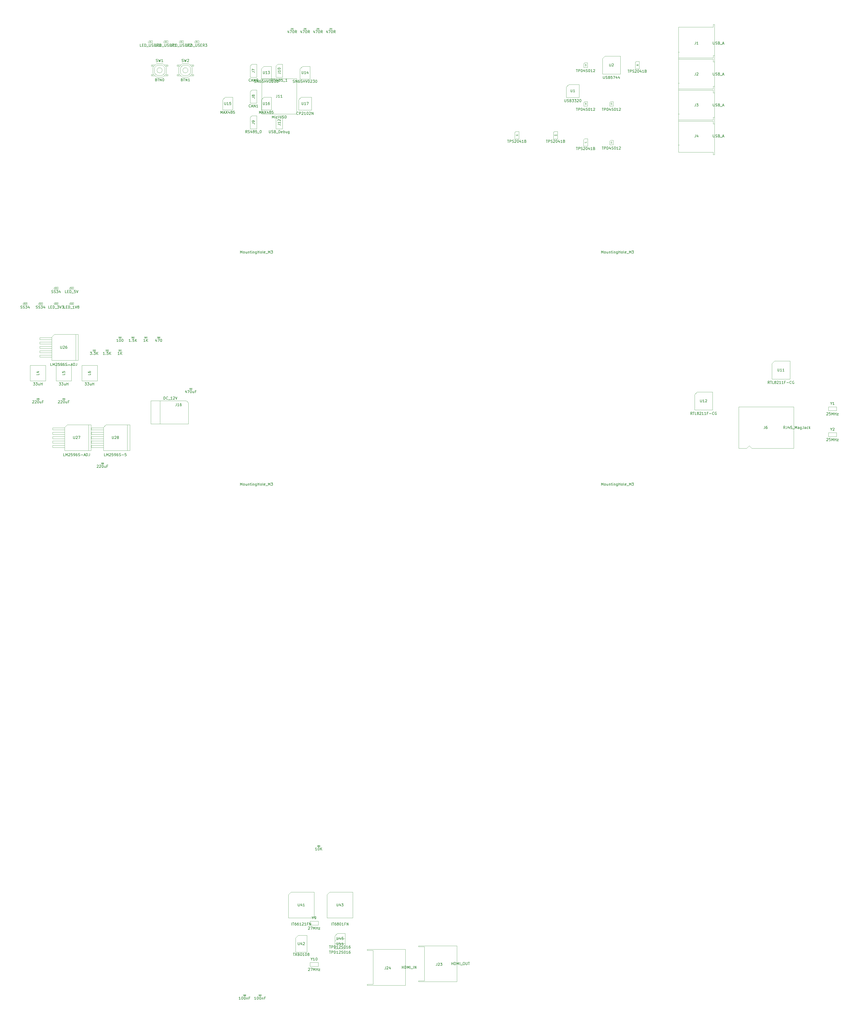
<source format=gbr>
%TF.GenerationSoftware,KiCad,Pcbnew,9.0.6*%
%TF.CreationDate,2025-12-01T13:51:19+09:00*%
%TF.ProjectId,fcBoard,6663426f-6172-4642-9e6b-696361645f70,0.2*%
%TF.SameCoordinates,Original*%
%TF.FileFunction,AssemblyDrawing,Top*%
%FSLAX46Y46*%
G04 Gerber Fmt 4.6, Leading zero omitted, Abs format (unit mm)*
G04 Created by KiCad (PCBNEW 9.0.6) date 2025-12-01 13:51:19*
%MOMM*%
%LPD*%
G01*
G04 APERTURE LIST*
%ADD10C,0.150000*%
%ADD11C,0.060000*%
%ADD12C,0.040000*%
%ADD13C,0.070000*%
%ADD14C,0.100000*%
G04 APERTURE END LIST*
D10*
X30850237Y-130829819D02*
X30374047Y-130829819D01*
X30374047Y-130829819D02*
X30374047Y-129829819D01*
X31183571Y-130306009D02*
X31516904Y-130306009D01*
X31659761Y-130829819D02*
X31183571Y-130829819D01*
X31183571Y-130829819D02*
X31183571Y-129829819D01*
X31183571Y-129829819D02*
X31659761Y-129829819D01*
X32088333Y-130829819D02*
X32088333Y-129829819D01*
X32088333Y-129829819D02*
X32326428Y-129829819D01*
X32326428Y-129829819D02*
X32469285Y-129877438D01*
X32469285Y-129877438D02*
X32564523Y-129972676D01*
X32564523Y-129972676D02*
X32612142Y-130067914D01*
X32612142Y-130067914D02*
X32659761Y-130258390D01*
X32659761Y-130258390D02*
X32659761Y-130401247D01*
X32659761Y-130401247D02*
X32612142Y-130591723D01*
X32612142Y-130591723D02*
X32564523Y-130686961D01*
X32564523Y-130686961D02*
X32469285Y-130782200D01*
X32469285Y-130782200D02*
X32326428Y-130829819D01*
X32326428Y-130829819D02*
X32088333Y-130829819D01*
X32850238Y-130925057D02*
X33612142Y-130925057D01*
X34374047Y-130829819D02*
X33802619Y-130829819D01*
X34088333Y-130829819D02*
X34088333Y-129829819D01*
X34088333Y-129829819D02*
X33993095Y-129972676D01*
X33993095Y-129972676D02*
X33897857Y-130067914D01*
X33897857Y-130067914D02*
X33802619Y-130115533D01*
X34659762Y-129829819D02*
X34993095Y-130829819D01*
X34993095Y-130829819D02*
X35326428Y-129829819D01*
X35802619Y-130258390D02*
X35707381Y-130210771D01*
X35707381Y-130210771D02*
X35659762Y-130163152D01*
X35659762Y-130163152D02*
X35612143Y-130067914D01*
X35612143Y-130067914D02*
X35612143Y-130020295D01*
X35612143Y-130020295D02*
X35659762Y-129925057D01*
X35659762Y-129925057D02*
X35707381Y-129877438D01*
X35707381Y-129877438D02*
X35802619Y-129829819D01*
X35802619Y-129829819D02*
X35993095Y-129829819D01*
X35993095Y-129829819D02*
X36088333Y-129877438D01*
X36088333Y-129877438D02*
X36135952Y-129925057D01*
X36135952Y-129925057D02*
X36183571Y-130020295D01*
X36183571Y-130020295D02*
X36183571Y-130067914D01*
X36183571Y-130067914D02*
X36135952Y-130163152D01*
X36135952Y-130163152D02*
X36088333Y-130210771D01*
X36088333Y-130210771D02*
X35993095Y-130258390D01*
X35993095Y-130258390D02*
X35802619Y-130258390D01*
X35802619Y-130258390D02*
X35707381Y-130306009D01*
X35707381Y-130306009D02*
X35659762Y-130353628D01*
X35659762Y-130353628D02*
X35612143Y-130448866D01*
X35612143Y-130448866D02*
X35612143Y-130639342D01*
X35612143Y-130639342D02*
X35659762Y-130734580D01*
X35659762Y-130734580D02*
X35707381Y-130782200D01*
X35707381Y-130782200D02*
X35802619Y-130829819D01*
X35802619Y-130829819D02*
X35993095Y-130829819D01*
X35993095Y-130829819D02*
X36088333Y-130782200D01*
X36088333Y-130782200D02*
X36135952Y-130734580D01*
X36135952Y-130734580D02*
X36183571Y-130639342D01*
X36183571Y-130639342D02*
X36183571Y-130448866D01*
X36183571Y-130448866D02*
X36135952Y-130353628D01*
X36135952Y-130353628D02*
X36088333Y-130306009D01*
X36088333Y-130306009D02*
X35993095Y-130258390D01*
D11*
X32769286Y-129126927D02*
X32769286Y-128726927D01*
X32769286Y-128726927D02*
X32864524Y-128726927D01*
X32864524Y-128726927D02*
X32921667Y-128745975D01*
X32921667Y-128745975D02*
X32959762Y-128784070D01*
X32959762Y-128784070D02*
X32978809Y-128822165D01*
X32978809Y-128822165D02*
X32997857Y-128898356D01*
X32997857Y-128898356D02*
X32997857Y-128955499D01*
X32997857Y-128955499D02*
X32978809Y-129031689D01*
X32978809Y-129031689D02*
X32959762Y-129069784D01*
X32959762Y-129069784D02*
X32921667Y-129107880D01*
X32921667Y-129107880D02*
X32864524Y-129126927D01*
X32864524Y-129126927D02*
X32769286Y-129126927D01*
X33378809Y-129126927D02*
X33150238Y-129126927D01*
X33264524Y-129126927D02*
X33264524Y-128726927D01*
X33264524Y-128726927D02*
X33226428Y-128784070D01*
X33226428Y-128784070D02*
X33188333Y-128822165D01*
X33188333Y-128822165D02*
X33150238Y-128841213D01*
X33721666Y-128726927D02*
X33645476Y-128726927D01*
X33645476Y-128726927D02*
X33607380Y-128745975D01*
X33607380Y-128745975D02*
X33588333Y-128765022D01*
X33588333Y-128765022D02*
X33550238Y-128822165D01*
X33550238Y-128822165D02*
X33531190Y-128898356D01*
X33531190Y-128898356D02*
X33531190Y-129050737D01*
X33531190Y-129050737D02*
X33550238Y-129088832D01*
X33550238Y-129088832D02*
X33569285Y-129107880D01*
X33569285Y-129107880D02*
X33607380Y-129126927D01*
X33607380Y-129126927D02*
X33683571Y-129126927D01*
X33683571Y-129126927D02*
X33721666Y-129107880D01*
X33721666Y-129107880D02*
X33740714Y-129088832D01*
X33740714Y-129088832D02*
X33759761Y-129050737D01*
X33759761Y-129050737D02*
X33759761Y-128955499D01*
X33759761Y-128955499D02*
X33740714Y-128917403D01*
X33740714Y-128917403D02*
X33721666Y-128898356D01*
X33721666Y-128898356D02*
X33683571Y-128879308D01*
X33683571Y-128879308D02*
X33607380Y-128879308D01*
X33607380Y-128879308D02*
X33569285Y-128898356D01*
X33569285Y-128898356D02*
X33550238Y-128917403D01*
X33550238Y-128917403D02*
X33531190Y-128955499D01*
D10*
X119203333Y-380794819D02*
X119774761Y-380794819D01*
X119489047Y-381794819D02*
X119489047Y-380794819D01*
X120012857Y-380794819D02*
X120679523Y-381794819D01*
X120679523Y-380794819D02*
X120012857Y-381794819D01*
X121393809Y-381271009D02*
X121536666Y-381318628D01*
X121536666Y-381318628D02*
X121584285Y-381366247D01*
X121584285Y-381366247D02*
X121631904Y-381461485D01*
X121631904Y-381461485D02*
X121631904Y-381604342D01*
X121631904Y-381604342D02*
X121584285Y-381699580D01*
X121584285Y-381699580D02*
X121536666Y-381747200D01*
X121536666Y-381747200D02*
X121441428Y-381794819D01*
X121441428Y-381794819D02*
X121060476Y-381794819D01*
X121060476Y-381794819D02*
X121060476Y-380794819D01*
X121060476Y-380794819D02*
X121393809Y-380794819D01*
X121393809Y-380794819D02*
X121489047Y-380842438D01*
X121489047Y-380842438D02*
X121536666Y-380890057D01*
X121536666Y-380890057D02*
X121584285Y-380985295D01*
X121584285Y-380985295D02*
X121584285Y-381080533D01*
X121584285Y-381080533D02*
X121536666Y-381175771D01*
X121536666Y-381175771D02*
X121489047Y-381223390D01*
X121489047Y-381223390D02*
X121393809Y-381271009D01*
X121393809Y-381271009D02*
X121060476Y-381271009D01*
X122250952Y-380794819D02*
X122346190Y-380794819D01*
X122346190Y-380794819D02*
X122441428Y-380842438D01*
X122441428Y-380842438D02*
X122489047Y-380890057D01*
X122489047Y-380890057D02*
X122536666Y-380985295D01*
X122536666Y-380985295D02*
X122584285Y-381175771D01*
X122584285Y-381175771D02*
X122584285Y-381413866D01*
X122584285Y-381413866D02*
X122536666Y-381604342D01*
X122536666Y-381604342D02*
X122489047Y-381699580D01*
X122489047Y-381699580D02*
X122441428Y-381747200D01*
X122441428Y-381747200D02*
X122346190Y-381794819D01*
X122346190Y-381794819D02*
X122250952Y-381794819D01*
X122250952Y-381794819D02*
X122155714Y-381747200D01*
X122155714Y-381747200D02*
X122108095Y-381699580D01*
X122108095Y-381699580D02*
X122060476Y-381604342D01*
X122060476Y-381604342D02*
X122012857Y-381413866D01*
X122012857Y-381413866D02*
X122012857Y-381175771D01*
X122012857Y-381175771D02*
X122060476Y-380985295D01*
X122060476Y-380985295D02*
X122108095Y-380890057D01*
X122108095Y-380890057D02*
X122155714Y-380842438D01*
X122155714Y-380842438D02*
X122250952Y-380794819D01*
X123536666Y-381794819D02*
X122965238Y-381794819D01*
X123250952Y-381794819D02*
X123250952Y-380794819D01*
X123250952Y-380794819D02*
X123155714Y-380937676D01*
X123155714Y-380937676D02*
X123060476Y-381032914D01*
X123060476Y-381032914D02*
X122965238Y-381080533D01*
X124155714Y-380794819D02*
X124250952Y-380794819D01*
X124250952Y-380794819D02*
X124346190Y-380842438D01*
X124346190Y-380842438D02*
X124393809Y-380890057D01*
X124393809Y-380890057D02*
X124441428Y-380985295D01*
X124441428Y-380985295D02*
X124489047Y-381175771D01*
X124489047Y-381175771D02*
X124489047Y-381413866D01*
X124489047Y-381413866D02*
X124441428Y-381604342D01*
X124441428Y-381604342D02*
X124393809Y-381699580D01*
X124393809Y-381699580D02*
X124346190Y-381747200D01*
X124346190Y-381747200D02*
X124250952Y-381794819D01*
X124250952Y-381794819D02*
X124155714Y-381794819D01*
X124155714Y-381794819D02*
X124060476Y-381747200D01*
X124060476Y-381747200D02*
X124012857Y-381699580D01*
X124012857Y-381699580D02*
X123965238Y-381604342D01*
X123965238Y-381604342D02*
X123917619Y-381413866D01*
X123917619Y-381413866D02*
X123917619Y-381175771D01*
X123917619Y-381175771D02*
X123965238Y-380985295D01*
X123965238Y-380985295D02*
X124012857Y-380890057D01*
X124012857Y-380890057D02*
X124060476Y-380842438D01*
X124060476Y-380842438D02*
X124155714Y-380794819D01*
X125060476Y-381223390D02*
X124965238Y-381175771D01*
X124965238Y-381175771D02*
X124917619Y-381128152D01*
X124917619Y-381128152D02*
X124870000Y-381032914D01*
X124870000Y-381032914D02*
X124870000Y-380985295D01*
X124870000Y-380985295D02*
X124917619Y-380890057D01*
X124917619Y-380890057D02*
X124965238Y-380842438D01*
X124965238Y-380842438D02*
X125060476Y-380794819D01*
X125060476Y-380794819D02*
X125250952Y-380794819D01*
X125250952Y-380794819D02*
X125346190Y-380842438D01*
X125346190Y-380842438D02*
X125393809Y-380890057D01*
X125393809Y-380890057D02*
X125441428Y-380985295D01*
X125441428Y-380985295D02*
X125441428Y-381032914D01*
X125441428Y-381032914D02*
X125393809Y-381128152D01*
X125393809Y-381128152D02*
X125346190Y-381175771D01*
X125346190Y-381175771D02*
X125250952Y-381223390D01*
X125250952Y-381223390D02*
X125060476Y-381223390D01*
X125060476Y-381223390D02*
X124965238Y-381271009D01*
X124965238Y-381271009D02*
X124917619Y-381318628D01*
X124917619Y-381318628D02*
X124870000Y-381413866D01*
X124870000Y-381413866D02*
X124870000Y-381604342D01*
X124870000Y-381604342D02*
X124917619Y-381699580D01*
X124917619Y-381699580D02*
X124965238Y-381747200D01*
X124965238Y-381747200D02*
X125060476Y-381794819D01*
X125060476Y-381794819D02*
X125250952Y-381794819D01*
X125250952Y-381794819D02*
X125346190Y-381747200D01*
X125346190Y-381747200D02*
X125393809Y-381699580D01*
X125393809Y-381699580D02*
X125441428Y-381604342D01*
X125441428Y-381604342D02*
X125441428Y-381413866D01*
X125441428Y-381413866D02*
X125393809Y-381318628D01*
X125393809Y-381318628D02*
X125346190Y-381271009D01*
X125346190Y-381271009D02*
X125250952Y-381223390D01*
X121131905Y-376594819D02*
X121131905Y-377404342D01*
X121131905Y-377404342D02*
X121179524Y-377499580D01*
X121179524Y-377499580D02*
X121227143Y-377547200D01*
X121227143Y-377547200D02*
X121322381Y-377594819D01*
X121322381Y-377594819D02*
X121512857Y-377594819D01*
X121512857Y-377594819D02*
X121608095Y-377547200D01*
X121608095Y-377547200D02*
X121655714Y-377499580D01*
X121655714Y-377499580D02*
X121703333Y-377404342D01*
X121703333Y-377404342D02*
X121703333Y-376594819D01*
X122608095Y-376928152D02*
X122608095Y-377594819D01*
X122370000Y-376547200D02*
X122131905Y-377261485D01*
X122131905Y-377261485D02*
X122750952Y-377261485D01*
X123084286Y-376690057D02*
X123131905Y-376642438D01*
X123131905Y-376642438D02*
X123227143Y-376594819D01*
X123227143Y-376594819D02*
X123465238Y-376594819D01*
X123465238Y-376594819D02*
X123560476Y-376642438D01*
X123560476Y-376642438D02*
X123608095Y-376690057D01*
X123608095Y-376690057D02*
X123655714Y-376785295D01*
X123655714Y-376785295D02*
X123655714Y-376880533D01*
X123655714Y-376880533D02*
X123608095Y-377023390D01*
X123608095Y-377023390D02*
X123036667Y-377594819D01*
X123036667Y-377594819D02*
X123655714Y-377594819D01*
X310052380Y-177504819D02*
X309719047Y-177028628D01*
X309480952Y-177504819D02*
X309480952Y-176504819D01*
X309480952Y-176504819D02*
X309861904Y-176504819D01*
X309861904Y-176504819D02*
X309957142Y-176552438D01*
X309957142Y-176552438D02*
X310004761Y-176600057D01*
X310004761Y-176600057D02*
X310052380Y-176695295D01*
X310052380Y-176695295D02*
X310052380Y-176838152D01*
X310052380Y-176838152D02*
X310004761Y-176933390D01*
X310004761Y-176933390D02*
X309957142Y-176981009D01*
X309957142Y-176981009D02*
X309861904Y-177028628D01*
X309861904Y-177028628D02*
X309480952Y-177028628D01*
X310766666Y-176504819D02*
X310766666Y-177219104D01*
X310766666Y-177219104D02*
X310719047Y-177361961D01*
X310719047Y-177361961D02*
X310623809Y-177457200D01*
X310623809Y-177457200D02*
X310480952Y-177504819D01*
X310480952Y-177504819D02*
X310385714Y-177504819D01*
X311671428Y-176838152D02*
X311671428Y-177504819D01*
X311433333Y-176457200D02*
X311195238Y-177171485D01*
X311195238Y-177171485D02*
X311814285Y-177171485D01*
X312671428Y-176504819D02*
X312195238Y-176504819D01*
X312195238Y-176504819D02*
X312147619Y-176981009D01*
X312147619Y-176981009D02*
X312195238Y-176933390D01*
X312195238Y-176933390D02*
X312290476Y-176885771D01*
X312290476Y-176885771D02*
X312528571Y-176885771D01*
X312528571Y-176885771D02*
X312623809Y-176933390D01*
X312623809Y-176933390D02*
X312671428Y-176981009D01*
X312671428Y-176981009D02*
X312719047Y-177076247D01*
X312719047Y-177076247D02*
X312719047Y-177314342D01*
X312719047Y-177314342D02*
X312671428Y-177409580D01*
X312671428Y-177409580D02*
X312623809Y-177457200D01*
X312623809Y-177457200D02*
X312528571Y-177504819D01*
X312528571Y-177504819D02*
X312290476Y-177504819D01*
X312290476Y-177504819D02*
X312195238Y-177457200D01*
X312195238Y-177457200D02*
X312147619Y-177409580D01*
X312909524Y-177600057D02*
X313671428Y-177600057D01*
X313909524Y-177504819D02*
X313909524Y-176504819D01*
X313909524Y-176504819D02*
X314242857Y-177219104D01*
X314242857Y-177219104D02*
X314576190Y-176504819D01*
X314576190Y-176504819D02*
X314576190Y-177504819D01*
X315480952Y-177504819D02*
X315480952Y-176981009D01*
X315480952Y-176981009D02*
X315433333Y-176885771D01*
X315433333Y-176885771D02*
X315338095Y-176838152D01*
X315338095Y-176838152D02*
X315147619Y-176838152D01*
X315147619Y-176838152D02*
X315052381Y-176885771D01*
X315480952Y-177457200D02*
X315385714Y-177504819D01*
X315385714Y-177504819D02*
X315147619Y-177504819D01*
X315147619Y-177504819D02*
X315052381Y-177457200D01*
X315052381Y-177457200D02*
X315004762Y-177361961D01*
X315004762Y-177361961D02*
X315004762Y-177266723D01*
X315004762Y-177266723D02*
X315052381Y-177171485D01*
X315052381Y-177171485D02*
X315147619Y-177123866D01*
X315147619Y-177123866D02*
X315385714Y-177123866D01*
X315385714Y-177123866D02*
X315480952Y-177076247D01*
X316385714Y-176838152D02*
X316385714Y-177647676D01*
X316385714Y-177647676D02*
X316338095Y-177742914D01*
X316338095Y-177742914D02*
X316290476Y-177790533D01*
X316290476Y-177790533D02*
X316195238Y-177838152D01*
X316195238Y-177838152D02*
X316052381Y-177838152D01*
X316052381Y-177838152D02*
X315957143Y-177790533D01*
X316385714Y-177457200D02*
X316290476Y-177504819D01*
X316290476Y-177504819D02*
X316100000Y-177504819D01*
X316100000Y-177504819D02*
X316004762Y-177457200D01*
X316004762Y-177457200D02*
X315957143Y-177409580D01*
X315957143Y-177409580D02*
X315909524Y-177314342D01*
X315909524Y-177314342D02*
X315909524Y-177028628D01*
X315909524Y-177028628D02*
X315957143Y-176933390D01*
X315957143Y-176933390D02*
X316004762Y-176885771D01*
X316004762Y-176885771D02*
X316100000Y-176838152D01*
X316100000Y-176838152D02*
X316290476Y-176838152D01*
X316290476Y-176838152D02*
X316385714Y-176885771D01*
X317147619Y-176504819D02*
X317147619Y-177219104D01*
X317147619Y-177219104D02*
X317100000Y-177361961D01*
X317100000Y-177361961D02*
X317004762Y-177457200D01*
X317004762Y-177457200D02*
X316861905Y-177504819D01*
X316861905Y-177504819D02*
X316766667Y-177504819D01*
X318052381Y-177504819D02*
X318052381Y-176981009D01*
X318052381Y-176981009D02*
X318004762Y-176885771D01*
X318004762Y-176885771D02*
X317909524Y-176838152D01*
X317909524Y-176838152D02*
X317719048Y-176838152D01*
X317719048Y-176838152D02*
X317623810Y-176885771D01*
X318052381Y-177457200D02*
X317957143Y-177504819D01*
X317957143Y-177504819D02*
X317719048Y-177504819D01*
X317719048Y-177504819D02*
X317623810Y-177457200D01*
X317623810Y-177457200D02*
X317576191Y-177361961D01*
X317576191Y-177361961D02*
X317576191Y-177266723D01*
X317576191Y-177266723D02*
X317623810Y-177171485D01*
X317623810Y-177171485D02*
X317719048Y-177123866D01*
X317719048Y-177123866D02*
X317957143Y-177123866D01*
X317957143Y-177123866D02*
X318052381Y-177076247D01*
X318957143Y-177457200D02*
X318861905Y-177504819D01*
X318861905Y-177504819D02*
X318671429Y-177504819D01*
X318671429Y-177504819D02*
X318576191Y-177457200D01*
X318576191Y-177457200D02*
X318528572Y-177409580D01*
X318528572Y-177409580D02*
X318480953Y-177314342D01*
X318480953Y-177314342D02*
X318480953Y-177028628D01*
X318480953Y-177028628D02*
X318528572Y-176933390D01*
X318528572Y-176933390D02*
X318576191Y-176885771D01*
X318576191Y-176885771D02*
X318671429Y-176838152D01*
X318671429Y-176838152D02*
X318861905Y-176838152D01*
X318861905Y-176838152D02*
X318957143Y-176885771D01*
X319385715Y-177504819D02*
X319385715Y-176504819D01*
X319480953Y-177123866D02*
X319766667Y-177504819D01*
X319766667Y-176838152D02*
X319385715Y-177219104D01*
X302126666Y-176504819D02*
X302126666Y-177219104D01*
X302126666Y-177219104D02*
X302079047Y-177361961D01*
X302079047Y-177361961D02*
X301983809Y-177457200D01*
X301983809Y-177457200D02*
X301840952Y-177504819D01*
X301840952Y-177504819D02*
X301745714Y-177504819D01*
X303031428Y-176504819D02*
X302840952Y-176504819D01*
X302840952Y-176504819D02*
X302745714Y-176552438D01*
X302745714Y-176552438D02*
X302698095Y-176600057D01*
X302698095Y-176600057D02*
X302602857Y-176742914D01*
X302602857Y-176742914D02*
X302555238Y-176933390D01*
X302555238Y-176933390D02*
X302555238Y-177314342D01*
X302555238Y-177314342D02*
X302602857Y-177409580D01*
X302602857Y-177409580D02*
X302650476Y-177457200D01*
X302650476Y-177457200D02*
X302745714Y-177504819D01*
X302745714Y-177504819D02*
X302936190Y-177504819D01*
X302936190Y-177504819D02*
X303031428Y-177457200D01*
X303031428Y-177457200D02*
X303079047Y-177409580D01*
X303079047Y-177409580D02*
X303126666Y-177314342D01*
X303126666Y-177314342D02*
X303126666Y-177076247D01*
X303126666Y-177076247D02*
X303079047Y-176981009D01*
X303079047Y-176981009D02*
X303031428Y-176933390D01*
X303031428Y-176933390D02*
X302936190Y-176885771D01*
X302936190Y-176885771D02*
X302745714Y-176885771D01*
X302745714Y-176885771D02*
X302650476Y-176933390D01*
X302650476Y-176933390D02*
X302602857Y-176981009D01*
X302602857Y-176981009D02*
X302555238Y-177076247D01*
X102705952Y-42724580D02*
X102658333Y-42772200D01*
X102658333Y-42772200D02*
X102515476Y-42819819D01*
X102515476Y-42819819D02*
X102420238Y-42819819D01*
X102420238Y-42819819D02*
X102277381Y-42772200D01*
X102277381Y-42772200D02*
X102182143Y-42676961D01*
X102182143Y-42676961D02*
X102134524Y-42581723D01*
X102134524Y-42581723D02*
X102086905Y-42391247D01*
X102086905Y-42391247D02*
X102086905Y-42248390D01*
X102086905Y-42248390D02*
X102134524Y-42057914D01*
X102134524Y-42057914D02*
X102182143Y-41962676D01*
X102182143Y-41962676D02*
X102277381Y-41867438D01*
X102277381Y-41867438D02*
X102420238Y-41819819D01*
X102420238Y-41819819D02*
X102515476Y-41819819D01*
X102515476Y-41819819D02*
X102658333Y-41867438D01*
X102658333Y-41867438D02*
X102705952Y-41915057D01*
X103086905Y-42534104D02*
X103563095Y-42534104D01*
X102991667Y-42819819D02*
X103325000Y-41819819D01*
X103325000Y-41819819D02*
X103658333Y-42819819D01*
X103991667Y-42819819D02*
X103991667Y-41819819D01*
X103991667Y-41819819D02*
X104563095Y-42819819D01*
X104563095Y-42819819D02*
X104563095Y-41819819D01*
X105229762Y-41819819D02*
X105325000Y-41819819D01*
X105325000Y-41819819D02*
X105420238Y-41867438D01*
X105420238Y-41867438D02*
X105467857Y-41915057D01*
X105467857Y-41915057D02*
X105515476Y-42010295D01*
X105515476Y-42010295D02*
X105563095Y-42200771D01*
X105563095Y-42200771D02*
X105563095Y-42438866D01*
X105563095Y-42438866D02*
X105515476Y-42629342D01*
X105515476Y-42629342D02*
X105467857Y-42724580D01*
X105467857Y-42724580D02*
X105420238Y-42772200D01*
X105420238Y-42772200D02*
X105325000Y-42819819D01*
X105325000Y-42819819D02*
X105229762Y-42819819D01*
X105229762Y-42819819D02*
X105134524Y-42772200D01*
X105134524Y-42772200D02*
X105086905Y-42724580D01*
X105086905Y-42724580D02*
X105039286Y-42629342D01*
X105039286Y-42629342D02*
X104991667Y-42438866D01*
X104991667Y-42438866D02*
X104991667Y-42200771D01*
X104991667Y-42200771D02*
X105039286Y-42010295D01*
X105039286Y-42010295D02*
X105086905Y-41915057D01*
X105086905Y-41915057D02*
X105134524Y-41867438D01*
X105134524Y-41867438D02*
X105229762Y-41819819D01*
X103279819Y-39048333D02*
X103994104Y-39048333D01*
X103994104Y-39048333D02*
X104136961Y-39095952D01*
X104136961Y-39095952D02*
X104232200Y-39191190D01*
X104232200Y-39191190D02*
X104279819Y-39334047D01*
X104279819Y-39334047D02*
X104279819Y-39429285D01*
X103279819Y-38667380D02*
X103279819Y-38000714D01*
X103279819Y-38000714D02*
X104279819Y-38429285D01*
X224503333Y-49794819D02*
X224503333Y-50604342D01*
X224503333Y-50604342D02*
X224550952Y-50699580D01*
X224550952Y-50699580D02*
X224598571Y-50747200D01*
X224598571Y-50747200D02*
X224693809Y-50794819D01*
X224693809Y-50794819D02*
X224884285Y-50794819D01*
X224884285Y-50794819D02*
X224979523Y-50747200D01*
X224979523Y-50747200D02*
X225027142Y-50699580D01*
X225027142Y-50699580D02*
X225074761Y-50604342D01*
X225074761Y-50604342D02*
X225074761Y-49794819D01*
X225503333Y-50747200D02*
X225646190Y-50794819D01*
X225646190Y-50794819D02*
X225884285Y-50794819D01*
X225884285Y-50794819D02*
X225979523Y-50747200D01*
X225979523Y-50747200D02*
X226027142Y-50699580D01*
X226027142Y-50699580D02*
X226074761Y-50604342D01*
X226074761Y-50604342D02*
X226074761Y-50509104D01*
X226074761Y-50509104D02*
X226027142Y-50413866D01*
X226027142Y-50413866D02*
X225979523Y-50366247D01*
X225979523Y-50366247D02*
X225884285Y-50318628D01*
X225884285Y-50318628D02*
X225693809Y-50271009D01*
X225693809Y-50271009D02*
X225598571Y-50223390D01*
X225598571Y-50223390D02*
X225550952Y-50175771D01*
X225550952Y-50175771D02*
X225503333Y-50080533D01*
X225503333Y-50080533D02*
X225503333Y-49985295D01*
X225503333Y-49985295D02*
X225550952Y-49890057D01*
X225550952Y-49890057D02*
X225598571Y-49842438D01*
X225598571Y-49842438D02*
X225693809Y-49794819D01*
X225693809Y-49794819D02*
X225931904Y-49794819D01*
X225931904Y-49794819D02*
X226074761Y-49842438D01*
X226836666Y-50271009D02*
X226979523Y-50318628D01*
X226979523Y-50318628D02*
X227027142Y-50366247D01*
X227027142Y-50366247D02*
X227074761Y-50461485D01*
X227074761Y-50461485D02*
X227074761Y-50604342D01*
X227074761Y-50604342D02*
X227027142Y-50699580D01*
X227027142Y-50699580D02*
X226979523Y-50747200D01*
X226979523Y-50747200D02*
X226884285Y-50794819D01*
X226884285Y-50794819D02*
X226503333Y-50794819D01*
X226503333Y-50794819D02*
X226503333Y-49794819D01*
X226503333Y-49794819D02*
X226836666Y-49794819D01*
X226836666Y-49794819D02*
X226931904Y-49842438D01*
X226931904Y-49842438D02*
X226979523Y-49890057D01*
X226979523Y-49890057D02*
X227027142Y-49985295D01*
X227027142Y-49985295D02*
X227027142Y-50080533D01*
X227027142Y-50080533D02*
X226979523Y-50175771D01*
X226979523Y-50175771D02*
X226931904Y-50223390D01*
X226931904Y-50223390D02*
X226836666Y-50271009D01*
X226836666Y-50271009D02*
X226503333Y-50271009D01*
X227408095Y-49794819D02*
X228027142Y-49794819D01*
X228027142Y-49794819D02*
X227693809Y-50175771D01*
X227693809Y-50175771D02*
X227836666Y-50175771D01*
X227836666Y-50175771D02*
X227931904Y-50223390D01*
X227931904Y-50223390D02*
X227979523Y-50271009D01*
X227979523Y-50271009D02*
X228027142Y-50366247D01*
X228027142Y-50366247D02*
X228027142Y-50604342D01*
X228027142Y-50604342D02*
X227979523Y-50699580D01*
X227979523Y-50699580D02*
X227931904Y-50747200D01*
X227931904Y-50747200D02*
X227836666Y-50794819D01*
X227836666Y-50794819D02*
X227550952Y-50794819D01*
X227550952Y-50794819D02*
X227455714Y-50747200D01*
X227455714Y-50747200D02*
X227408095Y-50699580D01*
X228360476Y-49794819D02*
X228979523Y-49794819D01*
X228979523Y-49794819D02*
X228646190Y-50175771D01*
X228646190Y-50175771D02*
X228789047Y-50175771D01*
X228789047Y-50175771D02*
X228884285Y-50223390D01*
X228884285Y-50223390D02*
X228931904Y-50271009D01*
X228931904Y-50271009D02*
X228979523Y-50366247D01*
X228979523Y-50366247D02*
X228979523Y-50604342D01*
X228979523Y-50604342D02*
X228931904Y-50699580D01*
X228931904Y-50699580D02*
X228884285Y-50747200D01*
X228884285Y-50747200D02*
X228789047Y-50794819D01*
X228789047Y-50794819D02*
X228503333Y-50794819D01*
X228503333Y-50794819D02*
X228408095Y-50747200D01*
X228408095Y-50747200D02*
X228360476Y-50699580D01*
X229360476Y-49890057D02*
X229408095Y-49842438D01*
X229408095Y-49842438D02*
X229503333Y-49794819D01*
X229503333Y-49794819D02*
X229741428Y-49794819D01*
X229741428Y-49794819D02*
X229836666Y-49842438D01*
X229836666Y-49842438D02*
X229884285Y-49890057D01*
X229884285Y-49890057D02*
X229931904Y-49985295D01*
X229931904Y-49985295D02*
X229931904Y-50080533D01*
X229931904Y-50080533D02*
X229884285Y-50223390D01*
X229884285Y-50223390D02*
X229312857Y-50794819D01*
X229312857Y-50794819D02*
X229931904Y-50794819D01*
X230550952Y-49794819D02*
X230646190Y-49794819D01*
X230646190Y-49794819D02*
X230741428Y-49842438D01*
X230741428Y-49842438D02*
X230789047Y-49890057D01*
X230789047Y-49890057D02*
X230836666Y-49985295D01*
X230836666Y-49985295D02*
X230884285Y-50175771D01*
X230884285Y-50175771D02*
X230884285Y-50413866D01*
X230884285Y-50413866D02*
X230836666Y-50604342D01*
X230836666Y-50604342D02*
X230789047Y-50699580D01*
X230789047Y-50699580D02*
X230741428Y-50747200D01*
X230741428Y-50747200D02*
X230646190Y-50794819D01*
X230646190Y-50794819D02*
X230550952Y-50794819D01*
X230550952Y-50794819D02*
X230455714Y-50747200D01*
X230455714Y-50747200D02*
X230408095Y-50699580D01*
X230408095Y-50699580D02*
X230360476Y-50604342D01*
X230360476Y-50604342D02*
X230312857Y-50413866D01*
X230312857Y-50413866D02*
X230312857Y-50175771D01*
X230312857Y-50175771D02*
X230360476Y-49985295D01*
X230360476Y-49985295D02*
X230408095Y-49890057D01*
X230408095Y-49890057D02*
X230455714Y-49842438D01*
X230455714Y-49842438D02*
X230550952Y-49794819D01*
X226908095Y-45964819D02*
X226908095Y-46774342D01*
X226908095Y-46774342D02*
X226955714Y-46869580D01*
X226955714Y-46869580D02*
X227003333Y-46917200D01*
X227003333Y-46917200D02*
X227098571Y-46964819D01*
X227098571Y-46964819D02*
X227289047Y-46964819D01*
X227289047Y-46964819D02*
X227384285Y-46917200D01*
X227384285Y-46917200D02*
X227431904Y-46869580D01*
X227431904Y-46869580D02*
X227479523Y-46774342D01*
X227479523Y-46774342D02*
X227479523Y-45964819D01*
X228479523Y-46964819D02*
X227908095Y-46964819D01*
X228193809Y-46964819D02*
X228193809Y-45964819D01*
X228193809Y-45964819D02*
X228098571Y-46107676D01*
X228098571Y-46107676D02*
X228003333Y-46202914D01*
X228003333Y-46202914D02*
X227908095Y-46250533D01*
X134131905Y-369994819D02*
X134131905Y-368994819D01*
X134465238Y-368994819D02*
X135036666Y-368994819D01*
X134750952Y-369994819D02*
X134750952Y-368994819D01*
X135798571Y-368994819D02*
X135608095Y-368994819D01*
X135608095Y-368994819D02*
X135512857Y-369042438D01*
X135512857Y-369042438D02*
X135465238Y-369090057D01*
X135465238Y-369090057D02*
X135370000Y-369232914D01*
X135370000Y-369232914D02*
X135322381Y-369423390D01*
X135322381Y-369423390D02*
X135322381Y-369804342D01*
X135322381Y-369804342D02*
X135370000Y-369899580D01*
X135370000Y-369899580D02*
X135417619Y-369947200D01*
X135417619Y-369947200D02*
X135512857Y-369994819D01*
X135512857Y-369994819D02*
X135703333Y-369994819D01*
X135703333Y-369994819D02*
X135798571Y-369947200D01*
X135798571Y-369947200D02*
X135846190Y-369899580D01*
X135846190Y-369899580D02*
X135893809Y-369804342D01*
X135893809Y-369804342D02*
X135893809Y-369566247D01*
X135893809Y-369566247D02*
X135846190Y-369471009D01*
X135846190Y-369471009D02*
X135798571Y-369423390D01*
X135798571Y-369423390D02*
X135703333Y-369375771D01*
X135703333Y-369375771D02*
X135512857Y-369375771D01*
X135512857Y-369375771D02*
X135417619Y-369423390D01*
X135417619Y-369423390D02*
X135370000Y-369471009D01*
X135370000Y-369471009D02*
X135322381Y-369566247D01*
X136465238Y-369423390D02*
X136370000Y-369375771D01*
X136370000Y-369375771D02*
X136322381Y-369328152D01*
X136322381Y-369328152D02*
X136274762Y-369232914D01*
X136274762Y-369232914D02*
X136274762Y-369185295D01*
X136274762Y-369185295D02*
X136322381Y-369090057D01*
X136322381Y-369090057D02*
X136370000Y-369042438D01*
X136370000Y-369042438D02*
X136465238Y-368994819D01*
X136465238Y-368994819D02*
X136655714Y-368994819D01*
X136655714Y-368994819D02*
X136750952Y-369042438D01*
X136750952Y-369042438D02*
X136798571Y-369090057D01*
X136798571Y-369090057D02*
X136846190Y-369185295D01*
X136846190Y-369185295D02*
X136846190Y-369232914D01*
X136846190Y-369232914D02*
X136798571Y-369328152D01*
X136798571Y-369328152D02*
X136750952Y-369375771D01*
X136750952Y-369375771D02*
X136655714Y-369423390D01*
X136655714Y-369423390D02*
X136465238Y-369423390D01*
X136465238Y-369423390D02*
X136370000Y-369471009D01*
X136370000Y-369471009D02*
X136322381Y-369518628D01*
X136322381Y-369518628D02*
X136274762Y-369613866D01*
X136274762Y-369613866D02*
X136274762Y-369804342D01*
X136274762Y-369804342D02*
X136322381Y-369899580D01*
X136322381Y-369899580D02*
X136370000Y-369947200D01*
X136370000Y-369947200D02*
X136465238Y-369994819D01*
X136465238Y-369994819D02*
X136655714Y-369994819D01*
X136655714Y-369994819D02*
X136750952Y-369947200D01*
X136750952Y-369947200D02*
X136798571Y-369899580D01*
X136798571Y-369899580D02*
X136846190Y-369804342D01*
X136846190Y-369804342D02*
X136846190Y-369613866D01*
X136846190Y-369613866D02*
X136798571Y-369518628D01*
X136798571Y-369518628D02*
X136750952Y-369471009D01*
X136750952Y-369471009D02*
X136655714Y-369423390D01*
X137465238Y-368994819D02*
X137560476Y-368994819D01*
X137560476Y-368994819D02*
X137655714Y-369042438D01*
X137655714Y-369042438D02*
X137703333Y-369090057D01*
X137703333Y-369090057D02*
X137750952Y-369185295D01*
X137750952Y-369185295D02*
X137798571Y-369375771D01*
X137798571Y-369375771D02*
X137798571Y-369613866D01*
X137798571Y-369613866D02*
X137750952Y-369804342D01*
X137750952Y-369804342D02*
X137703333Y-369899580D01*
X137703333Y-369899580D02*
X137655714Y-369947200D01*
X137655714Y-369947200D02*
X137560476Y-369994819D01*
X137560476Y-369994819D02*
X137465238Y-369994819D01*
X137465238Y-369994819D02*
X137370000Y-369947200D01*
X137370000Y-369947200D02*
X137322381Y-369899580D01*
X137322381Y-369899580D02*
X137274762Y-369804342D01*
X137274762Y-369804342D02*
X137227143Y-369613866D01*
X137227143Y-369613866D02*
X137227143Y-369375771D01*
X137227143Y-369375771D02*
X137274762Y-369185295D01*
X137274762Y-369185295D02*
X137322381Y-369090057D01*
X137322381Y-369090057D02*
X137370000Y-369042438D01*
X137370000Y-369042438D02*
X137465238Y-368994819D01*
X138750952Y-369994819D02*
X138179524Y-369994819D01*
X138465238Y-369994819D02*
X138465238Y-368994819D01*
X138465238Y-368994819D02*
X138370000Y-369137676D01*
X138370000Y-369137676D02*
X138274762Y-369232914D01*
X138274762Y-369232914D02*
X138179524Y-369280533D01*
X139512857Y-369471009D02*
X139179524Y-369471009D01*
X139179524Y-369994819D02*
X139179524Y-368994819D01*
X139179524Y-368994819D02*
X139655714Y-368994819D01*
X140036667Y-369994819D02*
X140036667Y-368994819D01*
X140036667Y-368994819D02*
X140608095Y-369994819D01*
X140608095Y-369994819D02*
X140608095Y-368994819D01*
X136131905Y-361594819D02*
X136131905Y-362404342D01*
X136131905Y-362404342D02*
X136179524Y-362499580D01*
X136179524Y-362499580D02*
X136227143Y-362547200D01*
X136227143Y-362547200D02*
X136322381Y-362594819D01*
X136322381Y-362594819D02*
X136512857Y-362594819D01*
X136512857Y-362594819D02*
X136608095Y-362547200D01*
X136608095Y-362547200D02*
X136655714Y-362499580D01*
X136655714Y-362499580D02*
X136703333Y-362404342D01*
X136703333Y-362404342D02*
X136703333Y-361594819D01*
X137608095Y-361928152D02*
X137608095Y-362594819D01*
X137370000Y-361547200D02*
X137131905Y-362261485D01*
X137131905Y-362261485D02*
X137750952Y-362261485D01*
X138036667Y-361594819D02*
X138655714Y-361594819D01*
X138655714Y-361594819D02*
X138322381Y-361975771D01*
X138322381Y-361975771D02*
X138465238Y-361975771D01*
X138465238Y-361975771D02*
X138560476Y-362023390D01*
X138560476Y-362023390D02*
X138608095Y-362071009D01*
X138608095Y-362071009D02*
X138655714Y-362166247D01*
X138655714Y-362166247D02*
X138655714Y-362404342D01*
X138655714Y-362404342D02*
X138608095Y-362499580D01*
X138608095Y-362499580D02*
X138560476Y-362547200D01*
X138560476Y-362547200D02*
X138465238Y-362594819D01*
X138465238Y-362594819D02*
X138179524Y-362594819D01*
X138179524Y-362594819D02*
X138084286Y-362547200D01*
X138084286Y-362547200D02*
X138036667Y-362499580D01*
X125108095Y-386690057D02*
X125155714Y-386642438D01*
X125155714Y-386642438D02*
X125250952Y-386594819D01*
X125250952Y-386594819D02*
X125489047Y-386594819D01*
X125489047Y-386594819D02*
X125584285Y-386642438D01*
X125584285Y-386642438D02*
X125631904Y-386690057D01*
X125631904Y-386690057D02*
X125679523Y-386785295D01*
X125679523Y-386785295D02*
X125679523Y-386880533D01*
X125679523Y-386880533D02*
X125631904Y-387023390D01*
X125631904Y-387023390D02*
X125060476Y-387594819D01*
X125060476Y-387594819D02*
X125679523Y-387594819D01*
X126012857Y-386594819D02*
X126679523Y-386594819D01*
X126679523Y-386594819D02*
X126250952Y-387594819D01*
X127060476Y-387594819D02*
X127060476Y-386594819D01*
X127060476Y-386594819D02*
X127393809Y-387309104D01*
X127393809Y-387309104D02*
X127727142Y-386594819D01*
X127727142Y-386594819D02*
X127727142Y-387594819D01*
X128203333Y-387594819D02*
X128203333Y-386594819D01*
X128203333Y-387071009D02*
X128774761Y-387071009D01*
X128774761Y-387594819D02*
X128774761Y-386594819D01*
X129155714Y-386928152D02*
X129679523Y-386928152D01*
X129679523Y-386928152D02*
X129155714Y-387594819D01*
X129155714Y-387594819D02*
X129679523Y-387594819D01*
X126417619Y-383118628D02*
X126417619Y-383594819D01*
X126084286Y-382594819D02*
X126417619Y-383118628D01*
X126417619Y-383118628D02*
X126750952Y-382594819D01*
X127608095Y-383594819D02*
X127036667Y-383594819D01*
X127322381Y-383594819D02*
X127322381Y-382594819D01*
X127322381Y-382594819D02*
X127227143Y-382737676D01*
X127227143Y-382737676D02*
X127131905Y-382832914D01*
X127131905Y-382832914D02*
X127036667Y-382880533D01*
X128227143Y-382594819D02*
X128322381Y-382594819D01*
X128322381Y-382594819D02*
X128417619Y-382642438D01*
X128417619Y-382642438D02*
X128465238Y-382690057D01*
X128465238Y-382690057D02*
X128512857Y-382785295D01*
X128512857Y-382785295D02*
X128560476Y-382975771D01*
X128560476Y-382975771D02*
X128560476Y-383213866D01*
X128560476Y-383213866D02*
X128512857Y-383404342D01*
X128512857Y-383404342D02*
X128465238Y-383499580D01*
X128465238Y-383499580D02*
X128417619Y-383547200D01*
X128417619Y-383547200D02*
X128322381Y-383594819D01*
X128322381Y-383594819D02*
X128227143Y-383594819D01*
X128227143Y-383594819D02*
X128131905Y-383547200D01*
X128131905Y-383547200D02*
X128084286Y-383499580D01*
X128084286Y-383499580D02*
X128036667Y-383404342D01*
X128036667Y-383404342D02*
X127989048Y-383213866D01*
X127989048Y-383213866D02*
X127989048Y-382975771D01*
X127989048Y-382975771D02*
X128036667Y-382785295D01*
X128036667Y-382785295D02*
X128084286Y-382690057D01*
X128084286Y-382690057D02*
X128131905Y-382642438D01*
X128131905Y-382642438D02*
X128227143Y-382594819D01*
X125108095Y-370690057D02*
X125155714Y-370642438D01*
X125155714Y-370642438D02*
X125250952Y-370594819D01*
X125250952Y-370594819D02*
X125489047Y-370594819D01*
X125489047Y-370594819D02*
X125584285Y-370642438D01*
X125584285Y-370642438D02*
X125631904Y-370690057D01*
X125631904Y-370690057D02*
X125679523Y-370785295D01*
X125679523Y-370785295D02*
X125679523Y-370880533D01*
X125679523Y-370880533D02*
X125631904Y-371023390D01*
X125631904Y-371023390D02*
X125060476Y-371594819D01*
X125060476Y-371594819D02*
X125679523Y-371594819D01*
X126012857Y-370594819D02*
X126679523Y-370594819D01*
X126679523Y-370594819D02*
X126250952Y-371594819D01*
X127060476Y-371594819D02*
X127060476Y-370594819D01*
X127060476Y-370594819D02*
X127393809Y-371309104D01*
X127393809Y-371309104D02*
X127727142Y-370594819D01*
X127727142Y-370594819D02*
X127727142Y-371594819D01*
X128203333Y-371594819D02*
X128203333Y-370594819D01*
X128203333Y-371071009D02*
X128774761Y-371071009D01*
X128774761Y-371594819D02*
X128774761Y-370594819D01*
X129155714Y-370928152D02*
X129679523Y-370928152D01*
X129679523Y-370928152D02*
X129155714Y-371594819D01*
X129155714Y-371594819D02*
X129679523Y-371594819D01*
X126893809Y-367118628D02*
X126893809Y-367594819D01*
X126560476Y-366594819D02*
X126893809Y-367118628D01*
X126893809Y-367118628D02*
X127227142Y-366594819D01*
X127608095Y-367594819D02*
X127798571Y-367594819D01*
X127798571Y-367594819D02*
X127893809Y-367547200D01*
X127893809Y-367547200D02*
X127941428Y-367499580D01*
X127941428Y-367499580D02*
X128036666Y-367356723D01*
X128036666Y-367356723D02*
X128084285Y-367166247D01*
X128084285Y-367166247D02*
X128084285Y-366785295D01*
X128084285Y-366785295D02*
X128036666Y-366690057D01*
X128036666Y-366690057D02*
X127989047Y-366642438D01*
X127989047Y-366642438D02*
X127893809Y-366594819D01*
X127893809Y-366594819D02*
X127703333Y-366594819D01*
X127703333Y-366594819D02*
X127608095Y-366642438D01*
X127608095Y-366642438D02*
X127560476Y-366690057D01*
X127560476Y-366690057D02*
X127512857Y-366785295D01*
X127512857Y-366785295D02*
X127512857Y-367023390D01*
X127512857Y-367023390D02*
X127560476Y-367118628D01*
X127560476Y-367118628D02*
X127608095Y-367166247D01*
X127608095Y-367166247D02*
X127703333Y-367213866D01*
X127703333Y-367213866D02*
X127893809Y-367213866D01*
X127893809Y-367213866D02*
X127989047Y-367166247D01*
X127989047Y-367166247D02*
X128036666Y-367118628D01*
X128036666Y-367118628D02*
X128084285Y-367023390D01*
X249003333Y-38364819D02*
X249574761Y-38364819D01*
X249289047Y-39364819D02*
X249289047Y-38364819D01*
X249908095Y-39364819D02*
X249908095Y-38364819D01*
X249908095Y-38364819D02*
X250289047Y-38364819D01*
X250289047Y-38364819D02*
X250384285Y-38412438D01*
X250384285Y-38412438D02*
X250431904Y-38460057D01*
X250431904Y-38460057D02*
X250479523Y-38555295D01*
X250479523Y-38555295D02*
X250479523Y-38698152D01*
X250479523Y-38698152D02*
X250431904Y-38793390D01*
X250431904Y-38793390D02*
X250384285Y-38841009D01*
X250384285Y-38841009D02*
X250289047Y-38888628D01*
X250289047Y-38888628D02*
X249908095Y-38888628D01*
X250860476Y-39317200D02*
X251003333Y-39364819D01*
X251003333Y-39364819D02*
X251241428Y-39364819D01*
X251241428Y-39364819D02*
X251336666Y-39317200D01*
X251336666Y-39317200D02*
X251384285Y-39269580D01*
X251384285Y-39269580D02*
X251431904Y-39174342D01*
X251431904Y-39174342D02*
X251431904Y-39079104D01*
X251431904Y-39079104D02*
X251384285Y-38983866D01*
X251384285Y-38983866D02*
X251336666Y-38936247D01*
X251336666Y-38936247D02*
X251241428Y-38888628D01*
X251241428Y-38888628D02*
X251050952Y-38841009D01*
X251050952Y-38841009D02*
X250955714Y-38793390D01*
X250955714Y-38793390D02*
X250908095Y-38745771D01*
X250908095Y-38745771D02*
X250860476Y-38650533D01*
X250860476Y-38650533D02*
X250860476Y-38555295D01*
X250860476Y-38555295D02*
X250908095Y-38460057D01*
X250908095Y-38460057D02*
X250955714Y-38412438D01*
X250955714Y-38412438D02*
X251050952Y-38364819D01*
X251050952Y-38364819D02*
X251289047Y-38364819D01*
X251289047Y-38364819D02*
X251431904Y-38412438D01*
X251812857Y-38460057D02*
X251860476Y-38412438D01*
X251860476Y-38412438D02*
X251955714Y-38364819D01*
X251955714Y-38364819D02*
X252193809Y-38364819D01*
X252193809Y-38364819D02*
X252289047Y-38412438D01*
X252289047Y-38412438D02*
X252336666Y-38460057D01*
X252336666Y-38460057D02*
X252384285Y-38555295D01*
X252384285Y-38555295D02*
X252384285Y-38650533D01*
X252384285Y-38650533D02*
X252336666Y-38793390D01*
X252336666Y-38793390D02*
X251765238Y-39364819D01*
X251765238Y-39364819D02*
X252384285Y-39364819D01*
X253003333Y-38364819D02*
X253098571Y-38364819D01*
X253098571Y-38364819D02*
X253193809Y-38412438D01*
X253193809Y-38412438D02*
X253241428Y-38460057D01*
X253241428Y-38460057D02*
X253289047Y-38555295D01*
X253289047Y-38555295D02*
X253336666Y-38745771D01*
X253336666Y-38745771D02*
X253336666Y-38983866D01*
X253336666Y-38983866D02*
X253289047Y-39174342D01*
X253289047Y-39174342D02*
X253241428Y-39269580D01*
X253241428Y-39269580D02*
X253193809Y-39317200D01*
X253193809Y-39317200D02*
X253098571Y-39364819D01*
X253098571Y-39364819D02*
X253003333Y-39364819D01*
X253003333Y-39364819D02*
X252908095Y-39317200D01*
X252908095Y-39317200D02*
X252860476Y-39269580D01*
X252860476Y-39269580D02*
X252812857Y-39174342D01*
X252812857Y-39174342D02*
X252765238Y-38983866D01*
X252765238Y-38983866D02*
X252765238Y-38745771D01*
X252765238Y-38745771D02*
X252812857Y-38555295D01*
X252812857Y-38555295D02*
X252860476Y-38460057D01*
X252860476Y-38460057D02*
X252908095Y-38412438D01*
X252908095Y-38412438D02*
X253003333Y-38364819D01*
X254193809Y-38698152D02*
X254193809Y-39364819D01*
X253955714Y-38317200D02*
X253717619Y-39031485D01*
X253717619Y-39031485D02*
X254336666Y-39031485D01*
X255241428Y-39364819D02*
X254670000Y-39364819D01*
X254955714Y-39364819D02*
X254955714Y-38364819D01*
X254955714Y-38364819D02*
X254860476Y-38507676D01*
X254860476Y-38507676D02*
X254765238Y-38602914D01*
X254765238Y-38602914D02*
X254670000Y-38650533D01*
X256003333Y-38841009D02*
X256146190Y-38888628D01*
X256146190Y-38888628D02*
X256193809Y-38936247D01*
X256193809Y-38936247D02*
X256241428Y-39031485D01*
X256241428Y-39031485D02*
X256241428Y-39174342D01*
X256241428Y-39174342D02*
X256193809Y-39269580D01*
X256193809Y-39269580D02*
X256146190Y-39317200D01*
X256146190Y-39317200D02*
X256050952Y-39364819D01*
X256050952Y-39364819D02*
X255670000Y-39364819D01*
X255670000Y-39364819D02*
X255670000Y-38364819D01*
X255670000Y-38364819D02*
X256003333Y-38364819D01*
X256003333Y-38364819D02*
X256098571Y-38412438D01*
X256098571Y-38412438D02*
X256146190Y-38460057D01*
X256146190Y-38460057D02*
X256193809Y-38555295D01*
X256193809Y-38555295D02*
X256193809Y-38650533D01*
X256193809Y-38650533D02*
X256146190Y-38745771D01*
X256146190Y-38745771D02*
X256098571Y-38793390D01*
X256098571Y-38793390D02*
X256003333Y-38841009D01*
X256003333Y-38841009D02*
X255670000Y-38841009D01*
D11*
X252365238Y-36291927D02*
X252365238Y-36615737D01*
X252365238Y-36615737D02*
X252384285Y-36653832D01*
X252384285Y-36653832D02*
X252403333Y-36672880D01*
X252403333Y-36672880D02*
X252441428Y-36691927D01*
X252441428Y-36691927D02*
X252517619Y-36691927D01*
X252517619Y-36691927D02*
X252555714Y-36672880D01*
X252555714Y-36672880D02*
X252574761Y-36653832D01*
X252574761Y-36653832D02*
X252593809Y-36615737D01*
X252593809Y-36615737D02*
X252593809Y-36291927D01*
X252841428Y-36463356D02*
X252803333Y-36444308D01*
X252803333Y-36444308D02*
X252784286Y-36425260D01*
X252784286Y-36425260D02*
X252765238Y-36387165D01*
X252765238Y-36387165D02*
X252765238Y-36368118D01*
X252765238Y-36368118D02*
X252784286Y-36330022D01*
X252784286Y-36330022D02*
X252803333Y-36310975D01*
X252803333Y-36310975D02*
X252841428Y-36291927D01*
X252841428Y-36291927D02*
X252917619Y-36291927D01*
X252917619Y-36291927D02*
X252955714Y-36310975D01*
X252955714Y-36310975D02*
X252974762Y-36330022D01*
X252974762Y-36330022D02*
X252993809Y-36368118D01*
X252993809Y-36368118D02*
X252993809Y-36387165D01*
X252993809Y-36387165D02*
X252974762Y-36425260D01*
X252974762Y-36425260D02*
X252955714Y-36444308D01*
X252955714Y-36444308D02*
X252917619Y-36463356D01*
X252917619Y-36463356D02*
X252841428Y-36463356D01*
X252841428Y-36463356D02*
X252803333Y-36482403D01*
X252803333Y-36482403D02*
X252784286Y-36501451D01*
X252784286Y-36501451D02*
X252765238Y-36539546D01*
X252765238Y-36539546D02*
X252765238Y-36615737D01*
X252765238Y-36615737D02*
X252784286Y-36653832D01*
X252784286Y-36653832D02*
X252803333Y-36672880D01*
X252803333Y-36672880D02*
X252841428Y-36691927D01*
X252841428Y-36691927D02*
X252917619Y-36691927D01*
X252917619Y-36691927D02*
X252955714Y-36672880D01*
X252955714Y-36672880D02*
X252974762Y-36653832D01*
X252974762Y-36653832D02*
X252993809Y-36615737D01*
X252993809Y-36615737D02*
X252993809Y-36539546D01*
X252993809Y-36539546D02*
X252974762Y-36501451D01*
X252974762Y-36501451D02*
X252955714Y-36482403D01*
X252955714Y-36482403D02*
X252917619Y-36463356D01*
D10*
X132563095Y-23403152D02*
X132563095Y-24069819D01*
X132325000Y-23022200D02*
X132086905Y-23736485D01*
X132086905Y-23736485D02*
X132705952Y-23736485D01*
X132991667Y-23069819D02*
X133658333Y-23069819D01*
X133658333Y-23069819D02*
X133229762Y-24069819D01*
X134229762Y-23069819D02*
X134325000Y-23069819D01*
X134325000Y-23069819D02*
X134420238Y-23117438D01*
X134420238Y-23117438D02*
X134467857Y-23165057D01*
X134467857Y-23165057D02*
X134515476Y-23260295D01*
X134515476Y-23260295D02*
X134563095Y-23450771D01*
X134563095Y-23450771D02*
X134563095Y-23688866D01*
X134563095Y-23688866D02*
X134515476Y-23879342D01*
X134515476Y-23879342D02*
X134467857Y-23974580D01*
X134467857Y-23974580D02*
X134420238Y-24022200D01*
X134420238Y-24022200D02*
X134325000Y-24069819D01*
X134325000Y-24069819D02*
X134229762Y-24069819D01*
X134229762Y-24069819D02*
X134134524Y-24022200D01*
X134134524Y-24022200D02*
X134086905Y-23974580D01*
X134086905Y-23974580D02*
X134039286Y-23879342D01*
X134039286Y-23879342D02*
X133991667Y-23688866D01*
X133991667Y-23688866D02*
X133991667Y-23450771D01*
X133991667Y-23450771D02*
X134039286Y-23260295D01*
X134039286Y-23260295D02*
X134086905Y-23165057D01*
X134086905Y-23165057D02*
X134134524Y-23117438D01*
X134134524Y-23117438D02*
X134229762Y-23069819D01*
X135563095Y-24069819D02*
X135229762Y-23593628D01*
X134991667Y-24069819D02*
X134991667Y-23069819D01*
X134991667Y-23069819D02*
X135372619Y-23069819D01*
X135372619Y-23069819D02*
X135467857Y-23117438D01*
X135467857Y-23117438D02*
X135515476Y-23165057D01*
X135515476Y-23165057D02*
X135563095Y-23260295D01*
X135563095Y-23260295D02*
X135563095Y-23403152D01*
X135563095Y-23403152D02*
X135515476Y-23498390D01*
X135515476Y-23498390D02*
X135467857Y-23546009D01*
X135467857Y-23546009D02*
X135372619Y-23593628D01*
X135372619Y-23593628D02*
X134991667Y-23593628D01*
D12*
X133781667Y-22563200D02*
X133695000Y-22439391D01*
X133633095Y-22563200D02*
X133633095Y-22303200D01*
X133633095Y-22303200D02*
X133732143Y-22303200D01*
X133732143Y-22303200D02*
X133756905Y-22315581D01*
X133756905Y-22315581D02*
X133769286Y-22327962D01*
X133769286Y-22327962D02*
X133781667Y-22352724D01*
X133781667Y-22352724D02*
X133781667Y-22389867D01*
X133781667Y-22389867D02*
X133769286Y-22414629D01*
X133769286Y-22414629D02*
X133756905Y-22427010D01*
X133756905Y-22427010D02*
X133732143Y-22439391D01*
X133732143Y-22439391D02*
X133633095Y-22439391D01*
X134004524Y-22389867D02*
X134004524Y-22563200D01*
X133942619Y-22290820D02*
X133880714Y-22476534D01*
X133880714Y-22476534D02*
X134041667Y-22476534D01*
D10*
X326138095Y-181290057D02*
X326185714Y-181242438D01*
X326185714Y-181242438D02*
X326280952Y-181194819D01*
X326280952Y-181194819D02*
X326519047Y-181194819D01*
X326519047Y-181194819D02*
X326614285Y-181242438D01*
X326614285Y-181242438D02*
X326661904Y-181290057D01*
X326661904Y-181290057D02*
X326709523Y-181385295D01*
X326709523Y-181385295D02*
X326709523Y-181480533D01*
X326709523Y-181480533D02*
X326661904Y-181623390D01*
X326661904Y-181623390D02*
X326090476Y-182194819D01*
X326090476Y-182194819D02*
X326709523Y-182194819D01*
X327614285Y-181194819D02*
X327138095Y-181194819D01*
X327138095Y-181194819D02*
X327090476Y-181671009D01*
X327090476Y-181671009D02*
X327138095Y-181623390D01*
X327138095Y-181623390D02*
X327233333Y-181575771D01*
X327233333Y-181575771D02*
X327471428Y-181575771D01*
X327471428Y-181575771D02*
X327566666Y-181623390D01*
X327566666Y-181623390D02*
X327614285Y-181671009D01*
X327614285Y-181671009D02*
X327661904Y-181766247D01*
X327661904Y-181766247D02*
X327661904Y-182004342D01*
X327661904Y-182004342D02*
X327614285Y-182099580D01*
X327614285Y-182099580D02*
X327566666Y-182147200D01*
X327566666Y-182147200D02*
X327471428Y-182194819D01*
X327471428Y-182194819D02*
X327233333Y-182194819D01*
X327233333Y-182194819D02*
X327138095Y-182147200D01*
X327138095Y-182147200D02*
X327090476Y-182099580D01*
X328090476Y-182194819D02*
X328090476Y-181194819D01*
X328090476Y-181194819D02*
X328423809Y-181909104D01*
X328423809Y-181909104D02*
X328757142Y-181194819D01*
X328757142Y-181194819D02*
X328757142Y-182194819D01*
X329233333Y-182194819D02*
X329233333Y-181194819D01*
X329233333Y-181671009D02*
X329804761Y-181671009D01*
X329804761Y-182194819D02*
X329804761Y-181194819D01*
X330185714Y-181528152D02*
X330709523Y-181528152D01*
X330709523Y-181528152D02*
X330185714Y-182194819D01*
X330185714Y-182194819D02*
X330709523Y-182194819D01*
X327923809Y-177718628D02*
X327923809Y-178194819D01*
X327590476Y-177194819D02*
X327923809Y-177718628D01*
X327923809Y-177718628D02*
X328257142Y-177194819D01*
X328542857Y-177290057D02*
X328590476Y-177242438D01*
X328590476Y-177242438D02*
X328685714Y-177194819D01*
X328685714Y-177194819D02*
X328923809Y-177194819D01*
X328923809Y-177194819D02*
X329019047Y-177242438D01*
X329019047Y-177242438D02*
X329066666Y-177290057D01*
X329066666Y-177290057D02*
X329114285Y-177385295D01*
X329114285Y-177385295D02*
X329114285Y-177480533D01*
X329114285Y-177480533D02*
X329066666Y-177623390D01*
X329066666Y-177623390D02*
X328495238Y-178194819D01*
X328495238Y-178194819D02*
X329114285Y-178194819D01*
X46126428Y-148739819D02*
X45555000Y-148739819D01*
X45840714Y-148739819D02*
X45840714Y-147739819D01*
X45840714Y-147739819D02*
X45745476Y-147882676D01*
X45745476Y-147882676D02*
X45650238Y-147977914D01*
X45650238Y-147977914D02*
X45555000Y-148025533D01*
X46555000Y-148644580D02*
X46602619Y-148692200D01*
X46602619Y-148692200D02*
X46555000Y-148739819D01*
X46555000Y-148739819D02*
X46507381Y-148692200D01*
X46507381Y-148692200D02*
X46555000Y-148644580D01*
X46555000Y-148644580D02*
X46555000Y-148739819D01*
X47507380Y-147739819D02*
X47031190Y-147739819D01*
X47031190Y-147739819D02*
X46983571Y-148216009D01*
X46983571Y-148216009D02*
X47031190Y-148168390D01*
X47031190Y-148168390D02*
X47126428Y-148120771D01*
X47126428Y-148120771D02*
X47364523Y-148120771D01*
X47364523Y-148120771D02*
X47459761Y-148168390D01*
X47459761Y-148168390D02*
X47507380Y-148216009D01*
X47507380Y-148216009D02*
X47554999Y-148311247D01*
X47554999Y-148311247D02*
X47554999Y-148549342D01*
X47554999Y-148549342D02*
X47507380Y-148644580D01*
X47507380Y-148644580D02*
X47459761Y-148692200D01*
X47459761Y-148692200D02*
X47364523Y-148739819D01*
X47364523Y-148739819D02*
X47126428Y-148739819D01*
X47126428Y-148739819D02*
X47031190Y-148692200D01*
X47031190Y-148692200D02*
X46983571Y-148644580D01*
X47983571Y-148739819D02*
X47983571Y-147739819D01*
X48554999Y-148739819D02*
X48126428Y-148168390D01*
X48554999Y-147739819D02*
X47983571Y-148311247D01*
D12*
X46887857Y-147233200D02*
X46801190Y-147109391D01*
X46739285Y-147233200D02*
X46739285Y-146973200D01*
X46739285Y-146973200D02*
X46838333Y-146973200D01*
X46838333Y-146973200D02*
X46863095Y-146985581D01*
X46863095Y-146985581D02*
X46875476Y-146997962D01*
X46875476Y-146997962D02*
X46887857Y-147022724D01*
X46887857Y-147022724D02*
X46887857Y-147059867D01*
X46887857Y-147059867D02*
X46875476Y-147084629D01*
X46875476Y-147084629D02*
X46863095Y-147097010D01*
X46863095Y-147097010D02*
X46838333Y-147109391D01*
X46838333Y-147109391D02*
X46739285Y-147109391D01*
X46986904Y-146997962D02*
X46999285Y-146985581D01*
X46999285Y-146985581D02*
X47024047Y-146973200D01*
X47024047Y-146973200D02*
X47085952Y-146973200D01*
X47085952Y-146973200D02*
X47110714Y-146985581D01*
X47110714Y-146985581D02*
X47123095Y-146997962D01*
X47123095Y-146997962D02*
X47135476Y-147022724D01*
X47135476Y-147022724D02*
X47135476Y-147047486D01*
X47135476Y-147047486D02*
X47123095Y-147084629D01*
X47123095Y-147084629D02*
X46974523Y-147233200D01*
X46974523Y-147233200D02*
X47135476Y-147233200D01*
X47296428Y-146973200D02*
X47321190Y-146973200D01*
X47321190Y-146973200D02*
X47345952Y-146985581D01*
X47345952Y-146985581D02*
X47358333Y-146997962D01*
X47358333Y-146997962D02*
X47370714Y-147022724D01*
X47370714Y-147022724D02*
X47383095Y-147072248D01*
X47383095Y-147072248D02*
X47383095Y-147134153D01*
X47383095Y-147134153D02*
X47370714Y-147183677D01*
X47370714Y-147183677D02*
X47358333Y-147208439D01*
X47358333Y-147208439D02*
X47345952Y-147220820D01*
X47345952Y-147220820D02*
X47321190Y-147233200D01*
X47321190Y-147233200D02*
X47296428Y-147233200D01*
X47296428Y-147233200D02*
X47271666Y-147220820D01*
X47271666Y-147220820D02*
X47259285Y-147208439D01*
X47259285Y-147208439D02*
X47246904Y-147183677D01*
X47246904Y-147183677D02*
X47234523Y-147134153D01*
X47234523Y-147134153D02*
X47234523Y-147072248D01*
X47234523Y-147072248D02*
X47246904Y-147022724D01*
X47246904Y-147022724D02*
X47259285Y-146997962D01*
X47259285Y-146997962D02*
X47271666Y-146985581D01*
X47271666Y-146985581D02*
X47296428Y-146973200D01*
D10*
X127563095Y-23403152D02*
X127563095Y-24069819D01*
X127325000Y-23022200D02*
X127086905Y-23736485D01*
X127086905Y-23736485D02*
X127705952Y-23736485D01*
X127991667Y-23069819D02*
X128658333Y-23069819D01*
X128658333Y-23069819D02*
X128229762Y-24069819D01*
X129229762Y-23069819D02*
X129325000Y-23069819D01*
X129325000Y-23069819D02*
X129420238Y-23117438D01*
X129420238Y-23117438D02*
X129467857Y-23165057D01*
X129467857Y-23165057D02*
X129515476Y-23260295D01*
X129515476Y-23260295D02*
X129563095Y-23450771D01*
X129563095Y-23450771D02*
X129563095Y-23688866D01*
X129563095Y-23688866D02*
X129515476Y-23879342D01*
X129515476Y-23879342D02*
X129467857Y-23974580D01*
X129467857Y-23974580D02*
X129420238Y-24022200D01*
X129420238Y-24022200D02*
X129325000Y-24069819D01*
X129325000Y-24069819D02*
X129229762Y-24069819D01*
X129229762Y-24069819D02*
X129134524Y-24022200D01*
X129134524Y-24022200D02*
X129086905Y-23974580D01*
X129086905Y-23974580D02*
X129039286Y-23879342D01*
X129039286Y-23879342D02*
X128991667Y-23688866D01*
X128991667Y-23688866D02*
X128991667Y-23450771D01*
X128991667Y-23450771D02*
X129039286Y-23260295D01*
X129039286Y-23260295D02*
X129086905Y-23165057D01*
X129086905Y-23165057D02*
X129134524Y-23117438D01*
X129134524Y-23117438D02*
X129229762Y-23069819D01*
X130563095Y-24069819D02*
X130229762Y-23593628D01*
X129991667Y-24069819D02*
X129991667Y-23069819D01*
X129991667Y-23069819D02*
X130372619Y-23069819D01*
X130372619Y-23069819D02*
X130467857Y-23117438D01*
X130467857Y-23117438D02*
X130515476Y-23165057D01*
X130515476Y-23165057D02*
X130563095Y-23260295D01*
X130563095Y-23260295D02*
X130563095Y-23403152D01*
X130563095Y-23403152D02*
X130515476Y-23498390D01*
X130515476Y-23498390D02*
X130467857Y-23546009D01*
X130467857Y-23546009D02*
X130372619Y-23593628D01*
X130372619Y-23593628D02*
X129991667Y-23593628D01*
D12*
X128781667Y-22563200D02*
X128695000Y-22439391D01*
X128633095Y-22563200D02*
X128633095Y-22303200D01*
X128633095Y-22303200D02*
X128732143Y-22303200D01*
X128732143Y-22303200D02*
X128756905Y-22315581D01*
X128756905Y-22315581D02*
X128769286Y-22327962D01*
X128769286Y-22327962D02*
X128781667Y-22352724D01*
X128781667Y-22352724D02*
X128781667Y-22389867D01*
X128781667Y-22389867D02*
X128769286Y-22414629D01*
X128769286Y-22414629D02*
X128756905Y-22427010D01*
X128756905Y-22427010D02*
X128732143Y-22439391D01*
X128732143Y-22439391D02*
X128633095Y-22439391D01*
X128868333Y-22303200D02*
X129029286Y-22303200D01*
X129029286Y-22303200D02*
X128942619Y-22402248D01*
X128942619Y-22402248D02*
X128979762Y-22402248D01*
X128979762Y-22402248D02*
X129004524Y-22414629D01*
X129004524Y-22414629D02*
X129016905Y-22427010D01*
X129016905Y-22427010D02*
X129029286Y-22451772D01*
X129029286Y-22451772D02*
X129029286Y-22513677D01*
X129029286Y-22513677D02*
X129016905Y-22538439D01*
X129016905Y-22538439D02*
X129004524Y-22550820D01*
X129004524Y-22550820D02*
X128979762Y-22563200D01*
X128979762Y-22563200D02*
X128905476Y-22563200D01*
X128905476Y-22563200D02*
X128880714Y-22550820D01*
X128880714Y-22550820D02*
X128868333Y-22538439D01*
D10*
X122563095Y-23403152D02*
X122563095Y-24069819D01*
X122325000Y-23022200D02*
X122086905Y-23736485D01*
X122086905Y-23736485D02*
X122705952Y-23736485D01*
X122991667Y-23069819D02*
X123658333Y-23069819D01*
X123658333Y-23069819D02*
X123229762Y-24069819D01*
X124229762Y-23069819D02*
X124325000Y-23069819D01*
X124325000Y-23069819D02*
X124420238Y-23117438D01*
X124420238Y-23117438D02*
X124467857Y-23165057D01*
X124467857Y-23165057D02*
X124515476Y-23260295D01*
X124515476Y-23260295D02*
X124563095Y-23450771D01*
X124563095Y-23450771D02*
X124563095Y-23688866D01*
X124563095Y-23688866D02*
X124515476Y-23879342D01*
X124515476Y-23879342D02*
X124467857Y-23974580D01*
X124467857Y-23974580D02*
X124420238Y-24022200D01*
X124420238Y-24022200D02*
X124325000Y-24069819D01*
X124325000Y-24069819D02*
X124229762Y-24069819D01*
X124229762Y-24069819D02*
X124134524Y-24022200D01*
X124134524Y-24022200D02*
X124086905Y-23974580D01*
X124086905Y-23974580D02*
X124039286Y-23879342D01*
X124039286Y-23879342D02*
X123991667Y-23688866D01*
X123991667Y-23688866D02*
X123991667Y-23450771D01*
X123991667Y-23450771D02*
X124039286Y-23260295D01*
X124039286Y-23260295D02*
X124086905Y-23165057D01*
X124086905Y-23165057D02*
X124134524Y-23117438D01*
X124134524Y-23117438D02*
X124229762Y-23069819D01*
X125563095Y-24069819D02*
X125229762Y-23593628D01*
X124991667Y-24069819D02*
X124991667Y-23069819D01*
X124991667Y-23069819D02*
X125372619Y-23069819D01*
X125372619Y-23069819D02*
X125467857Y-23117438D01*
X125467857Y-23117438D02*
X125515476Y-23165057D01*
X125515476Y-23165057D02*
X125563095Y-23260295D01*
X125563095Y-23260295D02*
X125563095Y-23403152D01*
X125563095Y-23403152D02*
X125515476Y-23498390D01*
X125515476Y-23498390D02*
X125467857Y-23546009D01*
X125467857Y-23546009D02*
X125372619Y-23593628D01*
X125372619Y-23593628D02*
X124991667Y-23593628D01*
D12*
X123781667Y-22563200D02*
X123695000Y-22439391D01*
X123633095Y-22563200D02*
X123633095Y-22303200D01*
X123633095Y-22303200D02*
X123732143Y-22303200D01*
X123732143Y-22303200D02*
X123756905Y-22315581D01*
X123756905Y-22315581D02*
X123769286Y-22327962D01*
X123769286Y-22327962D02*
X123781667Y-22352724D01*
X123781667Y-22352724D02*
X123781667Y-22389867D01*
X123781667Y-22389867D02*
X123769286Y-22414629D01*
X123769286Y-22414629D02*
X123756905Y-22427010D01*
X123756905Y-22427010D02*
X123732143Y-22439391D01*
X123732143Y-22439391D02*
X123633095Y-22439391D01*
X123880714Y-22327962D02*
X123893095Y-22315581D01*
X123893095Y-22315581D02*
X123917857Y-22303200D01*
X123917857Y-22303200D02*
X123979762Y-22303200D01*
X123979762Y-22303200D02*
X124004524Y-22315581D01*
X124004524Y-22315581D02*
X124016905Y-22327962D01*
X124016905Y-22327962D02*
X124029286Y-22352724D01*
X124029286Y-22352724D02*
X124029286Y-22377486D01*
X124029286Y-22377486D02*
X124016905Y-22414629D01*
X124016905Y-22414629D02*
X123868333Y-22563200D01*
X123868333Y-22563200D02*
X124029286Y-22563200D01*
D10*
X69046190Y-166104819D02*
X69046190Y-165104819D01*
X69046190Y-165104819D02*
X69284285Y-165104819D01*
X69284285Y-165104819D02*
X69427142Y-165152438D01*
X69427142Y-165152438D02*
X69522380Y-165247676D01*
X69522380Y-165247676D02*
X69569999Y-165342914D01*
X69569999Y-165342914D02*
X69617618Y-165533390D01*
X69617618Y-165533390D02*
X69617618Y-165676247D01*
X69617618Y-165676247D02*
X69569999Y-165866723D01*
X69569999Y-165866723D02*
X69522380Y-165961961D01*
X69522380Y-165961961D02*
X69427142Y-166057200D01*
X69427142Y-166057200D02*
X69284285Y-166104819D01*
X69284285Y-166104819D02*
X69046190Y-166104819D01*
X70617618Y-166009580D02*
X70569999Y-166057200D01*
X70569999Y-166057200D02*
X70427142Y-166104819D01*
X70427142Y-166104819D02*
X70331904Y-166104819D01*
X70331904Y-166104819D02*
X70189047Y-166057200D01*
X70189047Y-166057200D02*
X70093809Y-165961961D01*
X70093809Y-165961961D02*
X70046190Y-165866723D01*
X70046190Y-165866723D02*
X69998571Y-165676247D01*
X69998571Y-165676247D02*
X69998571Y-165533390D01*
X69998571Y-165533390D02*
X70046190Y-165342914D01*
X70046190Y-165342914D02*
X70093809Y-165247676D01*
X70093809Y-165247676D02*
X70189047Y-165152438D01*
X70189047Y-165152438D02*
X70331904Y-165104819D01*
X70331904Y-165104819D02*
X70427142Y-165104819D01*
X70427142Y-165104819D02*
X70569999Y-165152438D01*
X70569999Y-165152438D02*
X70617618Y-165200057D01*
X70808095Y-166200057D02*
X71569999Y-166200057D01*
X72331904Y-166104819D02*
X71760476Y-166104819D01*
X72046190Y-166104819D02*
X72046190Y-165104819D01*
X72046190Y-165104819D02*
X71950952Y-165247676D01*
X71950952Y-165247676D02*
X71855714Y-165342914D01*
X71855714Y-165342914D02*
X71760476Y-165390533D01*
X72712857Y-165200057D02*
X72760476Y-165152438D01*
X72760476Y-165152438D02*
X72855714Y-165104819D01*
X72855714Y-165104819D02*
X73093809Y-165104819D01*
X73093809Y-165104819D02*
X73189047Y-165152438D01*
X73189047Y-165152438D02*
X73236666Y-165200057D01*
X73236666Y-165200057D02*
X73284285Y-165295295D01*
X73284285Y-165295295D02*
X73284285Y-165390533D01*
X73284285Y-165390533D02*
X73236666Y-165533390D01*
X73236666Y-165533390D02*
X72665238Y-166104819D01*
X72665238Y-166104819D02*
X73284285Y-166104819D01*
X73570000Y-165104819D02*
X73903333Y-166104819D01*
X73903333Y-166104819D02*
X74236666Y-165104819D01*
X73960476Y-167654819D02*
X73960476Y-168369104D01*
X73960476Y-168369104D02*
X73912857Y-168511961D01*
X73912857Y-168511961D02*
X73817619Y-168607200D01*
X73817619Y-168607200D02*
X73674762Y-168654819D01*
X73674762Y-168654819D02*
X73579524Y-168654819D01*
X74960476Y-168654819D02*
X74389048Y-168654819D01*
X74674762Y-168654819D02*
X74674762Y-167654819D01*
X74674762Y-167654819D02*
X74579524Y-167797676D01*
X74579524Y-167797676D02*
X74484286Y-167892914D01*
X74484286Y-167892914D02*
X74389048Y-167940533D01*
X75817619Y-167654819D02*
X75627143Y-167654819D01*
X75627143Y-167654819D02*
X75531905Y-167702438D01*
X75531905Y-167702438D02*
X75484286Y-167750057D01*
X75484286Y-167750057D02*
X75389048Y-167892914D01*
X75389048Y-167892914D02*
X75341429Y-168083390D01*
X75341429Y-168083390D02*
X75341429Y-168464342D01*
X75341429Y-168464342D02*
X75389048Y-168559580D01*
X75389048Y-168559580D02*
X75436667Y-168607200D01*
X75436667Y-168607200D02*
X75531905Y-168654819D01*
X75531905Y-168654819D02*
X75722381Y-168654819D01*
X75722381Y-168654819D02*
X75817619Y-168607200D01*
X75817619Y-168607200D02*
X75865238Y-168559580D01*
X75865238Y-168559580D02*
X75912857Y-168464342D01*
X75912857Y-168464342D02*
X75912857Y-168226247D01*
X75912857Y-168226247D02*
X75865238Y-168131009D01*
X75865238Y-168131009D02*
X75817619Y-168083390D01*
X75817619Y-168083390D02*
X75722381Y-168035771D01*
X75722381Y-168035771D02*
X75531905Y-168035771D01*
X75531905Y-168035771D02*
X75436667Y-168083390D01*
X75436667Y-168083390D02*
X75389048Y-168131009D01*
X75389048Y-168131009D02*
X75341429Y-168226247D01*
X25683571Y-153049819D02*
X25207381Y-153049819D01*
X25207381Y-153049819D02*
X25207381Y-152049819D01*
X26016905Y-153049819D02*
X26016905Y-152049819D01*
X26016905Y-152049819D02*
X26350238Y-152764104D01*
X26350238Y-152764104D02*
X26683571Y-152049819D01*
X26683571Y-152049819D02*
X26683571Y-153049819D01*
X27112143Y-152145057D02*
X27159762Y-152097438D01*
X27159762Y-152097438D02*
X27255000Y-152049819D01*
X27255000Y-152049819D02*
X27493095Y-152049819D01*
X27493095Y-152049819D02*
X27588333Y-152097438D01*
X27588333Y-152097438D02*
X27635952Y-152145057D01*
X27635952Y-152145057D02*
X27683571Y-152240295D01*
X27683571Y-152240295D02*
X27683571Y-152335533D01*
X27683571Y-152335533D02*
X27635952Y-152478390D01*
X27635952Y-152478390D02*
X27064524Y-153049819D01*
X27064524Y-153049819D02*
X27683571Y-153049819D01*
X28588333Y-152049819D02*
X28112143Y-152049819D01*
X28112143Y-152049819D02*
X28064524Y-152526009D01*
X28064524Y-152526009D02*
X28112143Y-152478390D01*
X28112143Y-152478390D02*
X28207381Y-152430771D01*
X28207381Y-152430771D02*
X28445476Y-152430771D01*
X28445476Y-152430771D02*
X28540714Y-152478390D01*
X28540714Y-152478390D02*
X28588333Y-152526009D01*
X28588333Y-152526009D02*
X28635952Y-152621247D01*
X28635952Y-152621247D02*
X28635952Y-152859342D01*
X28635952Y-152859342D02*
X28588333Y-152954580D01*
X28588333Y-152954580D02*
X28540714Y-153002200D01*
X28540714Y-153002200D02*
X28445476Y-153049819D01*
X28445476Y-153049819D02*
X28207381Y-153049819D01*
X28207381Y-153049819D02*
X28112143Y-153002200D01*
X28112143Y-153002200D02*
X28064524Y-152954580D01*
X29112143Y-153049819D02*
X29302619Y-153049819D01*
X29302619Y-153049819D02*
X29397857Y-153002200D01*
X29397857Y-153002200D02*
X29445476Y-152954580D01*
X29445476Y-152954580D02*
X29540714Y-152811723D01*
X29540714Y-152811723D02*
X29588333Y-152621247D01*
X29588333Y-152621247D02*
X29588333Y-152240295D01*
X29588333Y-152240295D02*
X29540714Y-152145057D01*
X29540714Y-152145057D02*
X29493095Y-152097438D01*
X29493095Y-152097438D02*
X29397857Y-152049819D01*
X29397857Y-152049819D02*
X29207381Y-152049819D01*
X29207381Y-152049819D02*
X29112143Y-152097438D01*
X29112143Y-152097438D02*
X29064524Y-152145057D01*
X29064524Y-152145057D02*
X29016905Y-152240295D01*
X29016905Y-152240295D02*
X29016905Y-152478390D01*
X29016905Y-152478390D02*
X29064524Y-152573628D01*
X29064524Y-152573628D02*
X29112143Y-152621247D01*
X29112143Y-152621247D02*
X29207381Y-152668866D01*
X29207381Y-152668866D02*
X29397857Y-152668866D01*
X29397857Y-152668866D02*
X29493095Y-152621247D01*
X29493095Y-152621247D02*
X29540714Y-152573628D01*
X29540714Y-152573628D02*
X29588333Y-152478390D01*
X30445476Y-152049819D02*
X30255000Y-152049819D01*
X30255000Y-152049819D02*
X30159762Y-152097438D01*
X30159762Y-152097438D02*
X30112143Y-152145057D01*
X30112143Y-152145057D02*
X30016905Y-152287914D01*
X30016905Y-152287914D02*
X29969286Y-152478390D01*
X29969286Y-152478390D02*
X29969286Y-152859342D01*
X29969286Y-152859342D02*
X30016905Y-152954580D01*
X30016905Y-152954580D02*
X30064524Y-153002200D01*
X30064524Y-153002200D02*
X30159762Y-153049819D01*
X30159762Y-153049819D02*
X30350238Y-153049819D01*
X30350238Y-153049819D02*
X30445476Y-153002200D01*
X30445476Y-153002200D02*
X30493095Y-152954580D01*
X30493095Y-152954580D02*
X30540714Y-152859342D01*
X30540714Y-152859342D02*
X30540714Y-152621247D01*
X30540714Y-152621247D02*
X30493095Y-152526009D01*
X30493095Y-152526009D02*
X30445476Y-152478390D01*
X30445476Y-152478390D02*
X30350238Y-152430771D01*
X30350238Y-152430771D02*
X30159762Y-152430771D01*
X30159762Y-152430771D02*
X30064524Y-152478390D01*
X30064524Y-152478390D02*
X30016905Y-152526009D01*
X30016905Y-152526009D02*
X29969286Y-152621247D01*
X30921667Y-153002200D02*
X31064524Y-153049819D01*
X31064524Y-153049819D02*
X31302619Y-153049819D01*
X31302619Y-153049819D02*
X31397857Y-153002200D01*
X31397857Y-153002200D02*
X31445476Y-152954580D01*
X31445476Y-152954580D02*
X31493095Y-152859342D01*
X31493095Y-152859342D02*
X31493095Y-152764104D01*
X31493095Y-152764104D02*
X31445476Y-152668866D01*
X31445476Y-152668866D02*
X31397857Y-152621247D01*
X31397857Y-152621247D02*
X31302619Y-152573628D01*
X31302619Y-152573628D02*
X31112143Y-152526009D01*
X31112143Y-152526009D02*
X31016905Y-152478390D01*
X31016905Y-152478390D02*
X30969286Y-152430771D01*
X30969286Y-152430771D02*
X30921667Y-152335533D01*
X30921667Y-152335533D02*
X30921667Y-152240295D01*
X30921667Y-152240295D02*
X30969286Y-152145057D01*
X30969286Y-152145057D02*
X31016905Y-152097438D01*
X31016905Y-152097438D02*
X31112143Y-152049819D01*
X31112143Y-152049819D02*
X31350238Y-152049819D01*
X31350238Y-152049819D02*
X31493095Y-152097438D01*
X31921667Y-152668866D02*
X32683572Y-152668866D01*
X33112143Y-152764104D02*
X33588333Y-152764104D01*
X33016905Y-153049819D02*
X33350238Y-152049819D01*
X33350238Y-152049819D02*
X33683571Y-153049819D01*
X34016905Y-153049819D02*
X34016905Y-152049819D01*
X34016905Y-152049819D02*
X34255000Y-152049819D01*
X34255000Y-152049819D02*
X34397857Y-152097438D01*
X34397857Y-152097438D02*
X34493095Y-152192676D01*
X34493095Y-152192676D02*
X34540714Y-152287914D01*
X34540714Y-152287914D02*
X34588333Y-152478390D01*
X34588333Y-152478390D02*
X34588333Y-152621247D01*
X34588333Y-152621247D02*
X34540714Y-152811723D01*
X34540714Y-152811723D02*
X34493095Y-152906961D01*
X34493095Y-152906961D02*
X34397857Y-153002200D01*
X34397857Y-153002200D02*
X34255000Y-153049819D01*
X34255000Y-153049819D02*
X34016905Y-153049819D01*
X35302619Y-152049819D02*
X35302619Y-152764104D01*
X35302619Y-152764104D02*
X35255000Y-152906961D01*
X35255000Y-152906961D02*
X35159762Y-153002200D01*
X35159762Y-153002200D02*
X35016905Y-153049819D01*
X35016905Y-153049819D02*
X34921667Y-153049819D01*
X29016905Y-145399819D02*
X29016905Y-146209342D01*
X29016905Y-146209342D02*
X29064524Y-146304580D01*
X29064524Y-146304580D02*
X29112143Y-146352200D01*
X29112143Y-146352200D02*
X29207381Y-146399819D01*
X29207381Y-146399819D02*
X29397857Y-146399819D01*
X29397857Y-146399819D02*
X29493095Y-146352200D01*
X29493095Y-146352200D02*
X29540714Y-146304580D01*
X29540714Y-146304580D02*
X29588333Y-146209342D01*
X29588333Y-146209342D02*
X29588333Y-145399819D01*
X30016905Y-145495057D02*
X30064524Y-145447438D01*
X30064524Y-145447438D02*
X30159762Y-145399819D01*
X30159762Y-145399819D02*
X30397857Y-145399819D01*
X30397857Y-145399819D02*
X30493095Y-145447438D01*
X30493095Y-145447438D02*
X30540714Y-145495057D01*
X30540714Y-145495057D02*
X30588333Y-145590295D01*
X30588333Y-145590295D02*
X30588333Y-145685533D01*
X30588333Y-145685533D02*
X30540714Y-145828390D01*
X30540714Y-145828390D02*
X29969286Y-146399819D01*
X29969286Y-146399819D02*
X30588333Y-146399819D01*
X31445476Y-145399819D02*
X31255000Y-145399819D01*
X31255000Y-145399819D02*
X31159762Y-145447438D01*
X31159762Y-145447438D02*
X31112143Y-145495057D01*
X31112143Y-145495057D02*
X31016905Y-145637914D01*
X31016905Y-145637914D02*
X30969286Y-145828390D01*
X30969286Y-145828390D02*
X30969286Y-146209342D01*
X30969286Y-146209342D02*
X31016905Y-146304580D01*
X31016905Y-146304580D02*
X31064524Y-146352200D01*
X31064524Y-146352200D02*
X31159762Y-146399819D01*
X31159762Y-146399819D02*
X31350238Y-146399819D01*
X31350238Y-146399819D02*
X31445476Y-146352200D01*
X31445476Y-146352200D02*
X31493095Y-146304580D01*
X31493095Y-146304580D02*
X31540714Y-146209342D01*
X31540714Y-146209342D02*
X31540714Y-145971247D01*
X31540714Y-145971247D02*
X31493095Y-145876009D01*
X31493095Y-145876009D02*
X31445476Y-145828390D01*
X31445476Y-145828390D02*
X31350238Y-145780771D01*
X31350238Y-145780771D02*
X31159762Y-145780771D01*
X31159762Y-145780771D02*
X31064524Y-145828390D01*
X31064524Y-145828390D02*
X31016905Y-145876009D01*
X31016905Y-145876009D02*
X30969286Y-145971247D01*
X117563095Y-23403152D02*
X117563095Y-24069819D01*
X117325000Y-23022200D02*
X117086905Y-23736485D01*
X117086905Y-23736485D02*
X117705952Y-23736485D01*
X117991667Y-23069819D02*
X118658333Y-23069819D01*
X118658333Y-23069819D02*
X118229762Y-24069819D01*
X119229762Y-23069819D02*
X119325000Y-23069819D01*
X119325000Y-23069819D02*
X119420238Y-23117438D01*
X119420238Y-23117438D02*
X119467857Y-23165057D01*
X119467857Y-23165057D02*
X119515476Y-23260295D01*
X119515476Y-23260295D02*
X119563095Y-23450771D01*
X119563095Y-23450771D02*
X119563095Y-23688866D01*
X119563095Y-23688866D02*
X119515476Y-23879342D01*
X119515476Y-23879342D02*
X119467857Y-23974580D01*
X119467857Y-23974580D02*
X119420238Y-24022200D01*
X119420238Y-24022200D02*
X119325000Y-24069819D01*
X119325000Y-24069819D02*
X119229762Y-24069819D01*
X119229762Y-24069819D02*
X119134524Y-24022200D01*
X119134524Y-24022200D02*
X119086905Y-23974580D01*
X119086905Y-23974580D02*
X119039286Y-23879342D01*
X119039286Y-23879342D02*
X118991667Y-23688866D01*
X118991667Y-23688866D02*
X118991667Y-23450771D01*
X118991667Y-23450771D02*
X119039286Y-23260295D01*
X119039286Y-23260295D02*
X119086905Y-23165057D01*
X119086905Y-23165057D02*
X119134524Y-23117438D01*
X119134524Y-23117438D02*
X119229762Y-23069819D01*
X120563095Y-24069819D02*
X120229762Y-23593628D01*
X119991667Y-24069819D02*
X119991667Y-23069819D01*
X119991667Y-23069819D02*
X120372619Y-23069819D01*
X120372619Y-23069819D02*
X120467857Y-23117438D01*
X120467857Y-23117438D02*
X120515476Y-23165057D01*
X120515476Y-23165057D02*
X120563095Y-23260295D01*
X120563095Y-23260295D02*
X120563095Y-23403152D01*
X120563095Y-23403152D02*
X120515476Y-23498390D01*
X120515476Y-23498390D02*
X120467857Y-23546009D01*
X120467857Y-23546009D02*
X120372619Y-23593628D01*
X120372619Y-23593628D02*
X119991667Y-23593628D01*
D12*
X118781667Y-22563200D02*
X118695000Y-22439391D01*
X118633095Y-22563200D02*
X118633095Y-22303200D01*
X118633095Y-22303200D02*
X118732143Y-22303200D01*
X118732143Y-22303200D02*
X118756905Y-22315581D01*
X118756905Y-22315581D02*
X118769286Y-22327962D01*
X118769286Y-22327962D02*
X118781667Y-22352724D01*
X118781667Y-22352724D02*
X118781667Y-22389867D01*
X118781667Y-22389867D02*
X118769286Y-22414629D01*
X118769286Y-22414629D02*
X118756905Y-22427010D01*
X118756905Y-22427010D02*
X118732143Y-22439391D01*
X118732143Y-22439391D02*
X118633095Y-22439391D01*
X119029286Y-22563200D02*
X118880714Y-22563200D01*
X118955000Y-22563200D02*
X118955000Y-22303200D01*
X118955000Y-22303200D02*
X118930238Y-22340343D01*
X118930238Y-22340343D02*
X118905476Y-22365105D01*
X118905476Y-22365105D02*
X118880714Y-22377486D01*
D10*
X326138095Y-171290057D02*
X326185714Y-171242438D01*
X326185714Y-171242438D02*
X326280952Y-171194819D01*
X326280952Y-171194819D02*
X326519047Y-171194819D01*
X326519047Y-171194819D02*
X326614285Y-171242438D01*
X326614285Y-171242438D02*
X326661904Y-171290057D01*
X326661904Y-171290057D02*
X326709523Y-171385295D01*
X326709523Y-171385295D02*
X326709523Y-171480533D01*
X326709523Y-171480533D02*
X326661904Y-171623390D01*
X326661904Y-171623390D02*
X326090476Y-172194819D01*
X326090476Y-172194819D02*
X326709523Y-172194819D01*
X327614285Y-171194819D02*
X327138095Y-171194819D01*
X327138095Y-171194819D02*
X327090476Y-171671009D01*
X327090476Y-171671009D02*
X327138095Y-171623390D01*
X327138095Y-171623390D02*
X327233333Y-171575771D01*
X327233333Y-171575771D02*
X327471428Y-171575771D01*
X327471428Y-171575771D02*
X327566666Y-171623390D01*
X327566666Y-171623390D02*
X327614285Y-171671009D01*
X327614285Y-171671009D02*
X327661904Y-171766247D01*
X327661904Y-171766247D02*
X327661904Y-172004342D01*
X327661904Y-172004342D02*
X327614285Y-172099580D01*
X327614285Y-172099580D02*
X327566666Y-172147200D01*
X327566666Y-172147200D02*
X327471428Y-172194819D01*
X327471428Y-172194819D02*
X327233333Y-172194819D01*
X327233333Y-172194819D02*
X327138095Y-172147200D01*
X327138095Y-172147200D02*
X327090476Y-172099580D01*
X328090476Y-172194819D02*
X328090476Y-171194819D01*
X328090476Y-171194819D02*
X328423809Y-171909104D01*
X328423809Y-171909104D02*
X328757142Y-171194819D01*
X328757142Y-171194819D02*
X328757142Y-172194819D01*
X329233333Y-172194819D02*
X329233333Y-171194819D01*
X329233333Y-171671009D02*
X329804761Y-171671009D01*
X329804761Y-172194819D02*
X329804761Y-171194819D01*
X330185714Y-171528152D02*
X330709523Y-171528152D01*
X330709523Y-171528152D02*
X330185714Y-172194819D01*
X330185714Y-172194819D02*
X330709523Y-172194819D01*
X327923809Y-167718628D02*
X327923809Y-168194819D01*
X327590476Y-167194819D02*
X327923809Y-167718628D01*
X327923809Y-167718628D02*
X328257142Y-167194819D01*
X329114285Y-168194819D02*
X328542857Y-168194819D01*
X328828571Y-168194819D02*
X328828571Y-167194819D01*
X328828571Y-167194819D02*
X328733333Y-167337676D01*
X328733333Y-167337676D02*
X328638095Y-167432914D01*
X328638095Y-167432914D02*
X328542857Y-167480533D01*
X111372618Y-42819819D02*
X111039285Y-42343628D01*
X110801190Y-42819819D02*
X110801190Y-41819819D01*
X110801190Y-41819819D02*
X111182142Y-41819819D01*
X111182142Y-41819819D02*
X111277380Y-41867438D01*
X111277380Y-41867438D02*
X111324999Y-41915057D01*
X111324999Y-41915057D02*
X111372618Y-42010295D01*
X111372618Y-42010295D02*
X111372618Y-42153152D01*
X111372618Y-42153152D02*
X111324999Y-42248390D01*
X111324999Y-42248390D02*
X111277380Y-42296009D01*
X111277380Y-42296009D02*
X111182142Y-42343628D01*
X111182142Y-42343628D02*
X110801190Y-42343628D01*
X111753571Y-42772200D02*
X111896428Y-42819819D01*
X111896428Y-42819819D02*
X112134523Y-42819819D01*
X112134523Y-42819819D02*
X112229761Y-42772200D01*
X112229761Y-42772200D02*
X112277380Y-42724580D01*
X112277380Y-42724580D02*
X112324999Y-42629342D01*
X112324999Y-42629342D02*
X112324999Y-42534104D01*
X112324999Y-42534104D02*
X112277380Y-42438866D01*
X112277380Y-42438866D02*
X112229761Y-42391247D01*
X112229761Y-42391247D02*
X112134523Y-42343628D01*
X112134523Y-42343628D02*
X111944047Y-42296009D01*
X111944047Y-42296009D02*
X111848809Y-42248390D01*
X111848809Y-42248390D02*
X111801190Y-42200771D01*
X111801190Y-42200771D02*
X111753571Y-42105533D01*
X111753571Y-42105533D02*
X111753571Y-42010295D01*
X111753571Y-42010295D02*
X111801190Y-41915057D01*
X111801190Y-41915057D02*
X111848809Y-41867438D01*
X111848809Y-41867438D02*
X111944047Y-41819819D01*
X111944047Y-41819819D02*
X112182142Y-41819819D01*
X112182142Y-41819819D02*
X112324999Y-41867438D01*
X113182142Y-42153152D02*
X113182142Y-42819819D01*
X112944047Y-41772200D02*
X112705952Y-42486485D01*
X112705952Y-42486485D02*
X113324999Y-42486485D01*
X113848809Y-42248390D02*
X113753571Y-42200771D01*
X113753571Y-42200771D02*
X113705952Y-42153152D01*
X113705952Y-42153152D02*
X113658333Y-42057914D01*
X113658333Y-42057914D02*
X113658333Y-42010295D01*
X113658333Y-42010295D02*
X113705952Y-41915057D01*
X113705952Y-41915057D02*
X113753571Y-41867438D01*
X113753571Y-41867438D02*
X113848809Y-41819819D01*
X113848809Y-41819819D02*
X114039285Y-41819819D01*
X114039285Y-41819819D02*
X114134523Y-41867438D01*
X114134523Y-41867438D02*
X114182142Y-41915057D01*
X114182142Y-41915057D02*
X114229761Y-42010295D01*
X114229761Y-42010295D02*
X114229761Y-42057914D01*
X114229761Y-42057914D02*
X114182142Y-42153152D01*
X114182142Y-42153152D02*
X114134523Y-42200771D01*
X114134523Y-42200771D02*
X114039285Y-42248390D01*
X114039285Y-42248390D02*
X113848809Y-42248390D01*
X113848809Y-42248390D02*
X113753571Y-42296009D01*
X113753571Y-42296009D02*
X113705952Y-42343628D01*
X113705952Y-42343628D02*
X113658333Y-42438866D01*
X113658333Y-42438866D02*
X113658333Y-42629342D01*
X113658333Y-42629342D02*
X113705952Y-42724580D01*
X113705952Y-42724580D02*
X113753571Y-42772200D01*
X113753571Y-42772200D02*
X113848809Y-42819819D01*
X113848809Y-42819819D02*
X114039285Y-42819819D01*
X114039285Y-42819819D02*
X114134523Y-42772200D01*
X114134523Y-42772200D02*
X114182142Y-42724580D01*
X114182142Y-42724580D02*
X114229761Y-42629342D01*
X114229761Y-42629342D02*
X114229761Y-42438866D01*
X114229761Y-42438866D02*
X114182142Y-42343628D01*
X114182142Y-42343628D02*
X114134523Y-42296009D01*
X114134523Y-42296009D02*
X114039285Y-42248390D01*
X115134523Y-41819819D02*
X114658333Y-41819819D01*
X114658333Y-41819819D02*
X114610714Y-42296009D01*
X114610714Y-42296009D02*
X114658333Y-42248390D01*
X114658333Y-42248390D02*
X114753571Y-42200771D01*
X114753571Y-42200771D02*
X114991666Y-42200771D01*
X114991666Y-42200771D02*
X115086904Y-42248390D01*
X115086904Y-42248390D02*
X115134523Y-42296009D01*
X115134523Y-42296009D02*
X115182142Y-42391247D01*
X115182142Y-42391247D02*
X115182142Y-42629342D01*
X115182142Y-42629342D02*
X115134523Y-42724580D01*
X115134523Y-42724580D02*
X115086904Y-42772200D01*
X115086904Y-42772200D02*
X114991666Y-42819819D01*
X114991666Y-42819819D02*
X114753571Y-42819819D01*
X114753571Y-42819819D02*
X114658333Y-42772200D01*
X114658333Y-42772200D02*
X114610714Y-42724580D01*
X115372619Y-42915057D02*
X116134523Y-42915057D01*
X116896428Y-42819819D02*
X116325000Y-42819819D01*
X116610714Y-42819819D02*
X116610714Y-41819819D01*
X116610714Y-41819819D02*
X116515476Y-41962676D01*
X116515476Y-41962676D02*
X116420238Y-42057914D01*
X116420238Y-42057914D02*
X116325000Y-42105533D01*
X113279819Y-39524523D02*
X113994104Y-39524523D01*
X113994104Y-39524523D02*
X114136961Y-39572142D01*
X114136961Y-39572142D02*
X114232200Y-39667380D01*
X114232200Y-39667380D02*
X114279819Y-39810237D01*
X114279819Y-39810237D02*
X114279819Y-39905475D01*
X114279819Y-38524523D02*
X114279819Y-39095951D01*
X114279819Y-38810237D02*
X113279819Y-38810237D01*
X113279819Y-38810237D02*
X113422676Y-38905475D01*
X113422676Y-38905475D02*
X113517914Y-39000713D01*
X113517914Y-39000713D02*
X113565533Y-39095951D01*
X113279819Y-37905475D02*
X113279819Y-37810237D01*
X113279819Y-37810237D02*
X113327438Y-37714999D01*
X113327438Y-37714999D02*
X113375057Y-37667380D01*
X113375057Y-37667380D02*
X113470295Y-37619761D01*
X113470295Y-37619761D02*
X113660771Y-37572142D01*
X113660771Y-37572142D02*
X113898866Y-37572142D01*
X113898866Y-37572142D02*
X114089342Y-37619761D01*
X114089342Y-37619761D02*
X114184580Y-37667380D01*
X114184580Y-37667380D02*
X114232200Y-37714999D01*
X114232200Y-37714999D02*
X114279819Y-37810237D01*
X114279819Y-37810237D02*
X114279819Y-37905475D01*
X114279819Y-37905475D02*
X114232200Y-38000713D01*
X114232200Y-38000713D02*
X114184580Y-38048332D01*
X114184580Y-38048332D02*
X114089342Y-38095951D01*
X114089342Y-38095951D02*
X113898866Y-38143570D01*
X113898866Y-38143570D02*
X113660771Y-38143570D01*
X113660771Y-38143570D02*
X113470295Y-38095951D01*
X113470295Y-38095951D02*
X113375057Y-38048332D01*
X113375057Y-38048332D02*
X113327438Y-38000713D01*
X113327438Y-38000713D02*
X113279819Y-37905475D01*
X109896428Y-61819819D02*
X109896428Y-62629342D01*
X109896428Y-62629342D02*
X109944047Y-62724580D01*
X109944047Y-62724580D02*
X109991666Y-62772200D01*
X109991666Y-62772200D02*
X110086904Y-62819819D01*
X110086904Y-62819819D02*
X110277380Y-62819819D01*
X110277380Y-62819819D02*
X110372618Y-62772200D01*
X110372618Y-62772200D02*
X110420237Y-62724580D01*
X110420237Y-62724580D02*
X110467856Y-62629342D01*
X110467856Y-62629342D02*
X110467856Y-61819819D01*
X110896428Y-62772200D02*
X111039285Y-62819819D01*
X111039285Y-62819819D02*
X111277380Y-62819819D01*
X111277380Y-62819819D02*
X111372618Y-62772200D01*
X111372618Y-62772200D02*
X111420237Y-62724580D01*
X111420237Y-62724580D02*
X111467856Y-62629342D01*
X111467856Y-62629342D02*
X111467856Y-62534104D01*
X111467856Y-62534104D02*
X111420237Y-62438866D01*
X111420237Y-62438866D02*
X111372618Y-62391247D01*
X111372618Y-62391247D02*
X111277380Y-62343628D01*
X111277380Y-62343628D02*
X111086904Y-62296009D01*
X111086904Y-62296009D02*
X110991666Y-62248390D01*
X110991666Y-62248390D02*
X110944047Y-62200771D01*
X110944047Y-62200771D02*
X110896428Y-62105533D01*
X110896428Y-62105533D02*
X110896428Y-62010295D01*
X110896428Y-62010295D02*
X110944047Y-61915057D01*
X110944047Y-61915057D02*
X110991666Y-61867438D01*
X110991666Y-61867438D02*
X111086904Y-61819819D01*
X111086904Y-61819819D02*
X111324999Y-61819819D01*
X111324999Y-61819819D02*
X111467856Y-61867438D01*
X112229761Y-62296009D02*
X112372618Y-62343628D01*
X112372618Y-62343628D02*
X112420237Y-62391247D01*
X112420237Y-62391247D02*
X112467856Y-62486485D01*
X112467856Y-62486485D02*
X112467856Y-62629342D01*
X112467856Y-62629342D02*
X112420237Y-62724580D01*
X112420237Y-62724580D02*
X112372618Y-62772200D01*
X112372618Y-62772200D02*
X112277380Y-62819819D01*
X112277380Y-62819819D02*
X111896428Y-62819819D01*
X111896428Y-62819819D02*
X111896428Y-61819819D01*
X111896428Y-61819819D02*
X112229761Y-61819819D01*
X112229761Y-61819819D02*
X112324999Y-61867438D01*
X112324999Y-61867438D02*
X112372618Y-61915057D01*
X112372618Y-61915057D02*
X112420237Y-62010295D01*
X112420237Y-62010295D02*
X112420237Y-62105533D01*
X112420237Y-62105533D02*
X112372618Y-62200771D01*
X112372618Y-62200771D02*
X112324999Y-62248390D01*
X112324999Y-62248390D02*
X112229761Y-62296009D01*
X112229761Y-62296009D02*
X111896428Y-62296009D01*
X112658333Y-62915057D02*
X113420237Y-62915057D01*
X113658333Y-62819819D02*
X113658333Y-61819819D01*
X113658333Y-61819819D02*
X113896428Y-61819819D01*
X113896428Y-61819819D02*
X114039285Y-61867438D01*
X114039285Y-61867438D02*
X114134523Y-61962676D01*
X114134523Y-61962676D02*
X114182142Y-62057914D01*
X114182142Y-62057914D02*
X114229761Y-62248390D01*
X114229761Y-62248390D02*
X114229761Y-62391247D01*
X114229761Y-62391247D02*
X114182142Y-62581723D01*
X114182142Y-62581723D02*
X114134523Y-62676961D01*
X114134523Y-62676961D02*
X114039285Y-62772200D01*
X114039285Y-62772200D02*
X113896428Y-62819819D01*
X113896428Y-62819819D02*
X113658333Y-62819819D01*
X115039285Y-62772200D02*
X114944047Y-62819819D01*
X114944047Y-62819819D02*
X114753571Y-62819819D01*
X114753571Y-62819819D02*
X114658333Y-62772200D01*
X114658333Y-62772200D02*
X114610714Y-62676961D01*
X114610714Y-62676961D02*
X114610714Y-62296009D01*
X114610714Y-62296009D02*
X114658333Y-62200771D01*
X114658333Y-62200771D02*
X114753571Y-62153152D01*
X114753571Y-62153152D02*
X114944047Y-62153152D01*
X114944047Y-62153152D02*
X115039285Y-62200771D01*
X115039285Y-62200771D02*
X115086904Y-62296009D01*
X115086904Y-62296009D02*
X115086904Y-62391247D01*
X115086904Y-62391247D02*
X114610714Y-62486485D01*
X115515476Y-62819819D02*
X115515476Y-61819819D01*
X115515476Y-62200771D02*
X115610714Y-62153152D01*
X115610714Y-62153152D02*
X115801190Y-62153152D01*
X115801190Y-62153152D02*
X115896428Y-62200771D01*
X115896428Y-62200771D02*
X115944047Y-62248390D01*
X115944047Y-62248390D02*
X115991666Y-62343628D01*
X115991666Y-62343628D02*
X115991666Y-62629342D01*
X115991666Y-62629342D02*
X115944047Y-62724580D01*
X115944047Y-62724580D02*
X115896428Y-62772200D01*
X115896428Y-62772200D02*
X115801190Y-62819819D01*
X115801190Y-62819819D02*
X115610714Y-62819819D01*
X115610714Y-62819819D02*
X115515476Y-62772200D01*
X116848809Y-62153152D02*
X116848809Y-62819819D01*
X116420238Y-62153152D02*
X116420238Y-62676961D01*
X116420238Y-62676961D02*
X116467857Y-62772200D01*
X116467857Y-62772200D02*
X116563095Y-62819819D01*
X116563095Y-62819819D02*
X116705952Y-62819819D01*
X116705952Y-62819819D02*
X116801190Y-62772200D01*
X116801190Y-62772200D02*
X116848809Y-62724580D01*
X117753571Y-62153152D02*
X117753571Y-62962676D01*
X117753571Y-62962676D02*
X117705952Y-63057914D01*
X117705952Y-63057914D02*
X117658333Y-63105533D01*
X117658333Y-63105533D02*
X117563095Y-63153152D01*
X117563095Y-63153152D02*
X117420238Y-63153152D01*
X117420238Y-63153152D02*
X117325000Y-63105533D01*
X117753571Y-62772200D02*
X117658333Y-62819819D01*
X117658333Y-62819819D02*
X117467857Y-62819819D01*
X117467857Y-62819819D02*
X117372619Y-62772200D01*
X117372619Y-62772200D02*
X117325000Y-62724580D01*
X117325000Y-62724580D02*
X117277381Y-62629342D01*
X117277381Y-62629342D02*
X117277381Y-62343628D01*
X117277381Y-62343628D02*
X117325000Y-62248390D01*
X117325000Y-62248390D02*
X117372619Y-62200771D01*
X117372619Y-62200771D02*
X117467857Y-62153152D01*
X117467857Y-62153152D02*
X117658333Y-62153152D01*
X117658333Y-62153152D02*
X117753571Y-62200771D01*
X113279819Y-59524523D02*
X113994104Y-59524523D01*
X113994104Y-59524523D02*
X114136961Y-59572142D01*
X114136961Y-59572142D02*
X114232200Y-59667380D01*
X114232200Y-59667380D02*
X114279819Y-59810237D01*
X114279819Y-59810237D02*
X114279819Y-59905475D01*
X114279819Y-58524523D02*
X114279819Y-59095951D01*
X114279819Y-58810237D02*
X113279819Y-58810237D01*
X113279819Y-58810237D02*
X113422676Y-58905475D01*
X113422676Y-58905475D02*
X113517914Y-59000713D01*
X113517914Y-59000713D02*
X113565533Y-59095951D01*
X113375057Y-58143570D02*
X113327438Y-58095951D01*
X113327438Y-58095951D02*
X113279819Y-58000713D01*
X113279819Y-58000713D02*
X113279819Y-57762618D01*
X113279819Y-57762618D02*
X113327438Y-57667380D01*
X113327438Y-57667380D02*
X113375057Y-57619761D01*
X113375057Y-57619761D02*
X113470295Y-57572142D01*
X113470295Y-57572142D02*
X113565533Y-57572142D01*
X113565533Y-57572142D02*
X113708390Y-57619761D01*
X113708390Y-57619761D02*
X114279819Y-58191189D01*
X114279819Y-58191189D02*
X114279819Y-57572142D01*
X38469286Y-159599819D02*
X39088333Y-159599819D01*
X39088333Y-159599819D02*
X38755000Y-159980771D01*
X38755000Y-159980771D02*
X38897857Y-159980771D01*
X38897857Y-159980771D02*
X38993095Y-160028390D01*
X38993095Y-160028390D02*
X39040714Y-160076009D01*
X39040714Y-160076009D02*
X39088333Y-160171247D01*
X39088333Y-160171247D02*
X39088333Y-160409342D01*
X39088333Y-160409342D02*
X39040714Y-160504580D01*
X39040714Y-160504580D02*
X38993095Y-160552200D01*
X38993095Y-160552200D02*
X38897857Y-160599819D01*
X38897857Y-160599819D02*
X38612143Y-160599819D01*
X38612143Y-160599819D02*
X38516905Y-160552200D01*
X38516905Y-160552200D02*
X38469286Y-160504580D01*
X39421667Y-159599819D02*
X40040714Y-159599819D01*
X40040714Y-159599819D02*
X39707381Y-159980771D01*
X39707381Y-159980771D02*
X39850238Y-159980771D01*
X39850238Y-159980771D02*
X39945476Y-160028390D01*
X39945476Y-160028390D02*
X39993095Y-160076009D01*
X39993095Y-160076009D02*
X40040714Y-160171247D01*
X40040714Y-160171247D02*
X40040714Y-160409342D01*
X40040714Y-160409342D02*
X39993095Y-160504580D01*
X39993095Y-160504580D02*
X39945476Y-160552200D01*
X39945476Y-160552200D02*
X39850238Y-160599819D01*
X39850238Y-160599819D02*
X39564524Y-160599819D01*
X39564524Y-160599819D02*
X39469286Y-160552200D01*
X39469286Y-160552200D02*
X39421667Y-160504580D01*
X40897857Y-159933152D02*
X40897857Y-160599819D01*
X40469286Y-159933152D02*
X40469286Y-160456961D01*
X40469286Y-160456961D02*
X40516905Y-160552200D01*
X40516905Y-160552200D02*
X40612143Y-160599819D01*
X40612143Y-160599819D02*
X40755000Y-160599819D01*
X40755000Y-160599819D02*
X40850238Y-160552200D01*
X40850238Y-160552200D02*
X40897857Y-160504580D01*
X41374048Y-160599819D02*
X41374048Y-159599819D01*
X41374048Y-160076009D02*
X41945476Y-160076009D01*
X41945476Y-160599819D02*
X41945476Y-159599819D01*
X40709819Y-156111666D02*
X40709819Y-156587856D01*
X40709819Y-156587856D02*
X39709819Y-156587856D01*
X39709819Y-155349761D02*
X39709819Y-155540237D01*
X39709819Y-155540237D02*
X39757438Y-155635475D01*
X39757438Y-155635475D02*
X39805057Y-155683094D01*
X39805057Y-155683094D02*
X39947914Y-155778332D01*
X39947914Y-155778332D02*
X40138390Y-155825951D01*
X40138390Y-155825951D02*
X40519342Y-155825951D01*
X40519342Y-155825951D02*
X40614580Y-155778332D01*
X40614580Y-155778332D02*
X40662200Y-155730713D01*
X40662200Y-155730713D02*
X40709819Y-155635475D01*
X40709819Y-155635475D02*
X40709819Y-155444999D01*
X40709819Y-155444999D02*
X40662200Y-155349761D01*
X40662200Y-155349761D02*
X40614580Y-155302142D01*
X40614580Y-155302142D02*
X40519342Y-155254523D01*
X40519342Y-155254523D02*
X40281247Y-155254523D01*
X40281247Y-155254523D02*
X40186009Y-155302142D01*
X40186009Y-155302142D02*
X40138390Y-155349761D01*
X40138390Y-155349761D02*
X40090771Y-155444999D01*
X40090771Y-155444999D02*
X40090771Y-155635475D01*
X40090771Y-155635475D02*
X40138390Y-155730713D01*
X40138390Y-155730713D02*
X40186009Y-155778332D01*
X40186009Y-155778332D02*
X40281247Y-155825951D01*
X31326428Y-124829819D02*
X30850238Y-124829819D01*
X30850238Y-124829819D02*
X30850238Y-123829819D01*
X31659762Y-124306009D02*
X31993095Y-124306009D01*
X32135952Y-124829819D02*
X31659762Y-124829819D01*
X31659762Y-124829819D02*
X31659762Y-123829819D01*
X31659762Y-123829819D02*
X32135952Y-123829819D01*
X32564524Y-124829819D02*
X32564524Y-123829819D01*
X32564524Y-123829819D02*
X32802619Y-123829819D01*
X32802619Y-123829819D02*
X32945476Y-123877438D01*
X32945476Y-123877438D02*
X33040714Y-123972676D01*
X33040714Y-123972676D02*
X33088333Y-124067914D01*
X33088333Y-124067914D02*
X33135952Y-124258390D01*
X33135952Y-124258390D02*
X33135952Y-124401247D01*
X33135952Y-124401247D02*
X33088333Y-124591723D01*
X33088333Y-124591723D02*
X33040714Y-124686961D01*
X33040714Y-124686961D02*
X32945476Y-124782200D01*
X32945476Y-124782200D02*
X32802619Y-124829819D01*
X32802619Y-124829819D02*
X32564524Y-124829819D01*
X33326429Y-124925057D02*
X34088333Y-124925057D01*
X34802619Y-123829819D02*
X34326429Y-123829819D01*
X34326429Y-123829819D02*
X34278810Y-124306009D01*
X34278810Y-124306009D02*
X34326429Y-124258390D01*
X34326429Y-124258390D02*
X34421667Y-124210771D01*
X34421667Y-124210771D02*
X34659762Y-124210771D01*
X34659762Y-124210771D02*
X34755000Y-124258390D01*
X34755000Y-124258390D02*
X34802619Y-124306009D01*
X34802619Y-124306009D02*
X34850238Y-124401247D01*
X34850238Y-124401247D02*
X34850238Y-124639342D01*
X34850238Y-124639342D02*
X34802619Y-124734580D01*
X34802619Y-124734580D02*
X34755000Y-124782200D01*
X34755000Y-124782200D02*
X34659762Y-124829819D01*
X34659762Y-124829819D02*
X34421667Y-124829819D01*
X34421667Y-124829819D02*
X34326429Y-124782200D01*
X34326429Y-124782200D02*
X34278810Y-124734580D01*
X35135953Y-123829819D02*
X35469286Y-124829819D01*
X35469286Y-124829819D02*
X35802619Y-123829819D01*
D11*
X32769286Y-123126927D02*
X32769286Y-122726927D01*
X32769286Y-122726927D02*
X32864524Y-122726927D01*
X32864524Y-122726927D02*
X32921667Y-122745975D01*
X32921667Y-122745975D02*
X32959762Y-122784070D01*
X32959762Y-122784070D02*
X32978809Y-122822165D01*
X32978809Y-122822165D02*
X32997857Y-122898356D01*
X32997857Y-122898356D02*
X32997857Y-122955499D01*
X32997857Y-122955499D02*
X32978809Y-123031689D01*
X32978809Y-123031689D02*
X32959762Y-123069784D01*
X32959762Y-123069784D02*
X32921667Y-123107880D01*
X32921667Y-123107880D02*
X32864524Y-123126927D01*
X32864524Y-123126927D02*
X32769286Y-123126927D01*
X33378809Y-123126927D02*
X33150238Y-123126927D01*
X33264524Y-123126927D02*
X33264524Y-122726927D01*
X33264524Y-122726927D02*
X33226428Y-122784070D01*
X33226428Y-122784070D02*
X33188333Y-122822165D01*
X33188333Y-122822165D02*
X33150238Y-122841213D01*
X33531190Y-122765022D02*
X33550238Y-122745975D01*
X33550238Y-122745975D02*
X33588333Y-122726927D01*
X33588333Y-122726927D02*
X33683571Y-122726927D01*
X33683571Y-122726927D02*
X33721666Y-122745975D01*
X33721666Y-122745975D02*
X33740714Y-122765022D01*
X33740714Y-122765022D02*
X33759761Y-122803118D01*
X33759761Y-122803118D02*
X33759761Y-122841213D01*
X33759761Y-122841213D02*
X33740714Y-122898356D01*
X33740714Y-122898356D02*
X33512142Y-123126927D01*
X33512142Y-123126927D02*
X33759761Y-123126927D01*
D10*
X104182143Y-43252200D02*
X104325000Y-43299819D01*
X104325000Y-43299819D02*
X104563095Y-43299819D01*
X104563095Y-43299819D02*
X104658333Y-43252200D01*
X104658333Y-43252200D02*
X104705952Y-43204580D01*
X104705952Y-43204580D02*
X104753571Y-43109342D01*
X104753571Y-43109342D02*
X104753571Y-43014104D01*
X104753571Y-43014104D02*
X104705952Y-42918866D01*
X104705952Y-42918866D02*
X104658333Y-42871247D01*
X104658333Y-42871247D02*
X104563095Y-42823628D01*
X104563095Y-42823628D02*
X104372619Y-42776009D01*
X104372619Y-42776009D02*
X104277381Y-42728390D01*
X104277381Y-42728390D02*
X104229762Y-42680771D01*
X104229762Y-42680771D02*
X104182143Y-42585533D01*
X104182143Y-42585533D02*
X104182143Y-42490295D01*
X104182143Y-42490295D02*
X104229762Y-42395057D01*
X104229762Y-42395057D02*
X104277381Y-42347438D01*
X104277381Y-42347438D02*
X104372619Y-42299819D01*
X104372619Y-42299819D02*
X104610714Y-42299819D01*
X104610714Y-42299819D02*
X104753571Y-42347438D01*
X105182143Y-43299819D02*
X105182143Y-42299819D01*
X105182143Y-42299819D02*
X105753571Y-43299819D01*
X105753571Y-43299819D02*
X105753571Y-42299819D01*
X106658333Y-42299819D02*
X106467857Y-42299819D01*
X106467857Y-42299819D02*
X106372619Y-42347438D01*
X106372619Y-42347438D02*
X106325000Y-42395057D01*
X106325000Y-42395057D02*
X106229762Y-42537914D01*
X106229762Y-42537914D02*
X106182143Y-42728390D01*
X106182143Y-42728390D02*
X106182143Y-43109342D01*
X106182143Y-43109342D02*
X106229762Y-43204580D01*
X106229762Y-43204580D02*
X106277381Y-43252200D01*
X106277381Y-43252200D02*
X106372619Y-43299819D01*
X106372619Y-43299819D02*
X106563095Y-43299819D01*
X106563095Y-43299819D02*
X106658333Y-43252200D01*
X106658333Y-43252200D02*
X106705952Y-43204580D01*
X106705952Y-43204580D02*
X106753571Y-43109342D01*
X106753571Y-43109342D02*
X106753571Y-42871247D01*
X106753571Y-42871247D02*
X106705952Y-42776009D01*
X106705952Y-42776009D02*
X106658333Y-42728390D01*
X106658333Y-42728390D02*
X106563095Y-42680771D01*
X106563095Y-42680771D02*
X106372619Y-42680771D01*
X106372619Y-42680771D02*
X106277381Y-42728390D01*
X106277381Y-42728390D02*
X106229762Y-42776009D01*
X106229762Y-42776009D02*
X106182143Y-42871247D01*
X107658333Y-42299819D02*
X107182143Y-42299819D01*
X107182143Y-42299819D02*
X107134524Y-42776009D01*
X107134524Y-42776009D02*
X107182143Y-42728390D01*
X107182143Y-42728390D02*
X107277381Y-42680771D01*
X107277381Y-42680771D02*
X107515476Y-42680771D01*
X107515476Y-42680771D02*
X107610714Y-42728390D01*
X107610714Y-42728390D02*
X107658333Y-42776009D01*
X107658333Y-42776009D02*
X107705952Y-42871247D01*
X107705952Y-42871247D02*
X107705952Y-43109342D01*
X107705952Y-43109342D02*
X107658333Y-43204580D01*
X107658333Y-43204580D02*
X107610714Y-43252200D01*
X107610714Y-43252200D02*
X107515476Y-43299819D01*
X107515476Y-43299819D02*
X107277381Y-43299819D01*
X107277381Y-43299819D02*
X107182143Y-43252200D01*
X107182143Y-43252200D02*
X107134524Y-43204580D01*
X108134524Y-43299819D02*
X108134524Y-42299819D01*
X108134524Y-42776009D02*
X108705952Y-42776009D01*
X108705952Y-43299819D02*
X108705952Y-42299819D01*
X109039286Y-42299819D02*
X109372619Y-43299819D01*
X109372619Y-43299819D02*
X109705952Y-42299819D01*
X110039286Y-43299819D02*
X110039286Y-42299819D01*
X110039286Y-42299819D02*
X110277381Y-42299819D01*
X110277381Y-42299819D02*
X110420238Y-42347438D01*
X110420238Y-42347438D02*
X110515476Y-42442676D01*
X110515476Y-42442676D02*
X110563095Y-42537914D01*
X110563095Y-42537914D02*
X110610714Y-42728390D01*
X110610714Y-42728390D02*
X110610714Y-42871247D01*
X110610714Y-42871247D02*
X110563095Y-43061723D01*
X110563095Y-43061723D02*
X110515476Y-43156961D01*
X110515476Y-43156961D02*
X110420238Y-43252200D01*
X110420238Y-43252200D02*
X110277381Y-43299819D01*
X110277381Y-43299819D02*
X110039286Y-43299819D01*
X110991667Y-42395057D02*
X111039286Y-42347438D01*
X111039286Y-42347438D02*
X111134524Y-42299819D01*
X111134524Y-42299819D02*
X111372619Y-42299819D01*
X111372619Y-42299819D02*
X111467857Y-42347438D01*
X111467857Y-42347438D02*
X111515476Y-42395057D01*
X111515476Y-42395057D02*
X111563095Y-42490295D01*
X111563095Y-42490295D02*
X111563095Y-42585533D01*
X111563095Y-42585533D02*
X111515476Y-42728390D01*
X111515476Y-42728390D02*
X110944048Y-43299819D01*
X110944048Y-43299819D02*
X111563095Y-43299819D01*
X111896429Y-42299819D02*
X112515476Y-42299819D01*
X112515476Y-42299819D02*
X112182143Y-42680771D01*
X112182143Y-42680771D02*
X112325000Y-42680771D01*
X112325000Y-42680771D02*
X112420238Y-42728390D01*
X112420238Y-42728390D02*
X112467857Y-42776009D01*
X112467857Y-42776009D02*
X112515476Y-42871247D01*
X112515476Y-42871247D02*
X112515476Y-43109342D01*
X112515476Y-43109342D02*
X112467857Y-43204580D01*
X112467857Y-43204580D02*
X112420238Y-43252200D01*
X112420238Y-43252200D02*
X112325000Y-43299819D01*
X112325000Y-43299819D02*
X112039286Y-43299819D01*
X112039286Y-43299819D02*
X111944048Y-43252200D01*
X111944048Y-43252200D02*
X111896429Y-43204580D01*
X113134524Y-42299819D02*
X113229762Y-42299819D01*
X113229762Y-42299819D02*
X113325000Y-42347438D01*
X113325000Y-42347438D02*
X113372619Y-42395057D01*
X113372619Y-42395057D02*
X113420238Y-42490295D01*
X113420238Y-42490295D02*
X113467857Y-42680771D01*
X113467857Y-42680771D02*
X113467857Y-42918866D01*
X113467857Y-42918866D02*
X113420238Y-43109342D01*
X113420238Y-43109342D02*
X113372619Y-43204580D01*
X113372619Y-43204580D02*
X113325000Y-43252200D01*
X113325000Y-43252200D02*
X113229762Y-43299819D01*
X113229762Y-43299819D02*
X113134524Y-43299819D01*
X113134524Y-43299819D02*
X113039286Y-43252200D01*
X113039286Y-43252200D02*
X112991667Y-43204580D01*
X112991667Y-43204580D02*
X112944048Y-43109342D01*
X112944048Y-43109342D02*
X112896429Y-42918866D01*
X112896429Y-42918866D02*
X112896429Y-42680771D01*
X112896429Y-42680771D02*
X112944048Y-42490295D01*
X112944048Y-42490295D02*
X112991667Y-42395057D01*
X112991667Y-42395057D02*
X113039286Y-42347438D01*
X113039286Y-42347438D02*
X113134524Y-42299819D01*
X107611667Y-38910566D02*
X107611667Y-39703900D01*
X107611667Y-39703900D02*
X107658334Y-39797233D01*
X107658334Y-39797233D02*
X107705000Y-39843900D01*
X107705000Y-39843900D02*
X107798334Y-39890566D01*
X107798334Y-39890566D02*
X107985000Y-39890566D01*
X107985000Y-39890566D02*
X108078334Y-39843900D01*
X108078334Y-39843900D02*
X108125000Y-39797233D01*
X108125000Y-39797233D02*
X108171667Y-39703900D01*
X108171667Y-39703900D02*
X108171667Y-38910566D01*
X109151667Y-39890566D02*
X108591667Y-39890566D01*
X108871667Y-39890566D02*
X108871667Y-38910566D01*
X108871667Y-38910566D02*
X108778334Y-39050566D01*
X108778334Y-39050566D02*
X108685001Y-39143900D01*
X108685001Y-39143900D02*
X108591667Y-39190566D01*
X109478334Y-38910566D02*
X110085000Y-38910566D01*
X110085000Y-38910566D02*
X109758334Y-39283900D01*
X109758334Y-39283900D02*
X109898334Y-39283900D01*
X109898334Y-39283900D02*
X109991667Y-39330566D01*
X109991667Y-39330566D02*
X110038334Y-39377233D01*
X110038334Y-39377233D02*
X110085000Y-39470566D01*
X110085000Y-39470566D02*
X110085000Y-39703900D01*
X110085000Y-39703900D02*
X110038334Y-39797233D01*
X110038334Y-39797233D02*
X109991667Y-39843900D01*
X109991667Y-39843900D02*
X109898334Y-39890566D01*
X109898334Y-39890566D02*
X109618334Y-39890566D01*
X109618334Y-39890566D02*
X109525000Y-39843900D01*
X109525000Y-39843900D02*
X109478334Y-39797233D01*
X202335833Y-65534819D02*
X202907261Y-65534819D01*
X202621547Y-66534819D02*
X202621547Y-65534819D01*
X203240595Y-66534819D02*
X203240595Y-65534819D01*
X203240595Y-65534819D02*
X203621547Y-65534819D01*
X203621547Y-65534819D02*
X203716785Y-65582438D01*
X203716785Y-65582438D02*
X203764404Y-65630057D01*
X203764404Y-65630057D02*
X203812023Y-65725295D01*
X203812023Y-65725295D02*
X203812023Y-65868152D01*
X203812023Y-65868152D02*
X203764404Y-65963390D01*
X203764404Y-65963390D02*
X203716785Y-66011009D01*
X203716785Y-66011009D02*
X203621547Y-66058628D01*
X203621547Y-66058628D02*
X203240595Y-66058628D01*
X204192976Y-66487200D02*
X204335833Y-66534819D01*
X204335833Y-66534819D02*
X204573928Y-66534819D01*
X204573928Y-66534819D02*
X204669166Y-66487200D01*
X204669166Y-66487200D02*
X204716785Y-66439580D01*
X204716785Y-66439580D02*
X204764404Y-66344342D01*
X204764404Y-66344342D02*
X204764404Y-66249104D01*
X204764404Y-66249104D02*
X204716785Y-66153866D01*
X204716785Y-66153866D02*
X204669166Y-66106247D01*
X204669166Y-66106247D02*
X204573928Y-66058628D01*
X204573928Y-66058628D02*
X204383452Y-66011009D01*
X204383452Y-66011009D02*
X204288214Y-65963390D01*
X204288214Y-65963390D02*
X204240595Y-65915771D01*
X204240595Y-65915771D02*
X204192976Y-65820533D01*
X204192976Y-65820533D02*
X204192976Y-65725295D01*
X204192976Y-65725295D02*
X204240595Y-65630057D01*
X204240595Y-65630057D02*
X204288214Y-65582438D01*
X204288214Y-65582438D02*
X204383452Y-65534819D01*
X204383452Y-65534819D02*
X204621547Y-65534819D01*
X204621547Y-65534819D02*
X204764404Y-65582438D01*
X205145357Y-65630057D02*
X205192976Y-65582438D01*
X205192976Y-65582438D02*
X205288214Y-65534819D01*
X205288214Y-65534819D02*
X205526309Y-65534819D01*
X205526309Y-65534819D02*
X205621547Y-65582438D01*
X205621547Y-65582438D02*
X205669166Y-65630057D01*
X205669166Y-65630057D02*
X205716785Y-65725295D01*
X205716785Y-65725295D02*
X205716785Y-65820533D01*
X205716785Y-65820533D02*
X205669166Y-65963390D01*
X205669166Y-65963390D02*
X205097738Y-66534819D01*
X205097738Y-66534819D02*
X205716785Y-66534819D01*
X206335833Y-65534819D02*
X206431071Y-65534819D01*
X206431071Y-65534819D02*
X206526309Y-65582438D01*
X206526309Y-65582438D02*
X206573928Y-65630057D01*
X206573928Y-65630057D02*
X206621547Y-65725295D01*
X206621547Y-65725295D02*
X206669166Y-65915771D01*
X206669166Y-65915771D02*
X206669166Y-66153866D01*
X206669166Y-66153866D02*
X206621547Y-66344342D01*
X206621547Y-66344342D02*
X206573928Y-66439580D01*
X206573928Y-66439580D02*
X206526309Y-66487200D01*
X206526309Y-66487200D02*
X206431071Y-66534819D01*
X206431071Y-66534819D02*
X206335833Y-66534819D01*
X206335833Y-66534819D02*
X206240595Y-66487200D01*
X206240595Y-66487200D02*
X206192976Y-66439580D01*
X206192976Y-66439580D02*
X206145357Y-66344342D01*
X206145357Y-66344342D02*
X206097738Y-66153866D01*
X206097738Y-66153866D02*
X206097738Y-65915771D01*
X206097738Y-65915771D02*
X206145357Y-65725295D01*
X206145357Y-65725295D02*
X206192976Y-65630057D01*
X206192976Y-65630057D02*
X206240595Y-65582438D01*
X206240595Y-65582438D02*
X206335833Y-65534819D01*
X207526309Y-65868152D02*
X207526309Y-66534819D01*
X207288214Y-65487200D02*
X207050119Y-66201485D01*
X207050119Y-66201485D02*
X207669166Y-66201485D01*
X208573928Y-66534819D02*
X208002500Y-66534819D01*
X208288214Y-66534819D02*
X208288214Y-65534819D01*
X208288214Y-65534819D02*
X208192976Y-65677676D01*
X208192976Y-65677676D02*
X208097738Y-65772914D01*
X208097738Y-65772914D02*
X208002500Y-65820533D01*
X209335833Y-66011009D02*
X209478690Y-66058628D01*
X209478690Y-66058628D02*
X209526309Y-66106247D01*
X209526309Y-66106247D02*
X209573928Y-66201485D01*
X209573928Y-66201485D02*
X209573928Y-66344342D01*
X209573928Y-66344342D02*
X209526309Y-66439580D01*
X209526309Y-66439580D02*
X209478690Y-66487200D01*
X209478690Y-66487200D02*
X209383452Y-66534819D01*
X209383452Y-66534819D02*
X209002500Y-66534819D01*
X209002500Y-66534819D02*
X209002500Y-65534819D01*
X209002500Y-65534819D02*
X209335833Y-65534819D01*
X209335833Y-65534819D02*
X209431071Y-65582438D01*
X209431071Y-65582438D02*
X209478690Y-65630057D01*
X209478690Y-65630057D02*
X209526309Y-65725295D01*
X209526309Y-65725295D02*
X209526309Y-65820533D01*
X209526309Y-65820533D02*
X209478690Y-65915771D01*
X209478690Y-65915771D02*
X209431071Y-65963390D01*
X209431071Y-65963390D02*
X209335833Y-66011009D01*
X209335833Y-66011009D02*
X209002500Y-66011009D01*
D11*
X205697738Y-63461927D02*
X205697738Y-63785737D01*
X205697738Y-63785737D02*
X205716785Y-63823832D01*
X205716785Y-63823832D02*
X205735833Y-63842880D01*
X205735833Y-63842880D02*
X205773928Y-63861927D01*
X205773928Y-63861927D02*
X205850119Y-63861927D01*
X205850119Y-63861927D02*
X205888214Y-63842880D01*
X205888214Y-63842880D02*
X205907261Y-63823832D01*
X205907261Y-63823832D02*
X205926309Y-63785737D01*
X205926309Y-63785737D02*
X205926309Y-63461927D01*
X206135833Y-63861927D02*
X206212024Y-63861927D01*
X206212024Y-63861927D02*
X206250119Y-63842880D01*
X206250119Y-63842880D02*
X206269167Y-63823832D01*
X206269167Y-63823832D02*
X206307262Y-63766689D01*
X206307262Y-63766689D02*
X206326309Y-63690499D01*
X206326309Y-63690499D02*
X206326309Y-63538118D01*
X206326309Y-63538118D02*
X206307262Y-63500022D01*
X206307262Y-63500022D02*
X206288214Y-63480975D01*
X206288214Y-63480975D02*
X206250119Y-63461927D01*
X206250119Y-63461927D02*
X206173928Y-63461927D01*
X206173928Y-63461927D02*
X206135833Y-63480975D01*
X206135833Y-63480975D02*
X206116786Y-63500022D01*
X206116786Y-63500022D02*
X206097738Y-63538118D01*
X206097738Y-63538118D02*
X206097738Y-63633356D01*
X206097738Y-63633356D02*
X206116786Y-63671451D01*
X206116786Y-63671451D02*
X206135833Y-63690499D01*
X206135833Y-63690499D02*
X206173928Y-63709546D01*
X206173928Y-63709546D02*
X206250119Y-63709546D01*
X206250119Y-63709546D02*
X206288214Y-63690499D01*
X206288214Y-63690499D02*
X206307262Y-63671451D01*
X206307262Y-63671451D02*
X206326309Y-63633356D01*
D10*
X28469286Y-159599819D02*
X29088333Y-159599819D01*
X29088333Y-159599819D02*
X28755000Y-159980771D01*
X28755000Y-159980771D02*
X28897857Y-159980771D01*
X28897857Y-159980771D02*
X28993095Y-160028390D01*
X28993095Y-160028390D02*
X29040714Y-160076009D01*
X29040714Y-160076009D02*
X29088333Y-160171247D01*
X29088333Y-160171247D02*
X29088333Y-160409342D01*
X29088333Y-160409342D02*
X29040714Y-160504580D01*
X29040714Y-160504580D02*
X28993095Y-160552200D01*
X28993095Y-160552200D02*
X28897857Y-160599819D01*
X28897857Y-160599819D02*
X28612143Y-160599819D01*
X28612143Y-160599819D02*
X28516905Y-160552200D01*
X28516905Y-160552200D02*
X28469286Y-160504580D01*
X29421667Y-159599819D02*
X30040714Y-159599819D01*
X30040714Y-159599819D02*
X29707381Y-159980771D01*
X29707381Y-159980771D02*
X29850238Y-159980771D01*
X29850238Y-159980771D02*
X29945476Y-160028390D01*
X29945476Y-160028390D02*
X29993095Y-160076009D01*
X29993095Y-160076009D02*
X30040714Y-160171247D01*
X30040714Y-160171247D02*
X30040714Y-160409342D01*
X30040714Y-160409342D02*
X29993095Y-160504580D01*
X29993095Y-160504580D02*
X29945476Y-160552200D01*
X29945476Y-160552200D02*
X29850238Y-160599819D01*
X29850238Y-160599819D02*
X29564524Y-160599819D01*
X29564524Y-160599819D02*
X29469286Y-160552200D01*
X29469286Y-160552200D02*
X29421667Y-160504580D01*
X30897857Y-159933152D02*
X30897857Y-160599819D01*
X30469286Y-159933152D02*
X30469286Y-160456961D01*
X30469286Y-160456961D02*
X30516905Y-160552200D01*
X30516905Y-160552200D02*
X30612143Y-160599819D01*
X30612143Y-160599819D02*
X30755000Y-160599819D01*
X30755000Y-160599819D02*
X30850238Y-160552200D01*
X30850238Y-160552200D02*
X30897857Y-160504580D01*
X31374048Y-160599819D02*
X31374048Y-159599819D01*
X31374048Y-160076009D02*
X31945476Y-160076009D01*
X31945476Y-160599819D02*
X31945476Y-159599819D01*
X30709819Y-156111666D02*
X30709819Y-156587856D01*
X30709819Y-156587856D02*
X29709819Y-156587856D01*
X29709819Y-155302142D02*
X29709819Y-155778332D01*
X29709819Y-155778332D02*
X30186009Y-155825951D01*
X30186009Y-155825951D02*
X30138390Y-155778332D01*
X30138390Y-155778332D02*
X30090771Y-155683094D01*
X30090771Y-155683094D02*
X30090771Y-155444999D01*
X30090771Y-155444999D02*
X30138390Y-155349761D01*
X30138390Y-155349761D02*
X30186009Y-155302142D01*
X30186009Y-155302142D02*
X30281247Y-155254523D01*
X30281247Y-155254523D02*
X30519342Y-155254523D01*
X30519342Y-155254523D02*
X30614580Y-155302142D01*
X30614580Y-155302142D02*
X30662200Y-155349761D01*
X30662200Y-155349761D02*
X30709819Y-155444999D01*
X30709819Y-155444999D02*
X30709819Y-155683094D01*
X30709819Y-155683094D02*
X30662200Y-155778332D01*
X30662200Y-155778332D02*
X30614580Y-155825951D01*
X25540714Y-124782200D02*
X25683571Y-124829819D01*
X25683571Y-124829819D02*
X25921666Y-124829819D01*
X25921666Y-124829819D02*
X26016904Y-124782200D01*
X26016904Y-124782200D02*
X26064523Y-124734580D01*
X26064523Y-124734580D02*
X26112142Y-124639342D01*
X26112142Y-124639342D02*
X26112142Y-124544104D01*
X26112142Y-124544104D02*
X26064523Y-124448866D01*
X26064523Y-124448866D02*
X26016904Y-124401247D01*
X26016904Y-124401247D02*
X25921666Y-124353628D01*
X25921666Y-124353628D02*
X25731190Y-124306009D01*
X25731190Y-124306009D02*
X25635952Y-124258390D01*
X25635952Y-124258390D02*
X25588333Y-124210771D01*
X25588333Y-124210771D02*
X25540714Y-124115533D01*
X25540714Y-124115533D02*
X25540714Y-124020295D01*
X25540714Y-124020295D02*
X25588333Y-123925057D01*
X25588333Y-123925057D02*
X25635952Y-123877438D01*
X25635952Y-123877438D02*
X25731190Y-123829819D01*
X25731190Y-123829819D02*
X25969285Y-123829819D01*
X25969285Y-123829819D02*
X26112142Y-123877438D01*
X26493095Y-124782200D02*
X26635952Y-124829819D01*
X26635952Y-124829819D02*
X26874047Y-124829819D01*
X26874047Y-124829819D02*
X26969285Y-124782200D01*
X26969285Y-124782200D02*
X27016904Y-124734580D01*
X27016904Y-124734580D02*
X27064523Y-124639342D01*
X27064523Y-124639342D02*
X27064523Y-124544104D01*
X27064523Y-124544104D02*
X27016904Y-124448866D01*
X27016904Y-124448866D02*
X26969285Y-124401247D01*
X26969285Y-124401247D02*
X26874047Y-124353628D01*
X26874047Y-124353628D02*
X26683571Y-124306009D01*
X26683571Y-124306009D02*
X26588333Y-124258390D01*
X26588333Y-124258390D02*
X26540714Y-124210771D01*
X26540714Y-124210771D02*
X26493095Y-124115533D01*
X26493095Y-124115533D02*
X26493095Y-124020295D01*
X26493095Y-124020295D02*
X26540714Y-123925057D01*
X26540714Y-123925057D02*
X26588333Y-123877438D01*
X26588333Y-123877438D02*
X26683571Y-123829819D01*
X26683571Y-123829819D02*
X26921666Y-123829819D01*
X26921666Y-123829819D02*
X27064523Y-123877438D01*
X27397857Y-123829819D02*
X28016904Y-123829819D01*
X28016904Y-123829819D02*
X27683571Y-124210771D01*
X27683571Y-124210771D02*
X27826428Y-124210771D01*
X27826428Y-124210771D02*
X27921666Y-124258390D01*
X27921666Y-124258390D02*
X27969285Y-124306009D01*
X27969285Y-124306009D02*
X28016904Y-124401247D01*
X28016904Y-124401247D02*
X28016904Y-124639342D01*
X28016904Y-124639342D02*
X27969285Y-124734580D01*
X27969285Y-124734580D02*
X27921666Y-124782200D01*
X27921666Y-124782200D02*
X27826428Y-124829819D01*
X27826428Y-124829819D02*
X27540714Y-124829819D01*
X27540714Y-124829819D02*
X27445476Y-124782200D01*
X27445476Y-124782200D02*
X27397857Y-124734580D01*
X28874047Y-124163152D02*
X28874047Y-124829819D01*
X28635952Y-123782200D02*
X28397857Y-124496485D01*
X28397857Y-124496485D02*
X29016904Y-124496485D01*
D11*
X26769286Y-123126927D02*
X26769286Y-122726927D01*
X26769286Y-122726927D02*
X26864524Y-122726927D01*
X26864524Y-122726927D02*
X26921667Y-122745975D01*
X26921667Y-122745975D02*
X26959762Y-122784070D01*
X26959762Y-122784070D02*
X26978809Y-122822165D01*
X26978809Y-122822165D02*
X26997857Y-122898356D01*
X26997857Y-122898356D02*
X26997857Y-122955499D01*
X26997857Y-122955499D02*
X26978809Y-123031689D01*
X26978809Y-123031689D02*
X26959762Y-123069784D01*
X26959762Y-123069784D02*
X26921667Y-123107880D01*
X26921667Y-123107880D02*
X26864524Y-123126927D01*
X26864524Y-123126927D02*
X26769286Y-123126927D01*
X27378809Y-123126927D02*
X27150238Y-123126927D01*
X27264524Y-123126927D02*
X27264524Y-122726927D01*
X27264524Y-122726927D02*
X27226428Y-122784070D01*
X27226428Y-122784070D02*
X27188333Y-122822165D01*
X27188333Y-122822165D02*
X27150238Y-122841213D01*
X27759761Y-123126927D02*
X27531190Y-123126927D01*
X27645476Y-123126927D02*
X27645476Y-122726927D01*
X27645476Y-122726927D02*
X27607380Y-122784070D01*
X27607380Y-122784070D02*
X27569285Y-122822165D01*
X27569285Y-122822165D02*
X27531190Y-122841213D01*
D10*
X282088571Y-63464819D02*
X282088571Y-64274342D01*
X282088571Y-64274342D02*
X282136190Y-64369580D01*
X282136190Y-64369580D02*
X282183809Y-64417200D01*
X282183809Y-64417200D02*
X282279047Y-64464819D01*
X282279047Y-64464819D02*
X282469523Y-64464819D01*
X282469523Y-64464819D02*
X282564761Y-64417200D01*
X282564761Y-64417200D02*
X282612380Y-64369580D01*
X282612380Y-64369580D02*
X282659999Y-64274342D01*
X282659999Y-64274342D02*
X282659999Y-63464819D01*
X283088571Y-64417200D02*
X283231428Y-64464819D01*
X283231428Y-64464819D02*
X283469523Y-64464819D01*
X283469523Y-64464819D02*
X283564761Y-64417200D01*
X283564761Y-64417200D02*
X283612380Y-64369580D01*
X283612380Y-64369580D02*
X283659999Y-64274342D01*
X283659999Y-64274342D02*
X283659999Y-64179104D01*
X283659999Y-64179104D02*
X283612380Y-64083866D01*
X283612380Y-64083866D02*
X283564761Y-64036247D01*
X283564761Y-64036247D02*
X283469523Y-63988628D01*
X283469523Y-63988628D02*
X283279047Y-63941009D01*
X283279047Y-63941009D02*
X283183809Y-63893390D01*
X283183809Y-63893390D02*
X283136190Y-63845771D01*
X283136190Y-63845771D02*
X283088571Y-63750533D01*
X283088571Y-63750533D02*
X283088571Y-63655295D01*
X283088571Y-63655295D02*
X283136190Y-63560057D01*
X283136190Y-63560057D02*
X283183809Y-63512438D01*
X283183809Y-63512438D02*
X283279047Y-63464819D01*
X283279047Y-63464819D02*
X283517142Y-63464819D01*
X283517142Y-63464819D02*
X283659999Y-63512438D01*
X284421904Y-63941009D02*
X284564761Y-63988628D01*
X284564761Y-63988628D02*
X284612380Y-64036247D01*
X284612380Y-64036247D02*
X284659999Y-64131485D01*
X284659999Y-64131485D02*
X284659999Y-64274342D01*
X284659999Y-64274342D02*
X284612380Y-64369580D01*
X284612380Y-64369580D02*
X284564761Y-64417200D01*
X284564761Y-64417200D02*
X284469523Y-64464819D01*
X284469523Y-64464819D02*
X284088571Y-64464819D01*
X284088571Y-64464819D02*
X284088571Y-63464819D01*
X284088571Y-63464819D02*
X284421904Y-63464819D01*
X284421904Y-63464819D02*
X284517142Y-63512438D01*
X284517142Y-63512438D02*
X284564761Y-63560057D01*
X284564761Y-63560057D02*
X284612380Y-63655295D01*
X284612380Y-63655295D02*
X284612380Y-63750533D01*
X284612380Y-63750533D02*
X284564761Y-63845771D01*
X284564761Y-63845771D02*
X284517142Y-63893390D01*
X284517142Y-63893390D02*
X284421904Y-63941009D01*
X284421904Y-63941009D02*
X284088571Y-63941009D01*
X284850476Y-64560057D02*
X285612380Y-64560057D01*
X285802857Y-64179104D02*
X286279047Y-64179104D01*
X285707619Y-64464819D02*
X286040952Y-63464819D01*
X286040952Y-63464819D02*
X286374285Y-64464819D01*
X275326666Y-63464819D02*
X275326666Y-64179104D01*
X275326666Y-64179104D02*
X275279047Y-64321961D01*
X275279047Y-64321961D02*
X275183809Y-64417200D01*
X275183809Y-64417200D02*
X275040952Y-64464819D01*
X275040952Y-64464819D02*
X274945714Y-64464819D01*
X276231428Y-63798152D02*
X276231428Y-64464819D01*
X275993333Y-63417200D02*
X275755238Y-64131485D01*
X275755238Y-64131485D02*
X276374285Y-64131485D01*
X104822380Y-398754819D02*
X104250952Y-398754819D01*
X104536666Y-398754819D02*
X104536666Y-397754819D01*
X104536666Y-397754819D02*
X104441428Y-397897676D01*
X104441428Y-397897676D02*
X104346190Y-397992914D01*
X104346190Y-397992914D02*
X104250952Y-398040533D01*
X105441428Y-397754819D02*
X105536666Y-397754819D01*
X105536666Y-397754819D02*
X105631904Y-397802438D01*
X105631904Y-397802438D02*
X105679523Y-397850057D01*
X105679523Y-397850057D02*
X105727142Y-397945295D01*
X105727142Y-397945295D02*
X105774761Y-398135771D01*
X105774761Y-398135771D02*
X105774761Y-398373866D01*
X105774761Y-398373866D02*
X105727142Y-398564342D01*
X105727142Y-398564342D02*
X105679523Y-398659580D01*
X105679523Y-398659580D02*
X105631904Y-398707200D01*
X105631904Y-398707200D02*
X105536666Y-398754819D01*
X105536666Y-398754819D02*
X105441428Y-398754819D01*
X105441428Y-398754819D02*
X105346190Y-398707200D01*
X105346190Y-398707200D02*
X105298571Y-398659580D01*
X105298571Y-398659580D02*
X105250952Y-398564342D01*
X105250952Y-398564342D02*
X105203333Y-398373866D01*
X105203333Y-398373866D02*
X105203333Y-398135771D01*
X105203333Y-398135771D02*
X105250952Y-397945295D01*
X105250952Y-397945295D02*
X105298571Y-397850057D01*
X105298571Y-397850057D02*
X105346190Y-397802438D01*
X105346190Y-397802438D02*
X105441428Y-397754819D01*
X106393809Y-397754819D02*
X106489047Y-397754819D01*
X106489047Y-397754819D02*
X106584285Y-397802438D01*
X106584285Y-397802438D02*
X106631904Y-397850057D01*
X106631904Y-397850057D02*
X106679523Y-397945295D01*
X106679523Y-397945295D02*
X106727142Y-398135771D01*
X106727142Y-398135771D02*
X106727142Y-398373866D01*
X106727142Y-398373866D02*
X106679523Y-398564342D01*
X106679523Y-398564342D02*
X106631904Y-398659580D01*
X106631904Y-398659580D02*
X106584285Y-398707200D01*
X106584285Y-398707200D02*
X106489047Y-398754819D01*
X106489047Y-398754819D02*
X106393809Y-398754819D01*
X106393809Y-398754819D02*
X106298571Y-398707200D01*
X106298571Y-398707200D02*
X106250952Y-398659580D01*
X106250952Y-398659580D02*
X106203333Y-398564342D01*
X106203333Y-398564342D02*
X106155714Y-398373866D01*
X106155714Y-398373866D02*
X106155714Y-398135771D01*
X106155714Y-398135771D02*
X106203333Y-397945295D01*
X106203333Y-397945295D02*
X106250952Y-397850057D01*
X106250952Y-397850057D02*
X106298571Y-397802438D01*
X106298571Y-397802438D02*
X106393809Y-397754819D01*
X107155714Y-398088152D02*
X107155714Y-398754819D01*
X107155714Y-398183390D02*
X107203333Y-398135771D01*
X107203333Y-398135771D02*
X107298571Y-398088152D01*
X107298571Y-398088152D02*
X107441428Y-398088152D01*
X107441428Y-398088152D02*
X107536666Y-398135771D01*
X107536666Y-398135771D02*
X107584285Y-398231009D01*
X107584285Y-398231009D02*
X107584285Y-398754819D01*
X108393809Y-398231009D02*
X108060476Y-398231009D01*
X108060476Y-398754819D02*
X108060476Y-397754819D01*
X108060476Y-397754819D02*
X108536666Y-397754819D01*
D12*
X106209285Y-397229765D02*
X106197381Y-397241670D01*
X106197381Y-397241670D02*
X106161666Y-397253574D01*
X106161666Y-397253574D02*
X106137857Y-397253574D01*
X106137857Y-397253574D02*
X106102143Y-397241670D01*
X106102143Y-397241670D02*
X106078333Y-397217860D01*
X106078333Y-397217860D02*
X106066428Y-397194050D01*
X106066428Y-397194050D02*
X106054524Y-397146431D01*
X106054524Y-397146431D02*
X106054524Y-397110717D01*
X106054524Y-397110717D02*
X106066428Y-397063098D01*
X106066428Y-397063098D02*
X106078333Y-397039289D01*
X106078333Y-397039289D02*
X106102143Y-397015479D01*
X106102143Y-397015479D02*
X106137857Y-397003574D01*
X106137857Y-397003574D02*
X106161666Y-397003574D01*
X106161666Y-397003574D02*
X106197381Y-397015479D01*
X106197381Y-397015479D02*
X106209285Y-397027384D01*
X106292619Y-397003574D02*
X106447381Y-397003574D01*
X106447381Y-397003574D02*
X106364047Y-397098812D01*
X106364047Y-397098812D02*
X106399762Y-397098812D01*
X106399762Y-397098812D02*
X106423571Y-397110717D01*
X106423571Y-397110717D02*
X106435476Y-397122622D01*
X106435476Y-397122622D02*
X106447381Y-397146431D01*
X106447381Y-397146431D02*
X106447381Y-397205955D01*
X106447381Y-397205955D02*
X106435476Y-397229765D01*
X106435476Y-397229765D02*
X106423571Y-397241670D01*
X106423571Y-397241670D02*
X106399762Y-397253574D01*
X106399762Y-397253574D02*
X106328333Y-397253574D01*
X106328333Y-397253574D02*
X106304524Y-397241670D01*
X106304524Y-397241670D02*
X106292619Y-397229765D01*
X106530714Y-397003574D02*
X106697380Y-397003574D01*
X106697380Y-397003574D02*
X106590238Y-397253574D01*
D10*
X43135952Y-191655057D02*
X43183571Y-191607438D01*
X43183571Y-191607438D02*
X43278809Y-191559819D01*
X43278809Y-191559819D02*
X43516904Y-191559819D01*
X43516904Y-191559819D02*
X43612142Y-191607438D01*
X43612142Y-191607438D02*
X43659761Y-191655057D01*
X43659761Y-191655057D02*
X43707380Y-191750295D01*
X43707380Y-191750295D02*
X43707380Y-191845533D01*
X43707380Y-191845533D02*
X43659761Y-191988390D01*
X43659761Y-191988390D02*
X43088333Y-192559819D01*
X43088333Y-192559819D02*
X43707380Y-192559819D01*
X44088333Y-191655057D02*
X44135952Y-191607438D01*
X44135952Y-191607438D02*
X44231190Y-191559819D01*
X44231190Y-191559819D02*
X44469285Y-191559819D01*
X44469285Y-191559819D02*
X44564523Y-191607438D01*
X44564523Y-191607438D02*
X44612142Y-191655057D01*
X44612142Y-191655057D02*
X44659761Y-191750295D01*
X44659761Y-191750295D02*
X44659761Y-191845533D01*
X44659761Y-191845533D02*
X44612142Y-191988390D01*
X44612142Y-191988390D02*
X44040714Y-192559819D01*
X44040714Y-192559819D02*
X44659761Y-192559819D01*
X45278809Y-191559819D02*
X45374047Y-191559819D01*
X45374047Y-191559819D02*
X45469285Y-191607438D01*
X45469285Y-191607438D02*
X45516904Y-191655057D01*
X45516904Y-191655057D02*
X45564523Y-191750295D01*
X45564523Y-191750295D02*
X45612142Y-191940771D01*
X45612142Y-191940771D02*
X45612142Y-192178866D01*
X45612142Y-192178866D02*
X45564523Y-192369342D01*
X45564523Y-192369342D02*
X45516904Y-192464580D01*
X45516904Y-192464580D02*
X45469285Y-192512200D01*
X45469285Y-192512200D02*
X45374047Y-192559819D01*
X45374047Y-192559819D02*
X45278809Y-192559819D01*
X45278809Y-192559819D02*
X45183571Y-192512200D01*
X45183571Y-192512200D02*
X45135952Y-192464580D01*
X45135952Y-192464580D02*
X45088333Y-192369342D01*
X45088333Y-192369342D02*
X45040714Y-192178866D01*
X45040714Y-192178866D02*
X45040714Y-191940771D01*
X45040714Y-191940771D02*
X45088333Y-191750295D01*
X45088333Y-191750295D02*
X45135952Y-191655057D01*
X45135952Y-191655057D02*
X45183571Y-191607438D01*
X45183571Y-191607438D02*
X45278809Y-191559819D01*
X46469285Y-191893152D02*
X46469285Y-192559819D01*
X46040714Y-191893152D02*
X46040714Y-192416961D01*
X46040714Y-192416961D02*
X46088333Y-192512200D01*
X46088333Y-192512200D02*
X46183571Y-192559819D01*
X46183571Y-192559819D02*
X46326428Y-192559819D01*
X46326428Y-192559819D02*
X46421666Y-192512200D01*
X46421666Y-192512200D02*
X46469285Y-192464580D01*
X47278809Y-192036009D02*
X46945476Y-192036009D01*
X46945476Y-192559819D02*
X46945476Y-191559819D01*
X46945476Y-191559819D02*
X47421666Y-191559819D01*
D12*
X45094285Y-191034765D02*
X45082381Y-191046670D01*
X45082381Y-191046670D02*
X45046666Y-191058574D01*
X45046666Y-191058574D02*
X45022857Y-191058574D01*
X45022857Y-191058574D02*
X44987143Y-191046670D01*
X44987143Y-191046670D02*
X44963333Y-191022860D01*
X44963333Y-191022860D02*
X44951428Y-190999050D01*
X44951428Y-190999050D02*
X44939524Y-190951431D01*
X44939524Y-190951431D02*
X44939524Y-190915717D01*
X44939524Y-190915717D02*
X44951428Y-190868098D01*
X44951428Y-190868098D02*
X44963333Y-190844289D01*
X44963333Y-190844289D02*
X44987143Y-190820479D01*
X44987143Y-190820479D02*
X45022857Y-190808574D01*
X45022857Y-190808574D02*
X45046666Y-190808574D01*
X45046666Y-190808574D02*
X45082381Y-190820479D01*
X45082381Y-190820479D02*
X45094285Y-190832384D01*
X45189524Y-190832384D02*
X45201428Y-190820479D01*
X45201428Y-190820479D02*
X45225238Y-190808574D01*
X45225238Y-190808574D02*
X45284762Y-190808574D01*
X45284762Y-190808574D02*
X45308571Y-190820479D01*
X45308571Y-190820479D02*
X45320476Y-190832384D01*
X45320476Y-190832384D02*
X45332381Y-190856193D01*
X45332381Y-190856193D02*
X45332381Y-190880003D01*
X45332381Y-190880003D02*
X45320476Y-190915717D01*
X45320476Y-190915717D02*
X45177619Y-191058574D01*
X45177619Y-191058574D02*
X45332381Y-191058574D01*
X45415714Y-190808574D02*
X45570476Y-190808574D01*
X45570476Y-190808574D02*
X45487142Y-190903812D01*
X45487142Y-190903812D02*
X45522857Y-190903812D01*
X45522857Y-190903812D02*
X45546666Y-190915717D01*
X45546666Y-190915717D02*
X45558571Y-190927622D01*
X45558571Y-190927622D02*
X45570476Y-190951431D01*
X45570476Y-190951431D02*
X45570476Y-191010955D01*
X45570476Y-191010955D02*
X45558571Y-191034765D01*
X45558571Y-191034765D02*
X45546666Y-191046670D01*
X45546666Y-191046670D02*
X45522857Y-191058574D01*
X45522857Y-191058574D02*
X45451428Y-191058574D01*
X45451428Y-191058574D02*
X45427619Y-191046670D01*
X45427619Y-191046670D02*
X45415714Y-191034765D01*
D10*
X46516904Y-188049819D02*
X46040714Y-188049819D01*
X46040714Y-188049819D02*
X46040714Y-187049819D01*
X46850238Y-188049819D02*
X46850238Y-187049819D01*
X46850238Y-187049819D02*
X47183571Y-187764104D01*
X47183571Y-187764104D02*
X47516904Y-187049819D01*
X47516904Y-187049819D02*
X47516904Y-188049819D01*
X47945476Y-187145057D02*
X47993095Y-187097438D01*
X47993095Y-187097438D02*
X48088333Y-187049819D01*
X48088333Y-187049819D02*
X48326428Y-187049819D01*
X48326428Y-187049819D02*
X48421666Y-187097438D01*
X48421666Y-187097438D02*
X48469285Y-187145057D01*
X48469285Y-187145057D02*
X48516904Y-187240295D01*
X48516904Y-187240295D02*
X48516904Y-187335533D01*
X48516904Y-187335533D02*
X48469285Y-187478390D01*
X48469285Y-187478390D02*
X47897857Y-188049819D01*
X47897857Y-188049819D02*
X48516904Y-188049819D01*
X49421666Y-187049819D02*
X48945476Y-187049819D01*
X48945476Y-187049819D02*
X48897857Y-187526009D01*
X48897857Y-187526009D02*
X48945476Y-187478390D01*
X48945476Y-187478390D02*
X49040714Y-187430771D01*
X49040714Y-187430771D02*
X49278809Y-187430771D01*
X49278809Y-187430771D02*
X49374047Y-187478390D01*
X49374047Y-187478390D02*
X49421666Y-187526009D01*
X49421666Y-187526009D02*
X49469285Y-187621247D01*
X49469285Y-187621247D02*
X49469285Y-187859342D01*
X49469285Y-187859342D02*
X49421666Y-187954580D01*
X49421666Y-187954580D02*
X49374047Y-188002200D01*
X49374047Y-188002200D02*
X49278809Y-188049819D01*
X49278809Y-188049819D02*
X49040714Y-188049819D01*
X49040714Y-188049819D02*
X48945476Y-188002200D01*
X48945476Y-188002200D02*
X48897857Y-187954580D01*
X49945476Y-188049819D02*
X50135952Y-188049819D01*
X50135952Y-188049819D02*
X50231190Y-188002200D01*
X50231190Y-188002200D02*
X50278809Y-187954580D01*
X50278809Y-187954580D02*
X50374047Y-187811723D01*
X50374047Y-187811723D02*
X50421666Y-187621247D01*
X50421666Y-187621247D02*
X50421666Y-187240295D01*
X50421666Y-187240295D02*
X50374047Y-187145057D01*
X50374047Y-187145057D02*
X50326428Y-187097438D01*
X50326428Y-187097438D02*
X50231190Y-187049819D01*
X50231190Y-187049819D02*
X50040714Y-187049819D01*
X50040714Y-187049819D02*
X49945476Y-187097438D01*
X49945476Y-187097438D02*
X49897857Y-187145057D01*
X49897857Y-187145057D02*
X49850238Y-187240295D01*
X49850238Y-187240295D02*
X49850238Y-187478390D01*
X49850238Y-187478390D02*
X49897857Y-187573628D01*
X49897857Y-187573628D02*
X49945476Y-187621247D01*
X49945476Y-187621247D02*
X50040714Y-187668866D01*
X50040714Y-187668866D02*
X50231190Y-187668866D01*
X50231190Y-187668866D02*
X50326428Y-187621247D01*
X50326428Y-187621247D02*
X50374047Y-187573628D01*
X50374047Y-187573628D02*
X50421666Y-187478390D01*
X51278809Y-187049819D02*
X51088333Y-187049819D01*
X51088333Y-187049819D02*
X50993095Y-187097438D01*
X50993095Y-187097438D02*
X50945476Y-187145057D01*
X50945476Y-187145057D02*
X50850238Y-187287914D01*
X50850238Y-187287914D02*
X50802619Y-187478390D01*
X50802619Y-187478390D02*
X50802619Y-187859342D01*
X50802619Y-187859342D02*
X50850238Y-187954580D01*
X50850238Y-187954580D02*
X50897857Y-188002200D01*
X50897857Y-188002200D02*
X50993095Y-188049819D01*
X50993095Y-188049819D02*
X51183571Y-188049819D01*
X51183571Y-188049819D02*
X51278809Y-188002200D01*
X51278809Y-188002200D02*
X51326428Y-187954580D01*
X51326428Y-187954580D02*
X51374047Y-187859342D01*
X51374047Y-187859342D02*
X51374047Y-187621247D01*
X51374047Y-187621247D02*
X51326428Y-187526009D01*
X51326428Y-187526009D02*
X51278809Y-187478390D01*
X51278809Y-187478390D02*
X51183571Y-187430771D01*
X51183571Y-187430771D02*
X50993095Y-187430771D01*
X50993095Y-187430771D02*
X50897857Y-187478390D01*
X50897857Y-187478390D02*
X50850238Y-187526009D01*
X50850238Y-187526009D02*
X50802619Y-187621247D01*
X51755000Y-188002200D02*
X51897857Y-188049819D01*
X51897857Y-188049819D02*
X52135952Y-188049819D01*
X52135952Y-188049819D02*
X52231190Y-188002200D01*
X52231190Y-188002200D02*
X52278809Y-187954580D01*
X52278809Y-187954580D02*
X52326428Y-187859342D01*
X52326428Y-187859342D02*
X52326428Y-187764104D01*
X52326428Y-187764104D02*
X52278809Y-187668866D01*
X52278809Y-187668866D02*
X52231190Y-187621247D01*
X52231190Y-187621247D02*
X52135952Y-187573628D01*
X52135952Y-187573628D02*
X51945476Y-187526009D01*
X51945476Y-187526009D02*
X51850238Y-187478390D01*
X51850238Y-187478390D02*
X51802619Y-187430771D01*
X51802619Y-187430771D02*
X51755000Y-187335533D01*
X51755000Y-187335533D02*
X51755000Y-187240295D01*
X51755000Y-187240295D02*
X51802619Y-187145057D01*
X51802619Y-187145057D02*
X51850238Y-187097438D01*
X51850238Y-187097438D02*
X51945476Y-187049819D01*
X51945476Y-187049819D02*
X52183571Y-187049819D01*
X52183571Y-187049819D02*
X52326428Y-187097438D01*
X52755000Y-187668866D02*
X53516905Y-187668866D01*
X54469285Y-187049819D02*
X53993095Y-187049819D01*
X53993095Y-187049819D02*
X53945476Y-187526009D01*
X53945476Y-187526009D02*
X53993095Y-187478390D01*
X53993095Y-187478390D02*
X54088333Y-187430771D01*
X54088333Y-187430771D02*
X54326428Y-187430771D01*
X54326428Y-187430771D02*
X54421666Y-187478390D01*
X54421666Y-187478390D02*
X54469285Y-187526009D01*
X54469285Y-187526009D02*
X54516904Y-187621247D01*
X54516904Y-187621247D02*
X54516904Y-187859342D01*
X54516904Y-187859342D02*
X54469285Y-187954580D01*
X54469285Y-187954580D02*
X54421666Y-188002200D01*
X54421666Y-188002200D02*
X54326428Y-188049819D01*
X54326428Y-188049819D02*
X54088333Y-188049819D01*
X54088333Y-188049819D02*
X53993095Y-188002200D01*
X53993095Y-188002200D02*
X53945476Y-187954580D01*
X49016905Y-180399819D02*
X49016905Y-181209342D01*
X49016905Y-181209342D02*
X49064524Y-181304580D01*
X49064524Y-181304580D02*
X49112143Y-181352200D01*
X49112143Y-181352200D02*
X49207381Y-181399819D01*
X49207381Y-181399819D02*
X49397857Y-181399819D01*
X49397857Y-181399819D02*
X49493095Y-181352200D01*
X49493095Y-181352200D02*
X49540714Y-181304580D01*
X49540714Y-181304580D02*
X49588333Y-181209342D01*
X49588333Y-181209342D02*
X49588333Y-180399819D01*
X50016905Y-180495057D02*
X50064524Y-180447438D01*
X50064524Y-180447438D02*
X50159762Y-180399819D01*
X50159762Y-180399819D02*
X50397857Y-180399819D01*
X50397857Y-180399819D02*
X50493095Y-180447438D01*
X50493095Y-180447438D02*
X50540714Y-180495057D01*
X50540714Y-180495057D02*
X50588333Y-180590295D01*
X50588333Y-180590295D02*
X50588333Y-180685533D01*
X50588333Y-180685533D02*
X50540714Y-180828390D01*
X50540714Y-180828390D02*
X49969286Y-181399819D01*
X49969286Y-181399819D02*
X50588333Y-181399819D01*
X51159762Y-180828390D02*
X51064524Y-180780771D01*
X51064524Y-180780771D02*
X51016905Y-180733152D01*
X51016905Y-180733152D02*
X50969286Y-180637914D01*
X50969286Y-180637914D02*
X50969286Y-180590295D01*
X50969286Y-180590295D02*
X51016905Y-180495057D01*
X51016905Y-180495057D02*
X51064524Y-180447438D01*
X51064524Y-180447438D02*
X51159762Y-180399819D01*
X51159762Y-180399819D02*
X51350238Y-180399819D01*
X51350238Y-180399819D02*
X51445476Y-180447438D01*
X51445476Y-180447438D02*
X51493095Y-180495057D01*
X51493095Y-180495057D02*
X51540714Y-180590295D01*
X51540714Y-180590295D02*
X51540714Y-180637914D01*
X51540714Y-180637914D02*
X51493095Y-180733152D01*
X51493095Y-180733152D02*
X51445476Y-180780771D01*
X51445476Y-180780771D02*
X51350238Y-180828390D01*
X51350238Y-180828390D02*
X51159762Y-180828390D01*
X51159762Y-180828390D02*
X51064524Y-180876009D01*
X51064524Y-180876009D02*
X51016905Y-180923628D01*
X51016905Y-180923628D02*
X50969286Y-181018866D01*
X50969286Y-181018866D02*
X50969286Y-181209342D01*
X50969286Y-181209342D02*
X51016905Y-181304580D01*
X51016905Y-181304580D02*
X51064524Y-181352200D01*
X51064524Y-181352200D02*
X51159762Y-181399819D01*
X51159762Y-181399819D02*
X51350238Y-181399819D01*
X51350238Y-181399819D02*
X51445476Y-181352200D01*
X51445476Y-181352200D02*
X51493095Y-181304580D01*
X51493095Y-181304580D02*
X51540714Y-181209342D01*
X51540714Y-181209342D02*
X51540714Y-181018866D01*
X51540714Y-181018866D02*
X51493095Y-180923628D01*
X51493095Y-180923628D02*
X51445476Y-180876009D01*
X51445476Y-180876009D02*
X51350238Y-180828390D01*
X238785714Y-109454819D02*
X238785714Y-108454819D01*
X238785714Y-108454819D02*
X239119047Y-109169104D01*
X239119047Y-109169104D02*
X239452380Y-108454819D01*
X239452380Y-108454819D02*
X239452380Y-109454819D01*
X240071428Y-109454819D02*
X239976190Y-109407200D01*
X239976190Y-109407200D02*
X239928571Y-109359580D01*
X239928571Y-109359580D02*
X239880952Y-109264342D01*
X239880952Y-109264342D02*
X239880952Y-108978628D01*
X239880952Y-108978628D02*
X239928571Y-108883390D01*
X239928571Y-108883390D02*
X239976190Y-108835771D01*
X239976190Y-108835771D02*
X240071428Y-108788152D01*
X240071428Y-108788152D02*
X240214285Y-108788152D01*
X240214285Y-108788152D02*
X240309523Y-108835771D01*
X240309523Y-108835771D02*
X240357142Y-108883390D01*
X240357142Y-108883390D02*
X240404761Y-108978628D01*
X240404761Y-108978628D02*
X240404761Y-109264342D01*
X240404761Y-109264342D02*
X240357142Y-109359580D01*
X240357142Y-109359580D02*
X240309523Y-109407200D01*
X240309523Y-109407200D02*
X240214285Y-109454819D01*
X240214285Y-109454819D02*
X240071428Y-109454819D01*
X241261904Y-108788152D02*
X241261904Y-109454819D01*
X240833333Y-108788152D02*
X240833333Y-109311961D01*
X240833333Y-109311961D02*
X240880952Y-109407200D01*
X240880952Y-109407200D02*
X240976190Y-109454819D01*
X240976190Y-109454819D02*
X241119047Y-109454819D01*
X241119047Y-109454819D02*
X241214285Y-109407200D01*
X241214285Y-109407200D02*
X241261904Y-109359580D01*
X241738095Y-108788152D02*
X241738095Y-109454819D01*
X241738095Y-108883390D02*
X241785714Y-108835771D01*
X241785714Y-108835771D02*
X241880952Y-108788152D01*
X241880952Y-108788152D02*
X242023809Y-108788152D01*
X242023809Y-108788152D02*
X242119047Y-108835771D01*
X242119047Y-108835771D02*
X242166666Y-108931009D01*
X242166666Y-108931009D02*
X242166666Y-109454819D01*
X242500000Y-108788152D02*
X242880952Y-108788152D01*
X242642857Y-108454819D02*
X242642857Y-109311961D01*
X242642857Y-109311961D02*
X242690476Y-109407200D01*
X242690476Y-109407200D02*
X242785714Y-109454819D01*
X242785714Y-109454819D02*
X242880952Y-109454819D01*
X243214286Y-109454819D02*
X243214286Y-108788152D01*
X243214286Y-108454819D02*
X243166667Y-108502438D01*
X243166667Y-108502438D02*
X243214286Y-108550057D01*
X243214286Y-108550057D02*
X243261905Y-108502438D01*
X243261905Y-108502438D02*
X243214286Y-108454819D01*
X243214286Y-108454819D02*
X243214286Y-108550057D01*
X243690476Y-108788152D02*
X243690476Y-109454819D01*
X243690476Y-108883390D02*
X243738095Y-108835771D01*
X243738095Y-108835771D02*
X243833333Y-108788152D01*
X243833333Y-108788152D02*
X243976190Y-108788152D01*
X243976190Y-108788152D02*
X244071428Y-108835771D01*
X244071428Y-108835771D02*
X244119047Y-108931009D01*
X244119047Y-108931009D02*
X244119047Y-109454819D01*
X245023809Y-108788152D02*
X245023809Y-109597676D01*
X245023809Y-109597676D02*
X244976190Y-109692914D01*
X244976190Y-109692914D02*
X244928571Y-109740533D01*
X244928571Y-109740533D02*
X244833333Y-109788152D01*
X244833333Y-109788152D02*
X244690476Y-109788152D01*
X244690476Y-109788152D02*
X244595238Y-109740533D01*
X245023809Y-109407200D02*
X244928571Y-109454819D01*
X244928571Y-109454819D02*
X244738095Y-109454819D01*
X244738095Y-109454819D02*
X244642857Y-109407200D01*
X244642857Y-109407200D02*
X244595238Y-109359580D01*
X244595238Y-109359580D02*
X244547619Y-109264342D01*
X244547619Y-109264342D02*
X244547619Y-108978628D01*
X244547619Y-108978628D02*
X244595238Y-108883390D01*
X244595238Y-108883390D02*
X244642857Y-108835771D01*
X244642857Y-108835771D02*
X244738095Y-108788152D01*
X244738095Y-108788152D02*
X244928571Y-108788152D01*
X244928571Y-108788152D02*
X245023809Y-108835771D01*
X245500000Y-109454819D02*
X245500000Y-108454819D01*
X245500000Y-108931009D02*
X246071428Y-108931009D01*
X246071428Y-109454819D02*
X246071428Y-108454819D01*
X246690476Y-109454819D02*
X246595238Y-109407200D01*
X246595238Y-109407200D02*
X246547619Y-109359580D01*
X246547619Y-109359580D02*
X246500000Y-109264342D01*
X246500000Y-109264342D02*
X246500000Y-108978628D01*
X246500000Y-108978628D02*
X246547619Y-108883390D01*
X246547619Y-108883390D02*
X246595238Y-108835771D01*
X246595238Y-108835771D02*
X246690476Y-108788152D01*
X246690476Y-108788152D02*
X246833333Y-108788152D01*
X246833333Y-108788152D02*
X246928571Y-108835771D01*
X246928571Y-108835771D02*
X246976190Y-108883390D01*
X246976190Y-108883390D02*
X247023809Y-108978628D01*
X247023809Y-108978628D02*
X247023809Y-109264342D01*
X247023809Y-109264342D02*
X246976190Y-109359580D01*
X246976190Y-109359580D02*
X246928571Y-109407200D01*
X246928571Y-109407200D02*
X246833333Y-109454819D01*
X246833333Y-109454819D02*
X246690476Y-109454819D01*
X247595238Y-109454819D02*
X247500000Y-109407200D01*
X247500000Y-109407200D02*
X247452381Y-109311961D01*
X247452381Y-109311961D02*
X247452381Y-108454819D01*
X248357143Y-109407200D02*
X248261905Y-109454819D01*
X248261905Y-109454819D02*
X248071429Y-109454819D01*
X248071429Y-109454819D02*
X247976191Y-109407200D01*
X247976191Y-109407200D02*
X247928572Y-109311961D01*
X247928572Y-109311961D02*
X247928572Y-108931009D01*
X247928572Y-108931009D02*
X247976191Y-108835771D01*
X247976191Y-108835771D02*
X248071429Y-108788152D01*
X248071429Y-108788152D02*
X248261905Y-108788152D01*
X248261905Y-108788152D02*
X248357143Y-108835771D01*
X248357143Y-108835771D02*
X248404762Y-108931009D01*
X248404762Y-108931009D02*
X248404762Y-109026247D01*
X248404762Y-109026247D02*
X247928572Y-109121485D01*
X248595239Y-109550057D02*
X249357143Y-109550057D01*
X249595239Y-109454819D02*
X249595239Y-108454819D01*
X249595239Y-108454819D02*
X249928572Y-109169104D01*
X249928572Y-109169104D02*
X250261905Y-108454819D01*
X250261905Y-108454819D02*
X250261905Y-109454819D01*
X250642858Y-108454819D02*
X251261905Y-108454819D01*
X251261905Y-108454819D02*
X250928572Y-108835771D01*
X250928572Y-108835771D02*
X251071429Y-108835771D01*
X251071429Y-108835771D02*
X251166667Y-108883390D01*
X251166667Y-108883390D02*
X251214286Y-108931009D01*
X251214286Y-108931009D02*
X251261905Y-109026247D01*
X251261905Y-109026247D02*
X251261905Y-109264342D01*
X251261905Y-109264342D02*
X251214286Y-109359580D01*
X251214286Y-109359580D02*
X251166667Y-109407200D01*
X251166667Y-109407200D02*
X251071429Y-109454819D01*
X251071429Y-109454819D02*
X250785715Y-109454819D01*
X250785715Y-109454819D02*
X250690477Y-109407200D01*
X250690477Y-109407200D02*
X250642858Y-109359580D01*
X303971428Y-160024819D02*
X303638095Y-159548628D01*
X303400000Y-160024819D02*
X303400000Y-159024819D01*
X303400000Y-159024819D02*
X303780952Y-159024819D01*
X303780952Y-159024819D02*
X303876190Y-159072438D01*
X303876190Y-159072438D02*
X303923809Y-159120057D01*
X303923809Y-159120057D02*
X303971428Y-159215295D01*
X303971428Y-159215295D02*
X303971428Y-159358152D01*
X303971428Y-159358152D02*
X303923809Y-159453390D01*
X303923809Y-159453390D02*
X303876190Y-159501009D01*
X303876190Y-159501009D02*
X303780952Y-159548628D01*
X303780952Y-159548628D02*
X303400000Y-159548628D01*
X304257143Y-159024819D02*
X304828571Y-159024819D01*
X304542857Y-160024819D02*
X304542857Y-159024819D01*
X305638095Y-160024819D02*
X305161905Y-160024819D01*
X305161905Y-160024819D02*
X305161905Y-159024819D01*
X306114286Y-159453390D02*
X306019048Y-159405771D01*
X306019048Y-159405771D02*
X305971429Y-159358152D01*
X305971429Y-159358152D02*
X305923810Y-159262914D01*
X305923810Y-159262914D02*
X305923810Y-159215295D01*
X305923810Y-159215295D02*
X305971429Y-159120057D01*
X305971429Y-159120057D02*
X306019048Y-159072438D01*
X306019048Y-159072438D02*
X306114286Y-159024819D01*
X306114286Y-159024819D02*
X306304762Y-159024819D01*
X306304762Y-159024819D02*
X306400000Y-159072438D01*
X306400000Y-159072438D02*
X306447619Y-159120057D01*
X306447619Y-159120057D02*
X306495238Y-159215295D01*
X306495238Y-159215295D02*
X306495238Y-159262914D01*
X306495238Y-159262914D02*
X306447619Y-159358152D01*
X306447619Y-159358152D02*
X306400000Y-159405771D01*
X306400000Y-159405771D02*
X306304762Y-159453390D01*
X306304762Y-159453390D02*
X306114286Y-159453390D01*
X306114286Y-159453390D02*
X306019048Y-159501009D01*
X306019048Y-159501009D02*
X305971429Y-159548628D01*
X305971429Y-159548628D02*
X305923810Y-159643866D01*
X305923810Y-159643866D02*
X305923810Y-159834342D01*
X305923810Y-159834342D02*
X305971429Y-159929580D01*
X305971429Y-159929580D02*
X306019048Y-159977200D01*
X306019048Y-159977200D02*
X306114286Y-160024819D01*
X306114286Y-160024819D02*
X306304762Y-160024819D01*
X306304762Y-160024819D02*
X306400000Y-159977200D01*
X306400000Y-159977200D02*
X306447619Y-159929580D01*
X306447619Y-159929580D02*
X306495238Y-159834342D01*
X306495238Y-159834342D02*
X306495238Y-159643866D01*
X306495238Y-159643866D02*
X306447619Y-159548628D01*
X306447619Y-159548628D02*
X306400000Y-159501009D01*
X306400000Y-159501009D02*
X306304762Y-159453390D01*
X306876191Y-159120057D02*
X306923810Y-159072438D01*
X306923810Y-159072438D02*
X307019048Y-159024819D01*
X307019048Y-159024819D02*
X307257143Y-159024819D01*
X307257143Y-159024819D02*
X307352381Y-159072438D01*
X307352381Y-159072438D02*
X307400000Y-159120057D01*
X307400000Y-159120057D02*
X307447619Y-159215295D01*
X307447619Y-159215295D02*
X307447619Y-159310533D01*
X307447619Y-159310533D02*
X307400000Y-159453390D01*
X307400000Y-159453390D02*
X306828572Y-160024819D01*
X306828572Y-160024819D02*
X307447619Y-160024819D01*
X308400000Y-160024819D02*
X307828572Y-160024819D01*
X308114286Y-160024819D02*
X308114286Y-159024819D01*
X308114286Y-159024819D02*
X308019048Y-159167676D01*
X308019048Y-159167676D02*
X307923810Y-159262914D01*
X307923810Y-159262914D02*
X307828572Y-159310533D01*
X309352381Y-160024819D02*
X308780953Y-160024819D01*
X309066667Y-160024819D02*
X309066667Y-159024819D01*
X309066667Y-159024819D02*
X308971429Y-159167676D01*
X308971429Y-159167676D02*
X308876191Y-159262914D01*
X308876191Y-159262914D02*
X308780953Y-159310533D01*
X310114286Y-159501009D02*
X309780953Y-159501009D01*
X309780953Y-160024819D02*
X309780953Y-159024819D01*
X309780953Y-159024819D02*
X310257143Y-159024819D01*
X310638096Y-159643866D02*
X311400001Y-159643866D01*
X312447619Y-159929580D02*
X312400000Y-159977200D01*
X312400000Y-159977200D02*
X312257143Y-160024819D01*
X312257143Y-160024819D02*
X312161905Y-160024819D01*
X312161905Y-160024819D02*
X312019048Y-159977200D01*
X312019048Y-159977200D02*
X311923810Y-159881961D01*
X311923810Y-159881961D02*
X311876191Y-159786723D01*
X311876191Y-159786723D02*
X311828572Y-159596247D01*
X311828572Y-159596247D02*
X311828572Y-159453390D01*
X311828572Y-159453390D02*
X311876191Y-159262914D01*
X311876191Y-159262914D02*
X311923810Y-159167676D01*
X311923810Y-159167676D02*
X312019048Y-159072438D01*
X312019048Y-159072438D02*
X312161905Y-159024819D01*
X312161905Y-159024819D02*
X312257143Y-159024819D01*
X312257143Y-159024819D02*
X312400000Y-159072438D01*
X312400000Y-159072438D02*
X312447619Y-159120057D01*
X313400000Y-159072438D02*
X313304762Y-159024819D01*
X313304762Y-159024819D02*
X313161905Y-159024819D01*
X313161905Y-159024819D02*
X313019048Y-159072438D01*
X313019048Y-159072438D02*
X312923810Y-159167676D01*
X312923810Y-159167676D02*
X312876191Y-159262914D01*
X312876191Y-159262914D02*
X312828572Y-159453390D01*
X312828572Y-159453390D02*
X312828572Y-159596247D01*
X312828572Y-159596247D02*
X312876191Y-159786723D01*
X312876191Y-159786723D02*
X312923810Y-159881961D01*
X312923810Y-159881961D02*
X313019048Y-159977200D01*
X313019048Y-159977200D02*
X313161905Y-160024819D01*
X313161905Y-160024819D02*
X313257143Y-160024819D01*
X313257143Y-160024819D02*
X313400000Y-159977200D01*
X313400000Y-159977200D02*
X313447619Y-159929580D01*
X313447619Y-159929580D02*
X313447619Y-159596247D01*
X313447619Y-159596247D02*
X313257143Y-159596247D01*
X307161905Y-154194819D02*
X307161905Y-155004342D01*
X307161905Y-155004342D02*
X307209524Y-155099580D01*
X307209524Y-155099580D02*
X307257143Y-155147200D01*
X307257143Y-155147200D02*
X307352381Y-155194819D01*
X307352381Y-155194819D02*
X307542857Y-155194819D01*
X307542857Y-155194819D02*
X307638095Y-155147200D01*
X307638095Y-155147200D02*
X307685714Y-155099580D01*
X307685714Y-155099580D02*
X307733333Y-155004342D01*
X307733333Y-155004342D02*
X307733333Y-154194819D01*
X308733333Y-155194819D02*
X308161905Y-155194819D01*
X308447619Y-155194819D02*
X308447619Y-154194819D01*
X308447619Y-154194819D02*
X308352381Y-154337676D01*
X308352381Y-154337676D02*
X308257143Y-154432914D01*
X308257143Y-154432914D02*
X308161905Y-154480533D01*
X309685714Y-155194819D02*
X309114286Y-155194819D01*
X309400000Y-155194819D02*
X309400000Y-154194819D01*
X309400000Y-154194819D02*
X309304762Y-154337676D01*
X309304762Y-154337676D02*
X309209524Y-154432914D01*
X309209524Y-154432914D02*
X309114286Y-154480533D01*
X61840714Y-143739819D02*
X61269286Y-143739819D01*
X61555000Y-143739819D02*
X61555000Y-142739819D01*
X61555000Y-142739819D02*
X61459762Y-142882676D01*
X61459762Y-142882676D02*
X61364524Y-142977914D01*
X61364524Y-142977914D02*
X61269286Y-143025533D01*
X62269286Y-143739819D02*
X62269286Y-142739819D01*
X62840714Y-143739819D02*
X62412143Y-143168390D01*
X62840714Y-142739819D02*
X62269286Y-143311247D01*
D12*
X61887857Y-142233200D02*
X61801190Y-142109391D01*
X61739285Y-142233200D02*
X61739285Y-141973200D01*
X61739285Y-141973200D02*
X61838333Y-141973200D01*
X61838333Y-141973200D02*
X61863095Y-141985581D01*
X61863095Y-141985581D02*
X61875476Y-141997962D01*
X61875476Y-141997962D02*
X61887857Y-142022724D01*
X61887857Y-142022724D02*
X61887857Y-142059867D01*
X61887857Y-142059867D02*
X61875476Y-142084629D01*
X61875476Y-142084629D02*
X61863095Y-142097010D01*
X61863095Y-142097010D02*
X61838333Y-142109391D01*
X61838333Y-142109391D02*
X61739285Y-142109391D01*
X62135476Y-142233200D02*
X61986904Y-142233200D01*
X62061190Y-142233200D02*
X62061190Y-141973200D01*
X62061190Y-141973200D02*
X62036428Y-142010343D01*
X62036428Y-142010343D02*
X62011666Y-142035105D01*
X62011666Y-142035105D02*
X61986904Y-142047486D01*
X62222142Y-141973200D02*
X62395476Y-141973200D01*
X62395476Y-141973200D02*
X62284047Y-142233200D01*
D10*
X121205952Y-55604580D02*
X121158333Y-55652200D01*
X121158333Y-55652200D02*
X121015476Y-55699819D01*
X121015476Y-55699819D02*
X120920238Y-55699819D01*
X120920238Y-55699819D02*
X120777381Y-55652200D01*
X120777381Y-55652200D02*
X120682143Y-55556961D01*
X120682143Y-55556961D02*
X120634524Y-55461723D01*
X120634524Y-55461723D02*
X120586905Y-55271247D01*
X120586905Y-55271247D02*
X120586905Y-55128390D01*
X120586905Y-55128390D02*
X120634524Y-54937914D01*
X120634524Y-54937914D02*
X120682143Y-54842676D01*
X120682143Y-54842676D02*
X120777381Y-54747438D01*
X120777381Y-54747438D02*
X120920238Y-54699819D01*
X120920238Y-54699819D02*
X121015476Y-54699819D01*
X121015476Y-54699819D02*
X121158333Y-54747438D01*
X121158333Y-54747438D02*
X121205952Y-54795057D01*
X121634524Y-55699819D02*
X121634524Y-54699819D01*
X121634524Y-54699819D02*
X122015476Y-54699819D01*
X122015476Y-54699819D02*
X122110714Y-54747438D01*
X122110714Y-54747438D02*
X122158333Y-54795057D01*
X122158333Y-54795057D02*
X122205952Y-54890295D01*
X122205952Y-54890295D02*
X122205952Y-55033152D01*
X122205952Y-55033152D02*
X122158333Y-55128390D01*
X122158333Y-55128390D02*
X122110714Y-55176009D01*
X122110714Y-55176009D02*
X122015476Y-55223628D01*
X122015476Y-55223628D02*
X121634524Y-55223628D01*
X122586905Y-54795057D02*
X122634524Y-54747438D01*
X122634524Y-54747438D02*
X122729762Y-54699819D01*
X122729762Y-54699819D02*
X122967857Y-54699819D01*
X122967857Y-54699819D02*
X123063095Y-54747438D01*
X123063095Y-54747438D02*
X123110714Y-54795057D01*
X123110714Y-54795057D02*
X123158333Y-54890295D01*
X123158333Y-54890295D02*
X123158333Y-54985533D01*
X123158333Y-54985533D02*
X123110714Y-55128390D01*
X123110714Y-55128390D02*
X122539286Y-55699819D01*
X122539286Y-55699819D02*
X123158333Y-55699819D01*
X124110714Y-55699819D02*
X123539286Y-55699819D01*
X123825000Y-55699819D02*
X123825000Y-54699819D01*
X123825000Y-54699819D02*
X123729762Y-54842676D01*
X123729762Y-54842676D02*
X123634524Y-54937914D01*
X123634524Y-54937914D02*
X123539286Y-54985533D01*
X124729762Y-54699819D02*
X124825000Y-54699819D01*
X124825000Y-54699819D02*
X124920238Y-54747438D01*
X124920238Y-54747438D02*
X124967857Y-54795057D01*
X124967857Y-54795057D02*
X125015476Y-54890295D01*
X125015476Y-54890295D02*
X125063095Y-55080771D01*
X125063095Y-55080771D02*
X125063095Y-55318866D01*
X125063095Y-55318866D02*
X125015476Y-55509342D01*
X125015476Y-55509342D02*
X124967857Y-55604580D01*
X124967857Y-55604580D02*
X124920238Y-55652200D01*
X124920238Y-55652200D02*
X124825000Y-55699819D01*
X124825000Y-55699819D02*
X124729762Y-55699819D01*
X124729762Y-55699819D02*
X124634524Y-55652200D01*
X124634524Y-55652200D02*
X124586905Y-55604580D01*
X124586905Y-55604580D02*
X124539286Y-55509342D01*
X124539286Y-55509342D02*
X124491667Y-55318866D01*
X124491667Y-55318866D02*
X124491667Y-55080771D01*
X124491667Y-55080771D02*
X124539286Y-54890295D01*
X124539286Y-54890295D02*
X124586905Y-54795057D01*
X124586905Y-54795057D02*
X124634524Y-54747438D01*
X124634524Y-54747438D02*
X124729762Y-54699819D01*
X125444048Y-54795057D02*
X125491667Y-54747438D01*
X125491667Y-54747438D02*
X125586905Y-54699819D01*
X125586905Y-54699819D02*
X125825000Y-54699819D01*
X125825000Y-54699819D02*
X125920238Y-54747438D01*
X125920238Y-54747438D02*
X125967857Y-54795057D01*
X125967857Y-54795057D02*
X126015476Y-54890295D01*
X126015476Y-54890295D02*
X126015476Y-54985533D01*
X126015476Y-54985533D02*
X125967857Y-55128390D01*
X125967857Y-55128390D02*
X125396429Y-55699819D01*
X125396429Y-55699819D02*
X126015476Y-55699819D01*
X126444048Y-55699819D02*
X126444048Y-54699819D01*
X126444048Y-54699819D02*
X127015476Y-55699819D01*
X127015476Y-55699819D02*
X127015476Y-54699819D01*
X122586905Y-50899819D02*
X122586905Y-51709342D01*
X122586905Y-51709342D02*
X122634524Y-51804580D01*
X122634524Y-51804580D02*
X122682143Y-51852200D01*
X122682143Y-51852200D02*
X122777381Y-51899819D01*
X122777381Y-51899819D02*
X122967857Y-51899819D01*
X122967857Y-51899819D02*
X123063095Y-51852200D01*
X123063095Y-51852200D02*
X123110714Y-51804580D01*
X123110714Y-51804580D02*
X123158333Y-51709342D01*
X123158333Y-51709342D02*
X123158333Y-50899819D01*
X124158333Y-51899819D02*
X123586905Y-51899819D01*
X123872619Y-51899819D02*
X123872619Y-50899819D01*
X123872619Y-50899819D02*
X123777381Y-51042676D01*
X123777381Y-51042676D02*
X123682143Y-51137914D01*
X123682143Y-51137914D02*
X123586905Y-51185533D01*
X124491667Y-50899819D02*
X125158333Y-50899819D01*
X125158333Y-50899819D02*
X124729762Y-51899819D01*
X56126428Y-143739819D02*
X55555000Y-143739819D01*
X55840714Y-143739819D02*
X55840714Y-142739819D01*
X55840714Y-142739819D02*
X55745476Y-142882676D01*
X55745476Y-142882676D02*
X55650238Y-142977914D01*
X55650238Y-142977914D02*
X55555000Y-143025533D01*
X56555000Y-143644580D02*
X56602619Y-143692200D01*
X56602619Y-143692200D02*
X56555000Y-143739819D01*
X56555000Y-143739819D02*
X56507381Y-143692200D01*
X56507381Y-143692200D02*
X56555000Y-143644580D01*
X56555000Y-143644580D02*
X56555000Y-143739819D01*
X57507380Y-142739819D02*
X57031190Y-142739819D01*
X57031190Y-142739819D02*
X56983571Y-143216009D01*
X56983571Y-143216009D02*
X57031190Y-143168390D01*
X57031190Y-143168390D02*
X57126428Y-143120771D01*
X57126428Y-143120771D02*
X57364523Y-143120771D01*
X57364523Y-143120771D02*
X57459761Y-143168390D01*
X57459761Y-143168390D02*
X57507380Y-143216009D01*
X57507380Y-143216009D02*
X57554999Y-143311247D01*
X57554999Y-143311247D02*
X57554999Y-143549342D01*
X57554999Y-143549342D02*
X57507380Y-143644580D01*
X57507380Y-143644580D02*
X57459761Y-143692200D01*
X57459761Y-143692200D02*
X57364523Y-143739819D01*
X57364523Y-143739819D02*
X57126428Y-143739819D01*
X57126428Y-143739819D02*
X57031190Y-143692200D01*
X57031190Y-143692200D02*
X56983571Y-143644580D01*
X57983571Y-143739819D02*
X57983571Y-142739819D01*
X58554999Y-143739819D02*
X58126428Y-143168390D01*
X58554999Y-142739819D02*
X57983571Y-143311247D01*
D12*
X56887857Y-142233200D02*
X56801190Y-142109391D01*
X56739285Y-142233200D02*
X56739285Y-141973200D01*
X56739285Y-141973200D02*
X56838333Y-141973200D01*
X56838333Y-141973200D02*
X56863095Y-141985581D01*
X56863095Y-141985581D02*
X56875476Y-141997962D01*
X56875476Y-141997962D02*
X56887857Y-142022724D01*
X56887857Y-142022724D02*
X56887857Y-142059867D01*
X56887857Y-142059867D02*
X56875476Y-142084629D01*
X56875476Y-142084629D02*
X56863095Y-142097010D01*
X56863095Y-142097010D02*
X56838333Y-142109391D01*
X56838333Y-142109391D02*
X56739285Y-142109391D01*
X57135476Y-142233200D02*
X56986904Y-142233200D01*
X57061190Y-142233200D02*
X57061190Y-141973200D01*
X57061190Y-141973200D02*
X57036428Y-142010343D01*
X57036428Y-142010343D02*
X57011666Y-142035105D01*
X57011666Y-142035105D02*
X56986904Y-142047486D01*
X57358333Y-141973200D02*
X57308809Y-141973200D01*
X57308809Y-141973200D02*
X57284047Y-141985581D01*
X57284047Y-141985581D02*
X57271666Y-141997962D01*
X57271666Y-141997962D02*
X57246904Y-142035105D01*
X57246904Y-142035105D02*
X57234523Y-142084629D01*
X57234523Y-142084629D02*
X57234523Y-142183677D01*
X57234523Y-142183677D02*
X57246904Y-142208439D01*
X57246904Y-142208439D02*
X57259285Y-142220820D01*
X57259285Y-142220820D02*
X57284047Y-142233200D01*
X57284047Y-142233200D02*
X57333571Y-142233200D01*
X57333571Y-142233200D02*
X57358333Y-142220820D01*
X57358333Y-142220820D02*
X57370714Y-142208439D01*
X57370714Y-142208439D02*
X57383095Y-142183677D01*
X57383095Y-142183677D02*
X57383095Y-142121772D01*
X57383095Y-142121772D02*
X57370714Y-142097010D01*
X57370714Y-142097010D02*
X57358333Y-142084629D01*
X57358333Y-142084629D02*
X57333571Y-142072248D01*
X57333571Y-142072248D02*
X57284047Y-142072248D01*
X57284047Y-142072248D02*
X57259285Y-142084629D01*
X57259285Y-142084629D02*
X57246904Y-142097010D01*
X57246904Y-142097010D02*
X57234523Y-142121772D01*
D10*
X229003333Y-68364819D02*
X229574761Y-68364819D01*
X229289047Y-69364819D02*
X229289047Y-68364819D01*
X229908095Y-69364819D02*
X229908095Y-68364819D01*
X229908095Y-68364819D02*
X230289047Y-68364819D01*
X230289047Y-68364819D02*
X230384285Y-68412438D01*
X230384285Y-68412438D02*
X230431904Y-68460057D01*
X230431904Y-68460057D02*
X230479523Y-68555295D01*
X230479523Y-68555295D02*
X230479523Y-68698152D01*
X230479523Y-68698152D02*
X230431904Y-68793390D01*
X230431904Y-68793390D02*
X230384285Y-68841009D01*
X230384285Y-68841009D02*
X230289047Y-68888628D01*
X230289047Y-68888628D02*
X229908095Y-68888628D01*
X230860476Y-69317200D02*
X231003333Y-69364819D01*
X231003333Y-69364819D02*
X231241428Y-69364819D01*
X231241428Y-69364819D02*
X231336666Y-69317200D01*
X231336666Y-69317200D02*
X231384285Y-69269580D01*
X231384285Y-69269580D02*
X231431904Y-69174342D01*
X231431904Y-69174342D02*
X231431904Y-69079104D01*
X231431904Y-69079104D02*
X231384285Y-68983866D01*
X231384285Y-68983866D02*
X231336666Y-68936247D01*
X231336666Y-68936247D02*
X231241428Y-68888628D01*
X231241428Y-68888628D02*
X231050952Y-68841009D01*
X231050952Y-68841009D02*
X230955714Y-68793390D01*
X230955714Y-68793390D02*
X230908095Y-68745771D01*
X230908095Y-68745771D02*
X230860476Y-68650533D01*
X230860476Y-68650533D02*
X230860476Y-68555295D01*
X230860476Y-68555295D02*
X230908095Y-68460057D01*
X230908095Y-68460057D02*
X230955714Y-68412438D01*
X230955714Y-68412438D02*
X231050952Y-68364819D01*
X231050952Y-68364819D02*
X231289047Y-68364819D01*
X231289047Y-68364819D02*
X231431904Y-68412438D01*
X231812857Y-68460057D02*
X231860476Y-68412438D01*
X231860476Y-68412438D02*
X231955714Y-68364819D01*
X231955714Y-68364819D02*
X232193809Y-68364819D01*
X232193809Y-68364819D02*
X232289047Y-68412438D01*
X232289047Y-68412438D02*
X232336666Y-68460057D01*
X232336666Y-68460057D02*
X232384285Y-68555295D01*
X232384285Y-68555295D02*
X232384285Y-68650533D01*
X232384285Y-68650533D02*
X232336666Y-68793390D01*
X232336666Y-68793390D02*
X231765238Y-69364819D01*
X231765238Y-69364819D02*
X232384285Y-69364819D01*
X233003333Y-68364819D02*
X233098571Y-68364819D01*
X233098571Y-68364819D02*
X233193809Y-68412438D01*
X233193809Y-68412438D02*
X233241428Y-68460057D01*
X233241428Y-68460057D02*
X233289047Y-68555295D01*
X233289047Y-68555295D02*
X233336666Y-68745771D01*
X233336666Y-68745771D02*
X233336666Y-68983866D01*
X233336666Y-68983866D02*
X233289047Y-69174342D01*
X233289047Y-69174342D02*
X233241428Y-69269580D01*
X233241428Y-69269580D02*
X233193809Y-69317200D01*
X233193809Y-69317200D02*
X233098571Y-69364819D01*
X233098571Y-69364819D02*
X233003333Y-69364819D01*
X233003333Y-69364819D02*
X232908095Y-69317200D01*
X232908095Y-69317200D02*
X232860476Y-69269580D01*
X232860476Y-69269580D02*
X232812857Y-69174342D01*
X232812857Y-69174342D02*
X232765238Y-68983866D01*
X232765238Y-68983866D02*
X232765238Y-68745771D01*
X232765238Y-68745771D02*
X232812857Y-68555295D01*
X232812857Y-68555295D02*
X232860476Y-68460057D01*
X232860476Y-68460057D02*
X232908095Y-68412438D01*
X232908095Y-68412438D02*
X233003333Y-68364819D01*
X234193809Y-68698152D02*
X234193809Y-69364819D01*
X233955714Y-68317200D02*
X233717619Y-69031485D01*
X233717619Y-69031485D02*
X234336666Y-69031485D01*
X235241428Y-69364819D02*
X234670000Y-69364819D01*
X234955714Y-69364819D02*
X234955714Y-68364819D01*
X234955714Y-68364819D02*
X234860476Y-68507676D01*
X234860476Y-68507676D02*
X234765238Y-68602914D01*
X234765238Y-68602914D02*
X234670000Y-68650533D01*
X236003333Y-68841009D02*
X236146190Y-68888628D01*
X236146190Y-68888628D02*
X236193809Y-68936247D01*
X236193809Y-68936247D02*
X236241428Y-69031485D01*
X236241428Y-69031485D02*
X236241428Y-69174342D01*
X236241428Y-69174342D02*
X236193809Y-69269580D01*
X236193809Y-69269580D02*
X236146190Y-69317200D01*
X236146190Y-69317200D02*
X236050952Y-69364819D01*
X236050952Y-69364819D02*
X235670000Y-69364819D01*
X235670000Y-69364819D02*
X235670000Y-68364819D01*
X235670000Y-68364819D02*
X236003333Y-68364819D01*
X236003333Y-68364819D02*
X236098571Y-68412438D01*
X236098571Y-68412438D02*
X236146190Y-68460057D01*
X236146190Y-68460057D02*
X236193809Y-68555295D01*
X236193809Y-68555295D02*
X236193809Y-68650533D01*
X236193809Y-68650533D02*
X236146190Y-68745771D01*
X236146190Y-68745771D02*
X236098571Y-68793390D01*
X236098571Y-68793390D02*
X236003333Y-68841009D01*
X236003333Y-68841009D02*
X235670000Y-68841009D01*
D11*
X232365238Y-66291927D02*
X232365238Y-66615737D01*
X232365238Y-66615737D02*
X232384285Y-66653832D01*
X232384285Y-66653832D02*
X232403333Y-66672880D01*
X232403333Y-66672880D02*
X232441428Y-66691927D01*
X232441428Y-66691927D02*
X232517619Y-66691927D01*
X232517619Y-66691927D02*
X232555714Y-66672880D01*
X232555714Y-66672880D02*
X232574761Y-66653832D01*
X232574761Y-66653832D02*
X232593809Y-66615737D01*
X232593809Y-66615737D02*
X232593809Y-66291927D01*
X232746190Y-66291927D02*
X233012857Y-66291927D01*
X233012857Y-66291927D02*
X232841428Y-66691927D01*
D10*
X72372618Y-29329819D02*
X71896428Y-29329819D01*
X71896428Y-29329819D02*
X71896428Y-28329819D01*
X72705952Y-28806009D02*
X73039285Y-28806009D01*
X73182142Y-29329819D02*
X72705952Y-29329819D01*
X72705952Y-29329819D02*
X72705952Y-28329819D01*
X72705952Y-28329819D02*
X73182142Y-28329819D01*
X73610714Y-29329819D02*
X73610714Y-28329819D01*
X73610714Y-28329819D02*
X73848809Y-28329819D01*
X73848809Y-28329819D02*
X73991666Y-28377438D01*
X73991666Y-28377438D02*
X74086904Y-28472676D01*
X74086904Y-28472676D02*
X74134523Y-28567914D01*
X74134523Y-28567914D02*
X74182142Y-28758390D01*
X74182142Y-28758390D02*
X74182142Y-28901247D01*
X74182142Y-28901247D02*
X74134523Y-29091723D01*
X74134523Y-29091723D02*
X74086904Y-29186961D01*
X74086904Y-29186961D02*
X73991666Y-29282200D01*
X73991666Y-29282200D02*
X73848809Y-29329819D01*
X73848809Y-29329819D02*
X73610714Y-29329819D01*
X74372619Y-29425057D02*
X75134523Y-29425057D01*
X75372619Y-28329819D02*
X75372619Y-29139342D01*
X75372619Y-29139342D02*
X75420238Y-29234580D01*
X75420238Y-29234580D02*
X75467857Y-29282200D01*
X75467857Y-29282200D02*
X75563095Y-29329819D01*
X75563095Y-29329819D02*
X75753571Y-29329819D01*
X75753571Y-29329819D02*
X75848809Y-29282200D01*
X75848809Y-29282200D02*
X75896428Y-29234580D01*
X75896428Y-29234580D02*
X75944047Y-29139342D01*
X75944047Y-29139342D02*
X75944047Y-28329819D01*
X76372619Y-29282200D02*
X76515476Y-29329819D01*
X76515476Y-29329819D02*
X76753571Y-29329819D01*
X76753571Y-29329819D02*
X76848809Y-29282200D01*
X76848809Y-29282200D02*
X76896428Y-29234580D01*
X76896428Y-29234580D02*
X76944047Y-29139342D01*
X76944047Y-29139342D02*
X76944047Y-29044104D01*
X76944047Y-29044104D02*
X76896428Y-28948866D01*
X76896428Y-28948866D02*
X76848809Y-28901247D01*
X76848809Y-28901247D02*
X76753571Y-28853628D01*
X76753571Y-28853628D02*
X76563095Y-28806009D01*
X76563095Y-28806009D02*
X76467857Y-28758390D01*
X76467857Y-28758390D02*
X76420238Y-28710771D01*
X76420238Y-28710771D02*
X76372619Y-28615533D01*
X76372619Y-28615533D02*
X76372619Y-28520295D01*
X76372619Y-28520295D02*
X76420238Y-28425057D01*
X76420238Y-28425057D02*
X76467857Y-28377438D01*
X76467857Y-28377438D02*
X76563095Y-28329819D01*
X76563095Y-28329819D02*
X76801190Y-28329819D01*
X76801190Y-28329819D02*
X76944047Y-28377438D01*
X77372619Y-28806009D02*
X77705952Y-28806009D01*
X77848809Y-29329819D02*
X77372619Y-29329819D01*
X77372619Y-29329819D02*
X77372619Y-28329819D01*
X77372619Y-28329819D02*
X77848809Y-28329819D01*
X78848809Y-29329819D02*
X78515476Y-28853628D01*
X78277381Y-29329819D02*
X78277381Y-28329819D01*
X78277381Y-28329819D02*
X78658333Y-28329819D01*
X78658333Y-28329819D02*
X78753571Y-28377438D01*
X78753571Y-28377438D02*
X78801190Y-28425057D01*
X78801190Y-28425057D02*
X78848809Y-28520295D01*
X78848809Y-28520295D02*
X78848809Y-28663152D01*
X78848809Y-28663152D02*
X78801190Y-28758390D01*
X78801190Y-28758390D02*
X78753571Y-28806009D01*
X78753571Y-28806009D02*
X78658333Y-28853628D01*
X78658333Y-28853628D02*
X78277381Y-28853628D01*
X79229762Y-28425057D02*
X79277381Y-28377438D01*
X79277381Y-28377438D02*
X79372619Y-28329819D01*
X79372619Y-28329819D02*
X79610714Y-28329819D01*
X79610714Y-28329819D02*
X79705952Y-28377438D01*
X79705952Y-28377438D02*
X79753571Y-28425057D01*
X79753571Y-28425057D02*
X79801190Y-28520295D01*
X79801190Y-28520295D02*
X79801190Y-28615533D01*
X79801190Y-28615533D02*
X79753571Y-28758390D01*
X79753571Y-28758390D02*
X79182143Y-29329819D01*
X79182143Y-29329819D02*
X79801190Y-29329819D01*
D11*
X75529762Y-27626927D02*
X75529762Y-27226927D01*
X75529762Y-27226927D02*
X75625000Y-27226927D01*
X75625000Y-27226927D02*
X75682143Y-27245975D01*
X75682143Y-27245975D02*
X75720238Y-27284070D01*
X75720238Y-27284070D02*
X75739285Y-27322165D01*
X75739285Y-27322165D02*
X75758333Y-27398356D01*
X75758333Y-27398356D02*
X75758333Y-27455499D01*
X75758333Y-27455499D02*
X75739285Y-27531689D01*
X75739285Y-27531689D02*
X75720238Y-27569784D01*
X75720238Y-27569784D02*
X75682143Y-27607880D01*
X75682143Y-27607880D02*
X75625000Y-27626927D01*
X75625000Y-27626927D02*
X75529762Y-27626927D01*
X75891666Y-27226927D02*
X76139285Y-27226927D01*
X76139285Y-27226927D02*
X76005952Y-27379308D01*
X76005952Y-27379308D02*
X76063095Y-27379308D01*
X76063095Y-27379308D02*
X76101190Y-27398356D01*
X76101190Y-27398356D02*
X76120238Y-27417403D01*
X76120238Y-27417403D02*
X76139285Y-27455499D01*
X76139285Y-27455499D02*
X76139285Y-27550737D01*
X76139285Y-27550737D02*
X76120238Y-27588832D01*
X76120238Y-27588832D02*
X76101190Y-27607880D01*
X76101190Y-27607880D02*
X76063095Y-27626927D01*
X76063095Y-27626927D02*
X75948809Y-27626927D01*
X75948809Y-27626927D02*
X75910714Y-27607880D01*
X75910714Y-27607880D02*
X75891666Y-27588832D01*
D10*
X273971428Y-172024819D02*
X273638095Y-171548628D01*
X273400000Y-172024819D02*
X273400000Y-171024819D01*
X273400000Y-171024819D02*
X273780952Y-171024819D01*
X273780952Y-171024819D02*
X273876190Y-171072438D01*
X273876190Y-171072438D02*
X273923809Y-171120057D01*
X273923809Y-171120057D02*
X273971428Y-171215295D01*
X273971428Y-171215295D02*
X273971428Y-171358152D01*
X273971428Y-171358152D02*
X273923809Y-171453390D01*
X273923809Y-171453390D02*
X273876190Y-171501009D01*
X273876190Y-171501009D02*
X273780952Y-171548628D01*
X273780952Y-171548628D02*
X273400000Y-171548628D01*
X274257143Y-171024819D02*
X274828571Y-171024819D01*
X274542857Y-172024819D02*
X274542857Y-171024819D01*
X275638095Y-172024819D02*
X275161905Y-172024819D01*
X275161905Y-172024819D02*
X275161905Y-171024819D01*
X276114286Y-171453390D02*
X276019048Y-171405771D01*
X276019048Y-171405771D02*
X275971429Y-171358152D01*
X275971429Y-171358152D02*
X275923810Y-171262914D01*
X275923810Y-171262914D02*
X275923810Y-171215295D01*
X275923810Y-171215295D02*
X275971429Y-171120057D01*
X275971429Y-171120057D02*
X276019048Y-171072438D01*
X276019048Y-171072438D02*
X276114286Y-171024819D01*
X276114286Y-171024819D02*
X276304762Y-171024819D01*
X276304762Y-171024819D02*
X276400000Y-171072438D01*
X276400000Y-171072438D02*
X276447619Y-171120057D01*
X276447619Y-171120057D02*
X276495238Y-171215295D01*
X276495238Y-171215295D02*
X276495238Y-171262914D01*
X276495238Y-171262914D02*
X276447619Y-171358152D01*
X276447619Y-171358152D02*
X276400000Y-171405771D01*
X276400000Y-171405771D02*
X276304762Y-171453390D01*
X276304762Y-171453390D02*
X276114286Y-171453390D01*
X276114286Y-171453390D02*
X276019048Y-171501009D01*
X276019048Y-171501009D02*
X275971429Y-171548628D01*
X275971429Y-171548628D02*
X275923810Y-171643866D01*
X275923810Y-171643866D02*
X275923810Y-171834342D01*
X275923810Y-171834342D02*
X275971429Y-171929580D01*
X275971429Y-171929580D02*
X276019048Y-171977200D01*
X276019048Y-171977200D02*
X276114286Y-172024819D01*
X276114286Y-172024819D02*
X276304762Y-172024819D01*
X276304762Y-172024819D02*
X276400000Y-171977200D01*
X276400000Y-171977200D02*
X276447619Y-171929580D01*
X276447619Y-171929580D02*
X276495238Y-171834342D01*
X276495238Y-171834342D02*
X276495238Y-171643866D01*
X276495238Y-171643866D02*
X276447619Y-171548628D01*
X276447619Y-171548628D02*
X276400000Y-171501009D01*
X276400000Y-171501009D02*
X276304762Y-171453390D01*
X276876191Y-171120057D02*
X276923810Y-171072438D01*
X276923810Y-171072438D02*
X277019048Y-171024819D01*
X277019048Y-171024819D02*
X277257143Y-171024819D01*
X277257143Y-171024819D02*
X277352381Y-171072438D01*
X277352381Y-171072438D02*
X277400000Y-171120057D01*
X277400000Y-171120057D02*
X277447619Y-171215295D01*
X277447619Y-171215295D02*
X277447619Y-171310533D01*
X277447619Y-171310533D02*
X277400000Y-171453390D01*
X277400000Y-171453390D02*
X276828572Y-172024819D01*
X276828572Y-172024819D02*
X277447619Y-172024819D01*
X278400000Y-172024819D02*
X277828572Y-172024819D01*
X278114286Y-172024819D02*
X278114286Y-171024819D01*
X278114286Y-171024819D02*
X278019048Y-171167676D01*
X278019048Y-171167676D02*
X277923810Y-171262914D01*
X277923810Y-171262914D02*
X277828572Y-171310533D01*
X279352381Y-172024819D02*
X278780953Y-172024819D01*
X279066667Y-172024819D02*
X279066667Y-171024819D01*
X279066667Y-171024819D02*
X278971429Y-171167676D01*
X278971429Y-171167676D02*
X278876191Y-171262914D01*
X278876191Y-171262914D02*
X278780953Y-171310533D01*
X280114286Y-171501009D02*
X279780953Y-171501009D01*
X279780953Y-172024819D02*
X279780953Y-171024819D01*
X279780953Y-171024819D02*
X280257143Y-171024819D01*
X280638096Y-171643866D02*
X281400001Y-171643866D01*
X282447619Y-171929580D02*
X282400000Y-171977200D01*
X282400000Y-171977200D02*
X282257143Y-172024819D01*
X282257143Y-172024819D02*
X282161905Y-172024819D01*
X282161905Y-172024819D02*
X282019048Y-171977200D01*
X282019048Y-171977200D02*
X281923810Y-171881961D01*
X281923810Y-171881961D02*
X281876191Y-171786723D01*
X281876191Y-171786723D02*
X281828572Y-171596247D01*
X281828572Y-171596247D02*
X281828572Y-171453390D01*
X281828572Y-171453390D02*
X281876191Y-171262914D01*
X281876191Y-171262914D02*
X281923810Y-171167676D01*
X281923810Y-171167676D02*
X282019048Y-171072438D01*
X282019048Y-171072438D02*
X282161905Y-171024819D01*
X282161905Y-171024819D02*
X282257143Y-171024819D01*
X282257143Y-171024819D02*
X282400000Y-171072438D01*
X282400000Y-171072438D02*
X282447619Y-171120057D01*
X283400000Y-171072438D02*
X283304762Y-171024819D01*
X283304762Y-171024819D02*
X283161905Y-171024819D01*
X283161905Y-171024819D02*
X283019048Y-171072438D01*
X283019048Y-171072438D02*
X282923810Y-171167676D01*
X282923810Y-171167676D02*
X282876191Y-171262914D01*
X282876191Y-171262914D02*
X282828572Y-171453390D01*
X282828572Y-171453390D02*
X282828572Y-171596247D01*
X282828572Y-171596247D02*
X282876191Y-171786723D01*
X282876191Y-171786723D02*
X282923810Y-171881961D01*
X282923810Y-171881961D02*
X283019048Y-171977200D01*
X283019048Y-171977200D02*
X283161905Y-172024819D01*
X283161905Y-172024819D02*
X283257143Y-172024819D01*
X283257143Y-172024819D02*
X283400000Y-171977200D01*
X283400000Y-171977200D02*
X283447619Y-171929580D01*
X283447619Y-171929580D02*
X283447619Y-171596247D01*
X283447619Y-171596247D02*
X283257143Y-171596247D01*
X277161905Y-166194819D02*
X277161905Y-167004342D01*
X277161905Y-167004342D02*
X277209524Y-167099580D01*
X277209524Y-167099580D02*
X277257143Y-167147200D01*
X277257143Y-167147200D02*
X277352381Y-167194819D01*
X277352381Y-167194819D02*
X277542857Y-167194819D01*
X277542857Y-167194819D02*
X277638095Y-167147200D01*
X277638095Y-167147200D02*
X277685714Y-167099580D01*
X277685714Y-167099580D02*
X277733333Y-167004342D01*
X277733333Y-167004342D02*
X277733333Y-166194819D01*
X278733333Y-167194819D02*
X278161905Y-167194819D01*
X278447619Y-167194819D02*
X278447619Y-166194819D01*
X278447619Y-166194819D02*
X278352381Y-166337676D01*
X278352381Y-166337676D02*
X278257143Y-166432914D01*
X278257143Y-166432914D02*
X278161905Y-166480533D01*
X279114286Y-166290057D02*
X279161905Y-166242438D01*
X279161905Y-166242438D02*
X279257143Y-166194819D01*
X279257143Y-166194819D02*
X279495238Y-166194819D01*
X279495238Y-166194819D02*
X279590476Y-166242438D01*
X279590476Y-166242438D02*
X279638095Y-166290057D01*
X279638095Y-166290057D02*
X279685714Y-166385295D01*
X279685714Y-166385295D02*
X279685714Y-166480533D01*
X279685714Y-166480533D02*
X279638095Y-166623390D01*
X279638095Y-166623390D02*
X279066667Y-167194819D01*
X279066667Y-167194819D02*
X279685714Y-167194819D01*
X66293095Y-143073152D02*
X66293095Y-143739819D01*
X66055000Y-142692200D02*
X65816905Y-143406485D01*
X65816905Y-143406485D02*
X66435952Y-143406485D01*
X66721667Y-142739819D02*
X67388333Y-142739819D01*
X67388333Y-142739819D02*
X66959762Y-143739819D01*
X67959762Y-142739819D02*
X68055000Y-142739819D01*
X68055000Y-142739819D02*
X68150238Y-142787438D01*
X68150238Y-142787438D02*
X68197857Y-142835057D01*
X68197857Y-142835057D02*
X68245476Y-142930295D01*
X68245476Y-142930295D02*
X68293095Y-143120771D01*
X68293095Y-143120771D02*
X68293095Y-143358866D01*
X68293095Y-143358866D02*
X68245476Y-143549342D01*
X68245476Y-143549342D02*
X68197857Y-143644580D01*
X68197857Y-143644580D02*
X68150238Y-143692200D01*
X68150238Y-143692200D02*
X68055000Y-143739819D01*
X68055000Y-143739819D02*
X67959762Y-143739819D01*
X67959762Y-143739819D02*
X67864524Y-143692200D01*
X67864524Y-143692200D02*
X67816905Y-143644580D01*
X67816905Y-143644580D02*
X67769286Y-143549342D01*
X67769286Y-143549342D02*
X67721667Y-143358866D01*
X67721667Y-143358866D02*
X67721667Y-143120771D01*
X67721667Y-143120771D02*
X67769286Y-142930295D01*
X67769286Y-142930295D02*
X67816905Y-142835057D01*
X67816905Y-142835057D02*
X67864524Y-142787438D01*
X67864524Y-142787438D02*
X67959762Y-142739819D01*
D12*
X66887857Y-142233200D02*
X66801190Y-142109391D01*
X66739285Y-142233200D02*
X66739285Y-141973200D01*
X66739285Y-141973200D02*
X66838333Y-141973200D01*
X66838333Y-141973200D02*
X66863095Y-141985581D01*
X66863095Y-141985581D02*
X66875476Y-141997962D01*
X66875476Y-141997962D02*
X66887857Y-142022724D01*
X66887857Y-142022724D02*
X66887857Y-142059867D01*
X66887857Y-142059867D02*
X66875476Y-142084629D01*
X66875476Y-142084629D02*
X66863095Y-142097010D01*
X66863095Y-142097010D02*
X66838333Y-142109391D01*
X66838333Y-142109391D02*
X66739285Y-142109391D01*
X67135476Y-142233200D02*
X66986904Y-142233200D01*
X67061190Y-142233200D02*
X67061190Y-141973200D01*
X67061190Y-141973200D02*
X67036428Y-142010343D01*
X67036428Y-142010343D02*
X67011666Y-142035105D01*
X67011666Y-142035105D02*
X66986904Y-142047486D01*
X67284047Y-142084629D02*
X67259285Y-142072248D01*
X67259285Y-142072248D02*
X67246904Y-142059867D01*
X67246904Y-142059867D02*
X67234523Y-142035105D01*
X67234523Y-142035105D02*
X67234523Y-142022724D01*
X67234523Y-142022724D02*
X67246904Y-141997962D01*
X67246904Y-141997962D02*
X67259285Y-141985581D01*
X67259285Y-141985581D02*
X67284047Y-141973200D01*
X67284047Y-141973200D02*
X67333571Y-141973200D01*
X67333571Y-141973200D02*
X67358333Y-141985581D01*
X67358333Y-141985581D02*
X67370714Y-141997962D01*
X67370714Y-141997962D02*
X67383095Y-142022724D01*
X67383095Y-142022724D02*
X67383095Y-142035105D01*
X67383095Y-142035105D02*
X67370714Y-142059867D01*
X67370714Y-142059867D02*
X67358333Y-142072248D01*
X67358333Y-142072248D02*
X67333571Y-142084629D01*
X67333571Y-142084629D02*
X67284047Y-142084629D01*
X67284047Y-142084629D02*
X67259285Y-142097010D01*
X67259285Y-142097010D02*
X67246904Y-142109391D01*
X67246904Y-142109391D02*
X67234523Y-142134153D01*
X67234523Y-142134153D02*
X67234523Y-142183677D01*
X67234523Y-142183677D02*
X67246904Y-142208439D01*
X67246904Y-142208439D02*
X67259285Y-142220820D01*
X67259285Y-142220820D02*
X67284047Y-142233200D01*
X67284047Y-142233200D02*
X67333571Y-142233200D01*
X67333571Y-142233200D02*
X67358333Y-142220820D01*
X67358333Y-142220820D02*
X67370714Y-142208439D01*
X67370714Y-142208439D02*
X67383095Y-142183677D01*
X67383095Y-142183677D02*
X67383095Y-142134153D01*
X67383095Y-142134153D02*
X67370714Y-142109391D01*
X67370714Y-142109391D02*
X67358333Y-142097010D01*
X67358333Y-142097010D02*
X67333571Y-142084629D01*
D10*
X282088571Y-51464819D02*
X282088571Y-52274342D01*
X282088571Y-52274342D02*
X282136190Y-52369580D01*
X282136190Y-52369580D02*
X282183809Y-52417200D01*
X282183809Y-52417200D02*
X282279047Y-52464819D01*
X282279047Y-52464819D02*
X282469523Y-52464819D01*
X282469523Y-52464819D02*
X282564761Y-52417200D01*
X282564761Y-52417200D02*
X282612380Y-52369580D01*
X282612380Y-52369580D02*
X282659999Y-52274342D01*
X282659999Y-52274342D02*
X282659999Y-51464819D01*
X283088571Y-52417200D02*
X283231428Y-52464819D01*
X283231428Y-52464819D02*
X283469523Y-52464819D01*
X283469523Y-52464819D02*
X283564761Y-52417200D01*
X283564761Y-52417200D02*
X283612380Y-52369580D01*
X283612380Y-52369580D02*
X283659999Y-52274342D01*
X283659999Y-52274342D02*
X283659999Y-52179104D01*
X283659999Y-52179104D02*
X283612380Y-52083866D01*
X283612380Y-52083866D02*
X283564761Y-52036247D01*
X283564761Y-52036247D02*
X283469523Y-51988628D01*
X283469523Y-51988628D02*
X283279047Y-51941009D01*
X283279047Y-51941009D02*
X283183809Y-51893390D01*
X283183809Y-51893390D02*
X283136190Y-51845771D01*
X283136190Y-51845771D02*
X283088571Y-51750533D01*
X283088571Y-51750533D02*
X283088571Y-51655295D01*
X283088571Y-51655295D02*
X283136190Y-51560057D01*
X283136190Y-51560057D02*
X283183809Y-51512438D01*
X283183809Y-51512438D02*
X283279047Y-51464819D01*
X283279047Y-51464819D02*
X283517142Y-51464819D01*
X283517142Y-51464819D02*
X283659999Y-51512438D01*
X284421904Y-51941009D02*
X284564761Y-51988628D01*
X284564761Y-51988628D02*
X284612380Y-52036247D01*
X284612380Y-52036247D02*
X284659999Y-52131485D01*
X284659999Y-52131485D02*
X284659999Y-52274342D01*
X284659999Y-52274342D02*
X284612380Y-52369580D01*
X284612380Y-52369580D02*
X284564761Y-52417200D01*
X284564761Y-52417200D02*
X284469523Y-52464819D01*
X284469523Y-52464819D02*
X284088571Y-52464819D01*
X284088571Y-52464819D02*
X284088571Y-51464819D01*
X284088571Y-51464819D02*
X284421904Y-51464819D01*
X284421904Y-51464819D02*
X284517142Y-51512438D01*
X284517142Y-51512438D02*
X284564761Y-51560057D01*
X284564761Y-51560057D02*
X284612380Y-51655295D01*
X284612380Y-51655295D02*
X284612380Y-51750533D01*
X284612380Y-51750533D02*
X284564761Y-51845771D01*
X284564761Y-51845771D02*
X284517142Y-51893390D01*
X284517142Y-51893390D02*
X284421904Y-51941009D01*
X284421904Y-51941009D02*
X284088571Y-51941009D01*
X284850476Y-52560057D02*
X285612380Y-52560057D01*
X285802857Y-52179104D02*
X286279047Y-52179104D01*
X285707619Y-52464819D02*
X286040952Y-51464819D01*
X286040952Y-51464819D02*
X286374285Y-52464819D01*
X275326666Y-51464819D02*
X275326666Y-52179104D01*
X275326666Y-52179104D02*
X275279047Y-52321961D01*
X275279047Y-52321961D02*
X275183809Y-52417200D01*
X275183809Y-52417200D02*
X275040952Y-52464819D01*
X275040952Y-52464819D02*
X274945714Y-52464819D01*
X275707619Y-51464819D02*
X276326666Y-51464819D01*
X276326666Y-51464819D02*
X275993333Y-51845771D01*
X275993333Y-51845771D02*
X276136190Y-51845771D01*
X276136190Y-51845771D02*
X276231428Y-51893390D01*
X276231428Y-51893390D02*
X276279047Y-51941009D01*
X276279047Y-51941009D02*
X276326666Y-52036247D01*
X276326666Y-52036247D02*
X276326666Y-52274342D01*
X276326666Y-52274342D02*
X276279047Y-52369580D01*
X276279047Y-52369580D02*
X276231428Y-52417200D01*
X276231428Y-52417200D02*
X276136190Y-52464819D01*
X276136190Y-52464819D02*
X275850476Y-52464819D01*
X275850476Y-52464819D02*
X275755238Y-52417200D01*
X275755238Y-52417200D02*
X275707619Y-52369580D01*
X111086905Y-57119819D02*
X111086905Y-56119819D01*
X111086905Y-56119819D02*
X111420238Y-56834104D01*
X111420238Y-56834104D02*
X111753571Y-56119819D01*
X111753571Y-56119819D02*
X111753571Y-57119819D01*
X112229762Y-57119819D02*
X112229762Y-56453152D01*
X112229762Y-56119819D02*
X112182143Y-56167438D01*
X112182143Y-56167438D02*
X112229762Y-56215057D01*
X112229762Y-56215057D02*
X112277381Y-56167438D01*
X112277381Y-56167438D02*
X112229762Y-56119819D01*
X112229762Y-56119819D02*
X112229762Y-56215057D01*
X113134523Y-57072200D02*
X113039285Y-57119819D01*
X113039285Y-57119819D02*
X112848809Y-57119819D01*
X112848809Y-57119819D02*
X112753571Y-57072200D01*
X112753571Y-57072200D02*
X112705952Y-57024580D01*
X112705952Y-57024580D02*
X112658333Y-56929342D01*
X112658333Y-56929342D02*
X112658333Y-56643628D01*
X112658333Y-56643628D02*
X112705952Y-56548390D01*
X112705952Y-56548390D02*
X112753571Y-56500771D01*
X112753571Y-56500771D02*
X112848809Y-56453152D01*
X112848809Y-56453152D02*
X113039285Y-56453152D01*
X113039285Y-56453152D02*
X113134523Y-56500771D01*
X113563095Y-57119819D02*
X113563095Y-56453152D01*
X113563095Y-56643628D02*
X113610714Y-56548390D01*
X113610714Y-56548390D02*
X113658333Y-56500771D01*
X113658333Y-56500771D02*
X113753571Y-56453152D01*
X113753571Y-56453152D02*
X113848809Y-56453152D01*
X114325000Y-57119819D02*
X114229762Y-57072200D01*
X114229762Y-57072200D02*
X114182143Y-57024580D01*
X114182143Y-57024580D02*
X114134524Y-56929342D01*
X114134524Y-56929342D02*
X114134524Y-56643628D01*
X114134524Y-56643628D02*
X114182143Y-56548390D01*
X114182143Y-56548390D02*
X114229762Y-56500771D01*
X114229762Y-56500771D02*
X114325000Y-56453152D01*
X114325000Y-56453152D02*
X114467857Y-56453152D01*
X114467857Y-56453152D02*
X114563095Y-56500771D01*
X114563095Y-56500771D02*
X114610714Y-56548390D01*
X114610714Y-56548390D02*
X114658333Y-56643628D01*
X114658333Y-56643628D02*
X114658333Y-56929342D01*
X114658333Y-56929342D02*
X114610714Y-57024580D01*
X114610714Y-57024580D02*
X114563095Y-57072200D01*
X114563095Y-57072200D02*
X114467857Y-57119819D01*
X114467857Y-57119819D02*
X114325000Y-57119819D01*
X115039286Y-57072200D02*
X115182143Y-57119819D01*
X115182143Y-57119819D02*
X115420238Y-57119819D01*
X115420238Y-57119819D02*
X115515476Y-57072200D01*
X115515476Y-57072200D02*
X115563095Y-57024580D01*
X115563095Y-57024580D02*
X115610714Y-56929342D01*
X115610714Y-56929342D02*
X115610714Y-56834104D01*
X115610714Y-56834104D02*
X115563095Y-56738866D01*
X115563095Y-56738866D02*
X115515476Y-56691247D01*
X115515476Y-56691247D02*
X115420238Y-56643628D01*
X115420238Y-56643628D02*
X115229762Y-56596009D01*
X115229762Y-56596009D02*
X115134524Y-56548390D01*
X115134524Y-56548390D02*
X115086905Y-56500771D01*
X115086905Y-56500771D02*
X115039286Y-56405533D01*
X115039286Y-56405533D02*
X115039286Y-56310295D01*
X115039286Y-56310295D02*
X115086905Y-56215057D01*
X115086905Y-56215057D02*
X115134524Y-56167438D01*
X115134524Y-56167438D02*
X115229762Y-56119819D01*
X115229762Y-56119819D02*
X115467857Y-56119819D01*
X115467857Y-56119819D02*
X115610714Y-56167438D01*
X116039286Y-57119819D02*
X116039286Y-56119819D01*
X116039286Y-56119819D02*
X116277381Y-56119819D01*
X116277381Y-56119819D02*
X116420238Y-56167438D01*
X116420238Y-56167438D02*
X116515476Y-56262676D01*
X116515476Y-56262676D02*
X116563095Y-56357914D01*
X116563095Y-56357914D02*
X116610714Y-56548390D01*
X116610714Y-56548390D02*
X116610714Y-56691247D01*
X116610714Y-56691247D02*
X116563095Y-56881723D01*
X116563095Y-56881723D02*
X116515476Y-56976961D01*
X116515476Y-56976961D02*
X116420238Y-57072200D01*
X116420238Y-57072200D02*
X116277381Y-57119819D01*
X116277381Y-57119819D02*
X116039286Y-57119819D01*
X113015476Y-48049819D02*
X113015476Y-48764104D01*
X113015476Y-48764104D02*
X112967857Y-48906961D01*
X112967857Y-48906961D02*
X112872619Y-49002200D01*
X112872619Y-49002200D02*
X112729762Y-49049819D01*
X112729762Y-49049819D02*
X112634524Y-49049819D01*
X114015476Y-49049819D02*
X113444048Y-49049819D01*
X113729762Y-49049819D02*
X113729762Y-48049819D01*
X113729762Y-48049819D02*
X113634524Y-48192676D01*
X113634524Y-48192676D02*
X113539286Y-48287914D01*
X113539286Y-48287914D02*
X113444048Y-48335533D01*
X114967857Y-49049819D02*
X114396429Y-49049819D01*
X114682143Y-49049819D02*
X114682143Y-48049819D01*
X114682143Y-48049819D02*
X114586905Y-48192676D01*
X114586905Y-48192676D02*
X114491667Y-48287914D01*
X114491667Y-48287914D02*
X114396429Y-48335533D01*
X76120476Y-42211009D02*
X76263333Y-42258628D01*
X76263333Y-42258628D02*
X76310952Y-42306247D01*
X76310952Y-42306247D02*
X76358571Y-42401485D01*
X76358571Y-42401485D02*
X76358571Y-42544342D01*
X76358571Y-42544342D02*
X76310952Y-42639580D01*
X76310952Y-42639580D02*
X76263333Y-42687200D01*
X76263333Y-42687200D02*
X76168095Y-42734819D01*
X76168095Y-42734819D02*
X75787143Y-42734819D01*
X75787143Y-42734819D02*
X75787143Y-41734819D01*
X75787143Y-41734819D02*
X76120476Y-41734819D01*
X76120476Y-41734819D02*
X76215714Y-41782438D01*
X76215714Y-41782438D02*
X76263333Y-41830057D01*
X76263333Y-41830057D02*
X76310952Y-41925295D01*
X76310952Y-41925295D02*
X76310952Y-42020533D01*
X76310952Y-42020533D02*
X76263333Y-42115771D01*
X76263333Y-42115771D02*
X76215714Y-42163390D01*
X76215714Y-42163390D02*
X76120476Y-42211009D01*
X76120476Y-42211009D02*
X75787143Y-42211009D01*
X76644286Y-41734819D02*
X77215714Y-41734819D01*
X76930000Y-42734819D02*
X76930000Y-41734819D01*
X77549048Y-42734819D02*
X77549048Y-41734819D01*
X77549048Y-41734819D02*
X78120476Y-42734819D01*
X78120476Y-42734819D02*
X78120476Y-41734819D01*
X79120476Y-42734819D02*
X78549048Y-42734819D01*
X78834762Y-42734819D02*
X78834762Y-41734819D01*
X78834762Y-41734819D02*
X78739524Y-41877676D01*
X78739524Y-41877676D02*
X78644286Y-41972914D01*
X78644286Y-41972914D02*
X78549048Y-42020533D01*
X76096667Y-35187200D02*
X76239524Y-35234819D01*
X76239524Y-35234819D02*
X76477619Y-35234819D01*
X76477619Y-35234819D02*
X76572857Y-35187200D01*
X76572857Y-35187200D02*
X76620476Y-35139580D01*
X76620476Y-35139580D02*
X76668095Y-35044342D01*
X76668095Y-35044342D02*
X76668095Y-34949104D01*
X76668095Y-34949104D02*
X76620476Y-34853866D01*
X76620476Y-34853866D02*
X76572857Y-34806247D01*
X76572857Y-34806247D02*
X76477619Y-34758628D01*
X76477619Y-34758628D02*
X76287143Y-34711009D01*
X76287143Y-34711009D02*
X76191905Y-34663390D01*
X76191905Y-34663390D02*
X76144286Y-34615771D01*
X76144286Y-34615771D02*
X76096667Y-34520533D01*
X76096667Y-34520533D02*
X76096667Y-34425295D01*
X76096667Y-34425295D02*
X76144286Y-34330057D01*
X76144286Y-34330057D02*
X76191905Y-34282438D01*
X76191905Y-34282438D02*
X76287143Y-34234819D01*
X76287143Y-34234819D02*
X76525238Y-34234819D01*
X76525238Y-34234819D02*
X76668095Y-34282438D01*
X77001429Y-34234819D02*
X77239524Y-35234819D01*
X77239524Y-35234819D02*
X77430000Y-34520533D01*
X77430000Y-34520533D02*
X77620476Y-35234819D01*
X77620476Y-35234819D02*
X77858572Y-34234819D01*
X78191905Y-34330057D02*
X78239524Y-34282438D01*
X78239524Y-34282438D02*
X78334762Y-34234819D01*
X78334762Y-34234819D02*
X78572857Y-34234819D01*
X78572857Y-34234819D02*
X78668095Y-34282438D01*
X78668095Y-34282438D02*
X78715714Y-34330057D01*
X78715714Y-34330057D02*
X78763333Y-34425295D01*
X78763333Y-34425295D02*
X78763333Y-34520533D01*
X78763333Y-34520533D02*
X78715714Y-34663390D01*
X78715714Y-34663390D02*
X78144286Y-35234819D01*
X78144286Y-35234819D02*
X78763333Y-35234819D01*
X78372618Y-29329819D02*
X77896428Y-29329819D01*
X77896428Y-29329819D02*
X77896428Y-28329819D01*
X78705952Y-28806009D02*
X79039285Y-28806009D01*
X79182142Y-29329819D02*
X78705952Y-29329819D01*
X78705952Y-29329819D02*
X78705952Y-28329819D01*
X78705952Y-28329819D02*
X79182142Y-28329819D01*
X79610714Y-29329819D02*
X79610714Y-28329819D01*
X79610714Y-28329819D02*
X79848809Y-28329819D01*
X79848809Y-28329819D02*
X79991666Y-28377438D01*
X79991666Y-28377438D02*
X80086904Y-28472676D01*
X80086904Y-28472676D02*
X80134523Y-28567914D01*
X80134523Y-28567914D02*
X80182142Y-28758390D01*
X80182142Y-28758390D02*
X80182142Y-28901247D01*
X80182142Y-28901247D02*
X80134523Y-29091723D01*
X80134523Y-29091723D02*
X80086904Y-29186961D01*
X80086904Y-29186961D02*
X79991666Y-29282200D01*
X79991666Y-29282200D02*
X79848809Y-29329819D01*
X79848809Y-29329819D02*
X79610714Y-29329819D01*
X80372619Y-29425057D02*
X81134523Y-29425057D01*
X81372619Y-28329819D02*
X81372619Y-29139342D01*
X81372619Y-29139342D02*
X81420238Y-29234580D01*
X81420238Y-29234580D02*
X81467857Y-29282200D01*
X81467857Y-29282200D02*
X81563095Y-29329819D01*
X81563095Y-29329819D02*
X81753571Y-29329819D01*
X81753571Y-29329819D02*
X81848809Y-29282200D01*
X81848809Y-29282200D02*
X81896428Y-29234580D01*
X81896428Y-29234580D02*
X81944047Y-29139342D01*
X81944047Y-29139342D02*
X81944047Y-28329819D01*
X82372619Y-29282200D02*
X82515476Y-29329819D01*
X82515476Y-29329819D02*
X82753571Y-29329819D01*
X82753571Y-29329819D02*
X82848809Y-29282200D01*
X82848809Y-29282200D02*
X82896428Y-29234580D01*
X82896428Y-29234580D02*
X82944047Y-29139342D01*
X82944047Y-29139342D02*
X82944047Y-29044104D01*
X82944047Y-29044104D02*
X82896428Y-28948866D01*
X82896428Y-28948866D02*
X82848809Y-28901247D01*
X82848809Y-28901247D02*
X82753571Y-28853628D01*
X82753571Y-28853628D02*
X82563095Y-28806009D01*
X82563095Y-28806009D02*
X82467857Y-28758390D01*
X82467857Y-28758390D02*
X82420238Y-28710771D01*
X82420238Y-28710771D02*
X82372619Y-28615533D01*
X82372619Y-28615533D02*
X82372619Y-28520295D01*
X82372619Y-28520295D02*
X82420238Y-28425057D01*
X82420238Y-28425057D02*
X82467857Y-28377438D01*
X82467857Y-28377438D02*
X82563095Y-28329819D01*
X82563095Y-28329819D02*
X82801190Y-28329819D01*
X82801190Y-28329819D02*
X82944047Y-28377438D01*
X83372619Y-28806009D02*
X83705952Y-28806009D01*
X83848809Y-29329819D02*
X83372619Y-29329819D01*
X83372619Y-29329819D02*
X83372619Y-28329819D01*
X83372619Y-28329819D02*
X83848809Y-28329819D01*
X84848809Y-29329819D02*
X84515476Y-28853628D01*
X84277381Y-29329819D02*
X84277381Y-28329819D01*
X84277381Y-28329819D02*
X84658333Y-28329819D01*
X84658333Y-28329819D02*
X84753571Y-28377438D01*
X84753571Y-28377438D02*
X84801190Y-28425057D01*
X84801190Y-28425057D02*
X84848809Y-28520295D01*
X84848809Y-28520295D02*
X84848809Y-28663152D01*
X84848809Y-28663152D02*
X84801190Y-28758390D01*
X84801190Y-28758390D02*
X84753571Y-28806009D01*
X84753571Y-28806009D02*
X84658333Y-28853628D01*
X84658333Y-28853628D02*
X84277381Y-28853628D01*
X85182143Y-28329819D02*
X85801190Y-28329819D01*
X85801190Y-28329819D02*
X85467857Y-28710771D01*
X85467857Y-28710771D02*
X85610714Y-28710771D01*
X85610714Y-28710771D02*
X85705952Y-28758390D01*
X85705952Y-28758390D02*
X85753571Y-28806009D01*
X85753571Y-28806009D02*
X85801190Y-28901247D01*
X85801190Y-28901247D02*
X85801190Y-29139342D01*
X85801190Y-29139342D02*
X85753571Y-29234580D01*
X85753571Y-29234580D02*
X85705952Y-29282200D01*
X85705952Y-29282200D02*
X85610714Y-29329819D01*
X85610714Y-29329819D02*
X85325000Y-29329819D01*
X85325000Y-29329819D02*
X85229762Y-29282200D01*
X85229762Y-29282200D02*
X85182143Y-29234580D01*
D11*
X81529762Y-27626927D02*
X81529762Y-27226927D01*
X81529762Y-27226927D02*
X81625000Y-27226927D01*
X81625000Y-27226927D02*
X81682143Y-27245975D01*
X81682143Y-27245975D02*
X81720238Y-27284070D01*
X81720238Y-27284070D02*
X81739285Y-27322165D01*
X81739285Y-27322165D02*
X81758333Y-27398356D01*
X81758333Y-27398356D02*
X81758333Y-27455499D01*
X81758333Y-27455499D02*
X81739285Y-27531689D01*
X81739285Y-27531689D02*
X81720238Y-27569784D01*
X81720238Y-27569784D02*
X81682143Y-27607880D01*
X81682143Y-27607880D02*
X81625000Y-27626927D01*
X81625000Y-27626927D02*
X81529762Y-27626927D01*
X82101190Y-27360260D02*
X82101190Y-27626927D01*
X82005952Y-27207880D02*
X81910714Y-27493594D01*
X81910714Y-27493594D02*
X82158333Y-27493594D01*
D10*
X229003333Y-38164819D02*
X229574761Y-38164819D01*
X229289047Y-39164819D02*
X229289047Y-38164819D01*
X229908095Y-39164819D02*
X229908095Y-38164819D01*
X229908095Y-38164819D02*
X230289047Y-38164819D01*
X230289047Y-38164819D02*
X230384285Y-38212438D01*
X230384285Y-38212438D02*
X230431904Y-38260057D01*
X230431904Y-38260057D02*
X230479523Y-38355295D01*
X230479523Y-38355295D02*
X230479523Y-38498152D01*
X230479523Y-38498152D02*
X230431904Y-38593390D01*
X230431904Y-38593390D02*
X230384285Y-38641009D01*
X230384285Y-38641009D02*
X230289047Y-38688628D01*
X230289047Y-38688628D02*
X229908095Y-38688628D01*
X230908095Y-39164819D02*
X230908095Y-38164819D01*
X230908095Y-38164819D02*
X231146190Y-38164819D01*
X231146190Y-38164819D02*
X231289047Y-38212438D01*
X231289047Y-38212438D02*
X231384285Y-38307676D01*
X231384285Y-38307676D02*
X231431904Y-38402914D01*
X231431904Y-38402914D02*
X231479523Y-38593390D01*
X231479523Y-38593390D02*
X231479523Y-38736247D01*
X231479523Y-38736247D02*
X231431904Y-38926723D01*
X231431904Y-38926723D02*
X231384285Y-39021961D01*
X231384285Y-39021961D02*
X231289047Y-39117200D01*
X231289047Y-39117200D02*
X231146190Y-39164819D01*
X231146190Y-39164819D02*
X230908095Y-39164819D01*
X232336666Y-38498152D02*
X232336666Y-39164819D01*
X232098571Y-38117200D02*
X231860476Y-38831485D01*
X231860476Y-38831485D02*
X232479523Y-38831485D01*
X232812857Y-39117200D02*
X232955714Y-39164819D01*
X232955714Y-39164819D02*
X233193809Y-39164819D01*
X233193809Y-39164819D02*
X233289047Y-39117200D01*
X233289047Y-39117200D02*
X233336666Y-39069580D01*
X233336666Y-39069580D02*
X233384285Y-38974342D01*
X233384285Y-38974342D02*
X233384285Y-38879104D01*
X233384285Y-38879104D02*
X233336666Y-38783866D01*
X233336666Y-38783866D02*
X233289047Y-38736247D01*
X233289047Y-38736247D02*
X233193809Y-38688628D01*
X233193809Y-38688628D02*
X233003333Y-38641009D01*
X233003333Y-38641009D02*
X232908095Y-38593390D01*
X232908095Y-38593390D02*
X232860476Y-38545771D01*
X232860476Y-38545771D02*
X232812857Y-38450533D01*
X232812857Y-38450533D02*
X232812857Y-38355295D01*
X232812857Y-38355295D02*
X232860476Y-38260057D01*
X232860476Y-38260057D02*
X232908095Y-38212438D01*
X232908095Y-38212438D02*
X233003333Y-38164819D01*
X233003333Y-38164819D02*
X233241428Y-38164819D01*
X233241428Y-38164819D02*
X233384285Y-38212438D01*
X234003333Y-38164819D02*
X234098571Y-38164819D01*
X234098571Y-38164819D02*
X234193809Y-38212438D01*
X234193809Y-38212438D02*
X234241428Y-38260057D01*
X234241428Y-38260057D02*
X234289047Y-38355295D01*
X234289047Y-38355295D02*
X234336666Y-38545771D01*
X234336666Y-38545771D02*
X234336666Y-38783866D01*
X234336666Y-38783866D02*
X234289047Y-38974342D01*
X234289047Y-38974342D02*
X234241428Y-39069580D01*
X234241428Y-39069580D02*
X234193809Y-39117200D01*
X234193809Y-39117200D02*
X234098571Y-39164819D01*
X234098571Y-39164819D02*
X234003333Y-39164819D01*
X234003333Y-39164819D02*
X233908095Y-39117200D01*
X233908095Y-39117200D02*
X233860476Y-39069580D01*
X233860476Y-39069580D02*
X233812857Y-38974342D01*
X233812857Y-38974342D02*
X233765238Y-38783866D01*
X233765238Y-38783866D02*
X233765238Y-38545771D01*
X233765238Y-38545771D02*
X233812857Y-38355295D01*
X233812857Y-38355295D02*
X233860476Y-38260057D01*
X233860476Y-38260057D02*
X233908095Y-38212438D01*
X233908095Y-38212438D02*
X234003333Y-38164819D01*
X235289047Y-39164819D02*
X234717619Y-39164819D01*
X235003333Y-39164819D02*
X235003333Y-38164819D01*
X235003333Y-38164819D02*
X234908095Y-38307676D01*
X234908095Y-38307676D02*
X234812857Y-38402914D01*
X234812857Y-38402914D02*
X234717619Y-38450533D01*
X235670000Y-38260057D02*
X235717619Y-38212438D01*
X235717619Y-38212438D02*
X235812857Y-38164819D01*
X235812857Y-38164819D02*
X236050952Y-38164819D01*
X236050952Y-38164819D02*
X236146190Y-38212438D01*
X236146190Y-38212438D02*
X236193809Y-38260057D01*
X236193809Y-38260057D02*
X236241428Y-38355295D01*
X236241428Y-38355295D02*
X236241428Y-38450533D01*
X236241428Y-38450533D02*
X236193809Y-38593390D01*
X236193809Y-38593390D02*
X235622381Y-39164819D01*
X235622381Y-39164819D02*
X236241428Y-39164819D01*
D13*
X232424538Y-36852857D02*
X232788824Y-36852857D01*
X232788824Y-36852857D02*
X232831681Y-36831428D01*
X232831681Y-36831428D02*
X232853110Y-36810000D01*
X232853110Y-36810000D02*
X232874538Y-36767142D01*
X232874538Y-36767142D02*
X232874538Y-36681428D01*
X232874538Y-36681428D02*
X232853110Y-36638571D01*
X232853110Y-36638571D02*
X232831681Y-36617142D01*
X232831681Y-36617142D02*
X232788824Y-36595714D01*
X232788824Y-36595714D02*
X232424538Y-36595714D01*
X232424538Y-36167142D02*
X232424538Y-36381428D01*
X232424538Y-36381428D02*
X232638824Y-36402856D01*
X232638824Y-36402856D02*
X232617395Y-36381428D01*
X232617395Y-36381428D02*
X232595967Y-36338571D01*
X232595967Y-36338571D02*
X232595967Y-36231428D01*
X232595967Y-36231428D02*
X232617395Y-36188571D01*
X232617395Y-36188571D02*
X232638824Y-36167142D01*
X232638824Y-36167142D02*
X232681681Y-36145713D01*
X232681681Y-36145713D02*
X232788824Y-36145713D01*
X232788824Y-36145713D02*
X232831681Y-36167142D01*
X232831681Y-36167142D02*
X232853110Y-36188571D01*
X232853110Y-36188571D02*
X232874538Y-36231428D01*
X232874538Y-36231428D02*
X232874538Y-36338571D01*
X232874538Y-36338571D02*
X232853110Y-36381428D01*
X232853110Y-36381428D02*
X232831681Y-36402856D01*
D10*
X239503333Y-40794819D02*
X239503333Y-41604342D01*
X239503333Y-41604342D02*
X239550952Y-41699580D01*
X239550952Y-41699580D02*
X239598571Y-41747200D01*
X239598571Y-41747200D02*
X239693809Y-41794819D01*
X239693809Y-41794819D02*
X239884285Y-41794819D01*
X239884285Y-41794819D02*
X239979523Y-41747200D01*
X239979523Y-41747200D02*
X240027142Y-41699580D01*
X240027142Y-41699580D02*
X240074761Y-41604342D01*
X240074761Y-41604342D02*
X240074761Y-40794819D01*
X240503333Y-41747200D02*
X240646190Y-41794819D01*
X240646190Y-41794819D02*
X240884285Y-41794819D01*
X240884285Y-41794819D02*
X240979523Y-41747200D01*
X240979523Y-41747200D02*
X241027142Y-41699580D01*
X241027142Y-41699580D02*
X241074761Y-41604342D01*
X241074761Y-41604342D02*
X241074761Y-41509104D01*
X241074761Y-41509104D02*
X241027142Y-41413866D01*
X241027142Y-41413866D02*
X240979523Y-41366247D01*
X240979523Y-41366247D02*
X240884285Y-41318628D01*
X240884285Y-41318628D02*
X240693809Y-41271009D01*
X240693809Y-41271009D02*
X240598571Y-41223390D01*
X240598571Y-41223390D02*
X240550952Y-41175771D01*
X240550952Y-41175771D02*
X240503333Y-41080533D01*
X240503333Y-41080533D02*
X240503333Y-40985295D01*
X240503333Y-40985295D02*
X240550952Y-40890057D01*
X240550952Y-40890057D02*
X240598571Y-40842438D01*
X240598571Y-40842438D02*
X240693809Y-40794819D01*
X240693809Y-40794819D02*
X240931904Y-40794819D01*
X240931904Y-40794819D02*
X241074761Y-40842438D01*
X241836666Y-41271009D02*
X241979523Y-41318628D01*
X241979523Y-41318628D02*
X242027142Y-41366247D01*
X242027142Y-41366247D02*
X242074761Y-41461485D01*
X242074761Y-41461485D02*
X242074761Y-41604342D01*
X242074761Y-41604342D02*
X242027142Y-41699580D01*
X242027142Y-41699580D02*
X241979523Y-41747200D01*
X241979523Y-41747200D02*
X241884285Y-41794819D01*
X241884285Y-41794819D02*
X241503333Y-41794819D01*
X241503333Y-41794819D02*
X241503333Y-40794819D01*
X241503333Y-40794819D02*
X241836666Y-40794819D01*
X241836666Y-40794819D02*
X241931904Y-40842438D01*
X241931904Y-40842438D02*
X241979523Y-40890057D01*
X241979523Y-40890057D02*
X242027142Y-40985295D01*
X242027142Y-40985295D02*
X242027142Y-41080533D01*
X242027142Y-41080533D02*
X241979523Y-41175771D01*
X241979523Y-41175771D02*
X241931904Y-41223390D01*
X241931904Y-41223390D02*
X241836666Y-41271009D01*
X241836666Y-41271009D02*
X241503333Y-41271009D01*
X242979523Y-40794819D02*
X242503333Y-40794819D01*
X242503333Y-40794819D02*
X242455714Y-41271009D01*
X242455714Y-41271009D02*
X242503333Y-41223390D01*
X242503333Y-41223390D02*
X242598571Y-41175771D01*
X242598571Y-41175771D02*
X242836666Y-41175771D01*
X242836666Y-41175771D02*
X242931904Y-41223390D01*
X242931904Y-41223390D02*
X242979523Y-41271009D01*
X242979523Y-41271009D02*
X243027142Y-41366247D01*
X243027142Y-41366247D02*
X243027142Y-41604342D01*
X243027142Y-41604342D02*
X242979523Y-41699580D01*
X242979523Y-41699580D02*
X242931904Y-41747200D01*
X242931904Y-41747200D02*
X242836666Y-41794819D01*
X242836666Y-41794819D02*
X242598571Y-41794819D01*
X242598571Y-41794819D02*
X242503333Y-41747200D01*
X242503333Y-41747200D02*
X242455714Y-41699580D01*
X243360476Y-40794819D02*
X244027142Y-40794819D01*
X244027142Y-40794819D02*
X243598571Y-41794819D01*
X244836666Y-41128152D02*
X244836666Y-41794819D01*
X244598571Y-40747200D02*
X244360476Y-41461485D01*
X244360476Y-41461485D02*
X244979523Y-41461485D01*
X245789047Y-41128152D02*
X245789047Y-41794819D01*
X245550952Y-40747200D02*
X245312857Y-41461485D01*
X245312857Y-41461485D02*
X245931904Y-41461485D01*
X241908095Y-35964819D02*
X241908095Y-36774342D01*
X241908095Y-36774342D02*
X241955714Y-36869580D01*
X241955714Y-36869580D02*
X242003333Y-36917200D01*
X242003333Y-36917200D02*
X242098571Y-36964819D01*
X242098571Y-36964819D02*
X242289047Y-36964819D01*
X242289047Y-36964819D02*
X242384285Y-36917200D01*
X242384285Y-36917200D02*
X242431904Y-36869580D01*
X242431904Y-36869580D02*
X242479523Y-36774342D01*
X242479523Y-36774342D02*
X242479523Y-35964819D01*
X242908095Y-36060057D02*
X242955714Y-36012438D01*
X242955714Y-36012438D02*
X243050952Y-35964819D01*
X243050952Y-35964819D02*
X243289047Y-35964819D01*
X243289047Y-35964819D02*
X243384285Y-36012438D01*
X243384285Y-36012438D02*
X243431904Y-36060057D01*
X243431904Y-36060057D02*
X243479523Y-36155295D01*
X243479523Y-36155295D02*
X243479523Y-36250533D01*
X243479523Y-36250533D02*
X243431904Y-36393390D01*
X243431904Y-36393390D02*
X242860476Y-36964819D01*
X242860476Y-36964819D02*
X243479523Y-36964819D01*
X239003333Y-68164819D02*
X239574761Y-68164819D01*
X239289047Y-69164819D02*
X239289047Y-68164819D01*
X239908095Y-69164819D02*
X239908095Y-68164819D01*
X239908095Y-68164819D02*
X240289047Y-68164819D01*
X240289047Y-68164819D02*
X240384285Y-68212438D01*
X240384285Y-68212438D02*
X240431904Y-68260057D01*
X240431904Y-68260057D02*
X240479523Y-68355295D01*
X240479523Y-68355295D02*
X240479523Y-68498152D01*
X240479523Y-68498152D02*
X240431904Y-68593390D01*
X240431904Y-68593390D02*
X240384285Y-68641009D01*
X240384285Y-68641009D02*
X240289047Y-68688628D01*
X240289047Y-68688628D02*
X239908095Y-68688628D01*
X240908095Y-69164819D02*
X240908095Y-68164819D01*
X240908095Y-68164819D02*
X241146190Y-68164819D01*
X241146190Y-68164819D02*
X241289047Y-68212438D01*
X241289047Y-68212438D02*
X241384285Y-68307676D01*
X241384285Y-68307676D02*
X241431904Y-68402914D01*
X241431904Y-68402914D02*
X241479523Y-68593390D01*
X241479523Y-68593390D02*
X241479523Y-68736247D01*
X241479523Y-68736247D02*
X241431904Y-68926723D01*
X241431904Y-68926723D02*
X241384285Y-69021961D01*
X241384285Y-69021961D02*
X241289047Y-69117200D01*
X241289047Y-69117200D02*
X241146190Y-69164819D01*
X241146190Y-69164819D02*
X240908095Y-69164819D01*
X242336666Y-68498152D02*
X242336666Y-69164819D01*
X242098571Y-68117200D02*
X241860476Y-68831485D01*
X241860476Y-68831485D02*
X242479523Y-68831485D01*
X242812857Y-69117200D02*
X242955714Y-69164819D01*
X242955714Y-69164819D02*
X243193809Y-69164819D01*
X243193809Y-69164819D02*
X243289047Y-69117200D01*
X243289047Y-69117200D02*
X243336666Y-69069580D01*
X243336666Y-69069580D02*
X243384285Y-68974342D01*
X243384285Y-68974342D02*
X243384285Y-68879104D01*
X243384285Y-68879104D02*
X243336666Y-68783866D01*
X243336666Y-68783866D02*
X243289047Y-68736247D01*
X243289047Y-68736247D02*
X243193809Y-68688628D01*
X243193809Y-68688628D02*
X243003333Y-68641009D01*
X243003333Y-68641009D02*
X242908095Y-68593390D01*
X242908095Y-68593390D02*
X242860476Y-68545771D01*
X242860476Y-68545771D02*
X242812857Y-68450533D01*
X242812857Y-68450533D02*
X242812857Y-68355295D01*
X242812857Y-68355295D02*
X242860476Y-68260057D01*
X242860476Y-68260057D02*
X242908095Y-68212438D01*
X242908095Y-68212438D02*
X243003333Y-68164819D01*
X243003333Y-68164819D02*
X243241428Y-68164819D01*
X243241428Y-68164819D02*
X243384285Y-68212438D01*
X244003333Y-68164819D02*
X244098571Y-68164819D01*
X244098571Y-68164819D02*
X244193809Y-68212438D01*
X244193809Y-68212438D02*
X24424142
... [178563 chars truncated]
</source>
